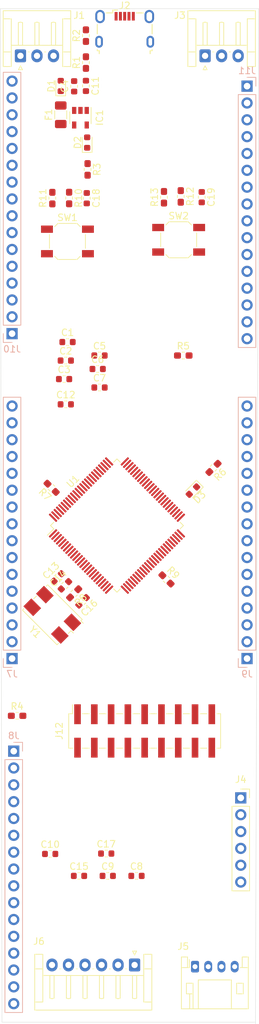
<source format=kicad_pcb>
(kicad_pcb (version 20171130) (host pcbnew "(5.1.4)-1")

  (general
    (thickness 1.6)
    (drawings 4)
    (tracks 0)
    (zones 0)
    (modules 53)
    (nets 132)
  )

  (page A4)
  (layers
    (0 F.Cu signal)
    (31 B.Cu signal)
    (32 B.Adhes user)
    (33 F.Adhes user)
    (34 B.Paste user)
    (35 F.Paste user)
    (36 B.SilkS user)
    (37 F.SilkS user)
    (38 B.Mask user)
    (39 F.Mask user)
    (40 Dwgs.User user)
    (41 Cmts.User user hide)
    (42 Eco1.User user hide)
    (43 Eco2.User user hide)
    (44 Edge.Cuts user)
    (45 Margin user hide)
    (46 B.CrtYd user hide)
    (47 F.CrtYd user hide)
    (48 B.Fab user hide)
    (49 F.Fab user hide)
  )

  (setup
    (last_trace_width 0.25)
    (trace_clearance 0.2)
    (zone_clearance 0.508)
    (zone_45_only no)
    (trace_min 0.2)
    (via_size 0.8)
    (via_drill 0.4)
    (via_min_size 0.4)
    (via_min_drill 0.3)
    (uvia_size 0.3)
    (uvia_drill 0.1)
    (uvias_allowed no)
    (uvia_min_size 0.2)
    (uvia_min_drill 0.1)
    (edge_width 0.05)
    (segment_width 0.2)
    (pcb_text_width 0.3)
    (pcb_text_size 1.5 1.5)
    (mod_edge_width 0.12)
    (mod_text_size 1 1)
    (mod_text_width 0.15)
    (pad_size 1.524 1.524)
    (pad_drill 0.762)
    (pad_to_mask_clearance 0.051)
    (solder_mask_min_width 0.25)
    (aux_axis_origin 0 0)
    (visible_elements 7FFFFFFF)
    (pcbplotparams
      (layerselection 0x010fc_ffffffff)
      (usegerberextensions false)
      (usegerberattributes false)
      (usegerberadvancedattributes false)
      (creategerberjobfile false)
      (excludeedgelayer true)
      (linewidth 0.100000)
      (plotframeref false)
      (viasonmask false)
      (mode 1)
      (useauxorigin false)
      (hpglpennumber 1)
      (hpglpenspeed 20)
      (hpglpendiameter 15.000000)
      (psnegative false)
      (psa4output false)
      (plotreference true)
      (plotvalue true)
      (plotinvisibletext false)
      (padsonsilk false)
      (subtractmaskfromsilk false)
      (outputformat 1)
      (mirror false)
      (drillshape 1)
      (scaleselection 1)
      (outputdirectory ""))
  )

  (net 0 "")
  (net 1 GND)
  (net 2 +3.3VA)
  (net 3 "Net-(C4-Pad1)")
  (net 4 HSE_IN)
  (net 5 "Net-(C14-Pad1)")
  (net 6 vCAP_1)
  (net 7 NRST)
  (net 8 "Net-(D1-Pad1)")
  (net 9 +5V)
  (net 10 "Net-(D2-Pad1)")
  (net 11 "Net-(D3-Pad1)")
  (net 12 LED_STATUS)
  (net 13 USART1_RX)
  (net 14 "Net-(J2-Pad6)")
  (net 15 USB_FS_DM)
  (net 16 USB_FS_DP)
  (net 17 "Net-(J2-Pad4)")
  (net 18 SWDCLK)
  (net 19 SWDIO)
  (net 20 I2C3_SDA)
  (net 21 I2C3_SCL)
  (net 22 SPI1_MIS0)
  (net 23 SPI1_RST)
  (net 24 PA0)
  (net 25 PA1)
  (net 26 PA4)
  (net 27 "Net-(J7-Pad12)")
  (net 28 "Net-(J7-Pad13)")
  (net 29 "Net-(J7-Pad14)")
  (net 30 "Net-(J7-Pad15)")
  (net 31 PA15)
  (net 32 PB0)
  (net 33 PB1)
  (net 34 BOOT1)
  (net 35 PB4)
  (net 36 PB5)
  (net 37 PB6)
  (net 38 PB7)
  (net 39 PB8)
  (net 40 PB9)
  (net 41 PB10)
  (net 42 PB12)
  (net 43 PB13)
  (net 44 PB14)
  (net 45 "Net-(J8-Pad16)")
  (net 46 PC15)
  (net 47 PC14)
  (net 48 PC13)
  (net 49 PC12)
  (net 50 PC11)
  (net 51 PC8)
  (net 52 PC7)
  (net 53 PC6)
  (net 54 PC5)
  (net 55 PC4)
  (net 56 PC3)
  (net 57 PC2)
  (net 58 PC1)
  (net 59 PC0)
  (net 60 CAN1_RX)
  (net 61 CAN1_TX)
  (net 62 PD3)
  (net 63 PD4)
  (net 64 PD5)
  (net 65 PD6)
  (net 66 PD7)
  (net 67 PD8)
  (net 68 PD9)
  (net 69 PD10)
  (net 70 PD11)
  (net 71 PD12)
  (net 72 PD13)
  (net 73 PD14)
  (net 74 PD15)
  (net 75 PE15)
  (net 76 PE14)
  (net 77 PE13)
  (net 78 PE12)
  (net 79 PE11)
  (net 80 PE10)
  (net 81 PE9)
  (net 82 PE8)
  (net 83 PE7)
  (net 84 PE3)
  (net 85 PE2)
  (net 86 PE0)
  (net 87 "Net-(IC1-Pad4)")
  (net 88 BOOT0)
  (net 89 HSE_OUT)
  (net 90 /3.3V)
  (net 91 "Net-(U1-Pad21)")
  (net 92 "Net-(U1-Pad22)")
  (net 93 vCAP_2)
  (net 94 SWO)
  (net 95 "Net-(C18-Pad1)")
  (net 96 "Net-(C19-Pad1)")
  (net 97 RESET)
  (net 98 PWDN)
  (net 99 D1)
  (net 100 D0)
  (net 101 D3)
  (net 102 D2)
  (net 103 D5)
  (net 104 D4)
  (net 105 D7)
  (net 106 D6)
  (net 107 MCLK)
  (net 108 VS)
  (net 109 HS)
  (net 110 "Net-(R11-Pad1)")
  (net 111 "Net-(R13-Pad1)")
  (net 112 PA10)
  (net 113 PA2)
  (net 114 PA3)
  (net 115 +3V3)
  (net 116 PA5)
  (net 117 PA7)
  (net 118 "Net-(J7-Pad11)")
  (net 119 DCMI_PIXCLK)
  (net 120 "Net-(J8-Pad15)")
  (net 121 PB3)
  (net 122 DCMI_D5)
  (net 123 DCMI_D7)
  (net 124 DCMI_D6)
  (net 125 DCMI_D4)
  (net 126 DCMI_D3)
  (net 127 PC9)
  (net 128 PA8)
  (net 129 SYS_SWDIO)
  (net 130 SYS_SWCLK)
  (net 131 SYS_SWO)

  (net_class Default "This is the default net class."
    (clearance 0.2)
    (trace_width 0.25)
    (via_dia 0.8)
    (via_drill 0.4)
    (uvia_dia 0.3)
    (uvia_drill 0.1)
    (add_net +3.3VA)
    (add_net +3V3)
    (add_net +5V)
    (add_net /3.3V)
    (add_net BOOT0)
    (add_net BOOT1)
    (add_net CAN1_RX)
    (add_net CAN1_TX)
    (add_net D0)
    (add_net D1)
    (add_net D2)
    (add_net D3)
    (add_net D4)
    (add_net D5)
    (add_net D6)
    (add_net D7)
    (add_net DCMI_D3)
    (add_net DCMI_D4)
    (add_net DCMI_D5)
    (add_net DCMI_D6)
    (add_net DCMI_D7)
    (add_net DCMI_PIXCLK)
    (add_net GND)
    (add_net HS)
    (add_net HSE_IN)
    (add_net HSE_OUT)
    (add_net I2C3_SCL)
    (add_net I2C3_SDA)
    (add_net LED_STATUS)
    (add_net MCLK)
    (add_net NRST)
    (add_net "Net-(C14-Pad1)")
    (add_net "Net-(C18-Pad1)")
    (add_net "Net-(C19-Pad1)")
    (add_net "Net-(C4-Pad1)")
    (add_net "Net-(D1-Pad1)")
    (add_net "Net-(D2-Pad1)")
    (add_net "Net-(D3-Pad1)")
    (add_net "Net-(IC1-Pad4)")
    (add_net "Net-(J2-Pad4)")
    (add_net "Net-(J2-Pad6)")
    (add_net "Net-(J7-Pad11)")
    (add_net "Net-(J7-Pad12)")
    (add_net "Net-(J7-Pad13)")
    (add_net "Net-(J7-Pad14)")
    (add_net "Net-(J7-Pad15)")
    (add_net "Net-(J8-Pad15)")
    (add_net "Net-(J8-Pad16)")
    (add_net "Net-(R11-Pad1)")
    (add_net "Net-(R13-Pad1)")
    (add_net "Net-(U1-Pad21)")
    (add_net "Net-(U1-Pad22)")
    (add_net PA0)
    (add_net PA1)
    (add_net PA10)
    (add_net PA15)
    (add_net PA2)
    (add_net PA3)
    (add_net PA4)
    (add_net PA5)
    (add_net PA7)
    (add_net PA8)
    (add_net PB0)
    (add_net PB1)
    (add_net PB10)
    (add_net PB12)
    (add_net PB13)
    (add_net PB14)
    (add_net PB3)
    (add_net PB4)
    (add_net PB5)
    (add_net PB6)
    (add_net PB7)
    (add_net PB8)
    (add_net PB9)
    (add_net PC0)
    (add_net PC1)
    (add_net PC11)
    (add_net PC12)
    (add_net PC13)
    (add_net PC14)
    (add_net PC15)
    (add_net PC2)
    (add_net PC3)
    (add_net PC4)
    (add_net PC5)
    (add_net PC6)
    (add_net PC7)
    (add_net PC8)
    (add_net PC9)
    (add_net PD10)
    (add_net PD11)
    (add_net PD12)
    (add_net PD13)
    (add_net PD14)
    (add_net PD15)
    (add_net PD3)
    (add_net PD4)
    (add_net PD5)
    (add_net PD6)
    (add_net PD7)
    (add_net PD8)
    (add_net PD9)
    (add_net PE0)
    (add_net PE10)
    (add_net PE11)
    (add_net PE12)
    (add_net PE13)
    (add_net PE14)
    (add_net PE15)
    (add_net PE2)
    (add_net PE3)
    (add_net PE7)
    (add_net PE8)
    (add_net PE9)
    (add_net PWDN)
    (add_net RESET)
    (add_net SPI1_MIS0)
    (add_net SPI1_RST)
    (add_net SWDCLK)
    (add_net SWDIO)
    (add_net SWO)
    (add_net SYS_SWCLK)
    (add_net SYS_SWDIO)
    (add_net SYS_SWO)
    (add_net USART1_RX)
    (add_net USB_FS_DM)
    (add_net USB_FS_DP)
    (add_net VS)
    (add_net vCAP_1)
    (add_net vCAP_2)
  )

  (module Connector_PinSocket_2.54mm:PinSocket_2x09_P2.54mm_Vertical_SMD (layer F.Cu) (tedit 5A19A42E) (tstamp 5F4C7E63)
    (at 77.216 121.158 90)
    (descr "surface-mounted straight socket strip, 2x09, 2.54mm pitch, double cols (from Kicad 4.0.7), script generated")
    (tags "Surface mounted socket strip SMD 2x09 2.54mm double row")
    (path /5F4CB7AB)
    (attr smd)
    (fp_text reference J12 (at 0 -12.93 90) (layer F.SilkS)
      (effects (font (size 1 1) (thickness 0.15)))
    )
    (fp_text value "DCMI SPI CAM" (at 0 12.93 90) (layer F.Fab)
      (effects (font (size 1 1) (thickness 0.15)))
    )
    (fp_text user %R (at 0 0) (layer F.Fab)
      (effects (font (size 1 1) (thickness 0.15)))
    )
    (fp_line (start -2.6 -11.49) (end 2.6 -11.49) (layer F.SilkS) (width 0.12))
    (fp_line (start 2.6 -11.49) (end 2.6 -10.92) (layer F.SilkS) (width 0.12))
    (fp_line (start 2.6 -9.4) (end 2.6 -8.38) (layer F.SilkS) (width 0.12))
    (fp_line (start 2.6 -6.86) (end 2.6 -5.84) (layer F.SilkS) (width 0.12))
    (fp_line (start 2.6 -4.32) (end 2.6 -3.3) (layer F.SilkS) (width 0.12))
    (fp_line (start 2.6 -1.78) (end 2.6 -0.76) (layer F.SilkS) (width 0.12))
    (fp_line (start 2.6 0.76) (end 2.6 1.78) (layer F.SilkS) (width 0.12))
    (fp_line (start 2.6 3.3) (end 2.6 4.32) (layer F.SilkS) (width 0.12))
    (fp_line (start 2.6 5.84) (end 2.6 6.86) (layer F.SilkS) (width 0.12))
    (fp_line (start 2.6 8.38) (end 2.6 9.4) (layer F.SilkS) (width 0.12))
    (fp_line (start 2.6 10.92) (end 2.6 11.49) (layer F.SilkS) (width 0.12))
    (fp_line (start -2.6 11.49) (end 2.6 11.49) (layer F.SilkS) (width 0.12))
    (fp_line (start -2.6 -11.49) (end -2.6 -10.92) (layer F.SilkS) (width 0.12))
    (fp_line (start -2.6 -9.4) (end -2.6 -8.38) (layer F.SilkS) (width 0.12))
    (fp_line (start -2.6 -6.86) (end -2.6 -5.84) (layer F.SilkS) (width 0.12))
    (fp_line (start -2.6 -4.32) (end -2.6 -3.3) (layer F.SilkS) (width 0.12))
    (fp_line (start -2.6 -1.78) (end -2.6 -0.76) (layer F.SilkS) (width 0.12))
    (fp_line (start -2.6 0.76) (end -2.6 1.78) (layer F.SilkS) (width 0.12))
    (fp_line (start -2.6 3.3) (end -2.6 4.32) (layer F.SilkS) (width 0.12))
    (fp_line (start -2.6 5.84) (end -2.6 6.86) (layer F.SilkS) (width 0.12))
    (fp_line (start -2.6 8.38) (end -2.6 9.4) (layer F.SilkS) (width 0.12))
    (fp_line (start -2.6 10.92) (end -2.6 11.49) (layer F.SilkS) (width 0.12))
    (fp_line (start 2.6 -10.92) (end 3.96 -10.92) (layer F.SilkS) (width 0.12))
    (fp_line (start -2.54 -11.43) (end 1.54 -11.43) (layer F.Fab) (width 0.1))
    (fp_line (start 1.54 -11.43) (end 2.54 -10.43) (layer F.Fab) (width 0.1))
    (fp_line (start 2.54 -10.43) (end 2.54 11.43) (layer F.Fab) (width 0.1))
    (fp_line (start 2.54 11.43) (end -2.54 11.43) (layer F.Fab) (width 0.1))
    (fp_line (start -2.54 11.43) (end -2.54 -11.43) (layer F.Fab) (width 0.1))
    (fp_line (start -3.92 -10.48) (end -2.54 -10.48) (layer F.Fab) (width 0.1))
    (fp_line (start -2.54 -9.84) (end -3.92 -9.84) (layer F.Fab) (width 0.1))
    (fp_line (start -3.92 -9.84) (end -3.92 -10.48) (layer F.Fab) (width 0.1))
    (fp_line (start 2.54 -10.48) (end 3.92 -10.48) (layer F.Fab) (width 0.1))
    (fp_line (start 3.92 -10.48) (end 3.92 -9.84) (layer F.Fab) (width 0.1))
    (fp_line (start 3.92 -9.84) (end 2.54 -9.84) (layer F.Fab) (width 0.1))
    (fp_line (start -3.92 -7.94) (end -2.54 -7.94) (layer F.Fab) (width 0.1))
    (fp_line (start -2.54 -7.3) (end -3.92 -7.3) (layer F.Fab) (width 0.1))
    (fp_line (start -3.92 -7.3) (end -3.92 -7.94) (layer F.Fab) (width 0.1))
    (fp_line (start 2.54 -7.94) (end 3.92 -7.94) (layer F.Fab) (width 0.1))
    (fp_line (start 3.92 -7.94) (end 3.92 -7.3) (layer F.Fab) (width 0.1))
    (fp_line (start 3.92 -7.3) (end 2.54 -7.3) (layer F.Fab) (width 0.1))
    (fp_line (start -3.92 -5.4) (end -2.54 -5.4) (layer F.Fab) (width 0.1))
    (fp_line (start -2.54 -4.76) (end -3.92 -4.76) (layer F.Fab) (width 0.1))
    (fp_line (start -3.92 -4.76) (end -3.92 -5.4) (layer F.Fab) (width 0.1))
    (fp_line (start 2.54 -5.4) (end 3.92 -5.4) (layer F.Fab) (width 0.1))
    (fp_line (start 3.92 -5.4) (end 3.92 -4.76) (layer F.Fab) (width 0.1))
    (fp_line (start 3.92 -4.76) (end 2.54 -4.76) (layer F.Fab) (width 0.1))
    (fp_line (start -3.92 -2.86) (end -2.54 -2.86) (layer F.Fab) (width 0.1))
    (fp_line (start -2.54 -2.22) (end -3.92 -2.22) (layer F.Fab) (width 0.1))
    (fp_line (start -3.92 -2.22) (end -3.92 -2.86) (layer F.Fab) (width 0.1))
    (fp_line (start 2.54 -2.86) (end 3.92 -2.86) (layer F.Fab) (width 0.1))
    (fp_line (start 3.92 -2.86) (end 3.92 -2.22) (layer F.Fab) (width 0.1))
    (fp_line (start 3.92 -2.22) (end 2.54 -2.22) (layer F.Fab) (width 0.1))
    (fp_line (start -3.92 -0.32) (end -2.54 -0.32) (layer F.Fab) (width 0.1))
    (fp_line (start -2.54 0.32) (end -3.92 0.32) (layer F.Fab) (width 0.1))
    (fp_line (start -3.92 0.32) (end -3.92 -0.32) (layer F.Fab) (width 0.1))
    (fp_line (start 2.54 -0.32) (end 3.92 -0.32) (layer F.Fab) (width 0.1))
    (fp_line (start 3.92 -0.32) (end 3.92 0.32) (layer F.Fab) (width 0.1))
    (fp_line (start 3.92 0.32) (end 2.54 0.32) (layer F.Fab) (width 0.1))
    (fp_line (start -3.92 2.22) (end -2.54 2.22) (layer F.Fab) (width 0.1))
    (fp_line (start -2.54 2.86) (end -3.92 2.86) (layer F.Fab) (width 0.1))
    (fp_line (start -3.92 2.86) (end -3.92 2.22) (layer F.Fab) (width 0.1))
    (fp_line (start 2.54 2.22) (end 3.92 2.22) (layer F.Fab) (width 0.1))
    (fp_line (start 3.92 2.22) (end 3.92 2.86) (layer F.Fab) (width 0.1))
    (fp_line (start 3.92 2.86) (end 2.54 2.86) (layer F.Fab) (width 0.1))
    (fp_line (start -3.92 4.76) (end -2.54 4.76) (layer F.Fab) (width 0.1))
    (fp_line (start -2.54 5.4) (end -3.92 5.4) (layer F.Fab) (width 0.1))
    (fp_line (start -3.92 5.4) (end -3.92 4.76) (layer F.Fab) (width 0.1))
    (fp_line (start 2.54 4.76) (end 3.92 4.76) (layer F.Fab) (width 0.1))
    (fp_line (start 3.92 4.76) (end 3.92 5.4) (layer F.Fab) (width 0.1))
    (fp_line (start 3.92 5.4) (end 2.54 5.4) (layer F.Fab) (width 0.1))
    (fp_line (start -3.92 7.3) (end -2.54 7.3) (layer F.Fab) (width 0.1))
    (fp_line (start -2.54 7.94) (end -3.92 7.94) (layer F.Fab) (width 0.1))
    (fp_line (start -3.92 7.94) (end -3.92 7.3) (layer F.Fab) (width 0.1))
    (fp_line (start 2.54 7.3) (end 3.92 7.3) (layer F.Fab) (width 0.1))
    (fp_line (start 3.92 7.3) (end 3.92 7.94) (layer F.Fab) (width 0.1))
    (fp_line (start 3.92 7.94) (end 2.54 7.94) (layer F.Fab) (width 0.1))
    (fp_line (start -3.92 9.84) (end -2.54 9.84) (layer F.Fab) (width 0.1))
    (fp_line (start -2.54 10.48) (end -3.92 10.48) (layer F.Fab) (width 0.1))
    (fp_line (start -3.92 10.48) (end -3.92 9.84) (layer F.Fab) (width 0.1))
    (fp_line (start 2.54 9.84) (end 3.92 9.84) (layer F.Fab) (width 0.1))
    (fp_line (start 3.92 9.84) (end 3.92 10.48) (layer F.Fab) (width 0.1))
    (fp_line (start 3.92 10.48) (end 2.54 10.48) (layer F.Fab) (width 0.1))
    (fp_line (start -4.55 -11.95) (end 4.5 -11.95) (layer F.CrtYd) (width 0.05))
    (fp_line (start 4.5 -11.95) (end 4.5 11.95) (layer F.CrtYd) (width 0.05))
    (fp_line (start 4.5 11.95) (end -4.55 11.95) (layer F.CrtYd) (width 0.05))
    (fp_line (start -4.55 11.95) (end -4.55 -11.95) (layer F.CrtYd) (width 0.05))
    (pad 18 smd rect (at -2.52 10.16 90) (size 3 1) (layers F.Cu F.Paste F.Mask)
      (net 97 RESET))
    (pad 17 smd rect (at 2.52 10.16 90) (size 3 1) (layers F.Cu F.Paste F.Mask)
      (net 98 PWDN))
    (pad 16 smd rect (at -2.52 7.62 90) (size 3 1) (layers F.Cu F.Paste F.Mask)
      (net 99 D1))
    (pad 15 smd rect (at 2.52 7.62 90) (size 3 1) (layers F.Cu F.Paste F.Mask)
      (net 100 D0))
    (pad 14 smd rect (at -2.52 5.08 90) (size 3 1) (layers F.Cu F.Paste F.Mask)
      (net 101 D3))
    (pad 13 smd rect (at 2.52 5.08 90) (size 3 1) (layers F.Cu F.Paste F.Mask)
      (net 102 D2))
    (pad 12 smd rect (at -2.52 2.54 90) (size 3 1) (layers F.Cu F.Paste F.Mask)
      (net 103 D5))
    (pad 11 smd rect (at 2.52 2.54 90) (size 3 1) (layers F.Cu F.Paste F.Mask)
      (net 104 D4))
    (pad 10 smd rect (at -2.52 0 90) (size 3 1) (layers F.Cu F.Paste F.Mask)
      (net 105 D7))
    (pad 9 smd rect (at 2.52 0 90) (size 3 1) (layers F.Cu F.Paste F.Mask)
      (net 106 D6))
    (pad 8 smd rect (at -2.52 -2.54 90) (size 3 1) (layers F.Cu F.Paste F.Mask)
      (net 119 DCMI_PIXCLK))
    (pad 7 smd rect (at 2.52 -2.54 90) (size 3 1) (layers F.Cu F.Paste F.Mask)
      (net 107 MCLK))
    (pad 6 smd rect (at -2.52 -5.08 90) (size 3 1) (layers F.Cu F.Paste F.Mask)
      (net 108 VS))
    (pad 5 smd rect (at 2.52 -5.08 90) (size 3 1) (layers F.Cu F.Paste F.Mask)
      (net 109 HS))
    (pad 4 smd rect (at -2.52 -7.62 90) (size 3 1) (layers F.Cu F.Paste F.Mask)
      (net 21 I2C3_SCL))
    (pad 3 smd rect (at 2.52 -7.62 90) (size 3 1) (layers F.Cu F.Paste F.Mask)
      (net 20 I2C3_SDA))
    (pad 2 smd rect (at -2.52 -10.16 90) (size 3 1) (layers F.Cu F.Paste F.Mask)
      (net 1 GND))
    (pad 1 smd rect (at 2.52 -10.16 90) (size 3 1) (layers F.Cu F.Paste F.Mask)
      (net 115 +3V3))
    (model ${KISYS3DMOD}/Connector_PinSocket_2.54mm.3dshapes/PinSocket_2x09_P2.54mm_Vertical_SMD.wrl
      (at (xyz 0 0 0))
      (scale (xyz 1 1 1))
      (rotate (xyz 0 0 0))
    )
  )

  (module Button_Switch_SMD:SW_SPST_SKQG_WithStem (layer F.Cu) (tedit 5ABAB6AF) (tstamp 5F4C7FF5)
    (at 82.3595 47.0535)
    (descr "ALPS 5.2mm Square Low-profile Type (Surface Mount) SKQG Series, With stem, http://www.alps.com/prod/info/E/HTML/Tact/SurfaceMount/SKQG/SKQGAFE010.html")
    (tags "SPST Button Switch")
    (path /5F4E4768)
    (attr smd)
    (fp_text reference SW2 (at 0 -3.6) (layer F.SilkS)
      (effects (font (size 1 1) (thickness 0.15)))
    )
    (fp_text value BTN_UTIL1 (at 0 3.6) (layer F.Fab)
      (effects (font (size 1 1) (thickness 0.15)))
    )
    (fp_text user "No F.Cu tracks" (at -2.5 0.2) (layer Cmts.User)
      (effects (font (size 0.2 0.2) (thickness 0.03)))
    )
    (fp_text user "KEEP-OUT ZONE" (at -2.5 -0.2) (layer Cmts.User)
      (effects (font (size 0.2 0.2) (thickness 0.03)))
    )
    (fp_text user "KEEP-OUT ZONE" (at 2.5 -0.2) (layer Cmts.User)
      (effects (font (size 0.2 0.2) (thickness 0.03)))
    )
    (fp_text user "No F.Cu tracks" (at 2.5 0.2) (layer Cmts.User)
      (effects (font (size 0.2 0.2) (thickness 0.03)))
    )
    (fp_text user %R (at 0 0) (layer F.Fab)
      (effects (font (size 0.4 0.4) (thickness 0.06)))
    )
    (fp_line (start 1.4 -2.6) (end 2.6 -1.4) (layer F.Fab) (width 0.1))
    (fp_line (start 2.6 -1.4) (end 2.6 1.4) (layer F.Fab) (width 0.1))
    (fp_line (start 2.6 1.4) (end 1.4 2.6) (layer F.Fab) (width 0.1))
    (fp_line (start 1.4 2.6) (end -1.4 2.6) (layer F.Fab) (width 0.1))
    (fp_line (start -1.4 2.6) (end -2.6 1.4) (layer F.Fab) (width 0.1))
    (fp_line (start -2.6 1.4) (end -2.6 -1.4) (layer F.Fab) (width 0.1))
    (fp_line (start -2.6 -1.4) (end -1.4 -2.6) (layer F.Fab) (width 0.1))
    (fp_line (start -1.4 -2.6) (end 1.4 -2.6) (layer F.Fab) (width 0.1))
    (fp_line (start -4.25 -2.85) (end -4.25 2.85) (layer F.CrtYd) (width 0.05))
    (fp_line (start 4.25 -2.85) (end -4.25 -2.85) (layer F.CrtYd) (width 0.05))
    (fp_line (start 4.25 2.85) (end 4.25 -2.85) (layer F.CrtYd) (width 0.05))
    (fp_line (start -4.25 2.85) (end 4.25 2.85) (layer F.CrtYd) (width 0.05))
    (fp_line (start -0.95 -1.865) (end 0.95 -1.865) (layer F.Fab) (width 0.1))
    (fp_line (start -1.865 0.95) (end -1.865 -0.95) (layer F.Fab) (width 0.1))
    (fp_line (start 0.95 1.865) (end -0.95 1.865) (layer F.Fab) (width 0.1))
    (fp_line (start 1.865 -0.95) (end 1.865 0.95) (layer F.Fab) (width 0.1))
    (fp_line (start -2.72 1.04) (end -2.72 -1.04) (layer F.SilkS) (width 0.12))
    (fp_line (start 1.45 -2.72) (end 1.94 -2.23) (layer F.SilkS) (width 0.12))
    (fp_circle (center 0 0) (end 1 0) (layer F.Fab) (width 0.1))
    (fp_line (start 2.72 1.04) (end 2.72 -1.04) (layer F.SilkS) (width 0.12))
    (fp_line (start -1.45 -2.72) (end -1.94 -2.23) (layer F.SilkS) (width 0.12))
    (fp_line (start -1.45 -2.72) (end 1.45 -2.72) (layer F.SilkS) (width 0.12))
    (fp_line (start -1.45 2.72) (end -1.94 2.23) (layer F.SilkS) (width 0.12))
    (fp_line (start -1.45 2.72) (end 1.45 2.72) (layer F.SilkS) (width 0.12))
    (fp_line (start 1.45 2.72) (end 1.94 2.23) (layer F.SilkS) (width 0.12))
    (fp_line (start 0.95 1.865) (end 1.865 0.95) (layer F.Fab) (width 0.1))
    (fp_line (start -0.95 1.865) (end -1.865 0.95) (layer F.Fab) (width 0.1))
    (fp_line (start -0.95 -1.865) (end -1.865 -0.95) (layer F.Fab) (width 0.1))
    (fp_line (start 0.95 -1.865) (end 1.865 -0.95) (layer F.Fab) (width 0.1))
    (fp_line (start 4 -1.3) (end 4 1.3) (layer Dwgs.User) (width 0.05))
    (fp_line (start 4 1.3) (end 1 1.3) (layer Dwgs.User) (width 0.05))
    (fp_line (start 1 1.3) (end 1 -1.3) (layer Dwgs.User) (width 0.05))
    (fp_line (start 1 -1.3) (end 4 -1.3) (layer Dwgs.User) (width 0.05))
    (fp_line (start 1 -0.3) (end 2 -1.3) (layer Dwgs.User) (width 0.05))
    (fp_line (start 1 0.7) (end 3 -1.3) (layer Dwgs.User) (width 0.05))
    (fp_line (start 4 -1.3) (end 1.4 1.3) (layer Dwgs.User) (width 0.05))
    (fp_line (start 2.4 1.3) (end 4 -0.3) (layer Dwgs.User) (width 0.05))
    (fp_line (start 4 0.7) (end 3.4 1.3) (layer Dwgs.User) (width 0.05))
    (fp_line (start -1 0.7) (end -1.6 1.3) (layer Dwgs.User) (width 0.05))
    (fp_line (start -4 1.3) (end -4 -1.3) (layer Dwgs.User) (width 0.05))
    (fp_line (start -4 0.7) (end -2 -1.3) (layer Dwgs.User) (width 0.05))
    (fp_line (start -1 1.3) (end -4 1.3) (layer Dwgs.User) (width 0.05))
    (fp_line (start -4 -1.3) (end -1 -1.3) (layer Dwgs.User) (width 0.05))
    (fp_line (start -1 -1.3) (end -3.6 1.3) (layer Dwgs.User) (width 0.05))
    (fp_line (start -2.6 1.3) (end -1 -0.3) (layer Dwgs.User) (width 0.05))
    (fp_line (start -4 -0.3) (end -3 -1.3) (layer Dwgs.User) (width 0.05))
    (fp_line (start -1 -1.3) (end -1 1.3) (layer Dwgs.User) (width 0.05))
    (pad 2 smd rect (at 3.1 1.85) (size 1.8 1.1) (layers F.Cu F.Paste F.Mask)
      (net 1 GND))
    (pad 2 smd rect (at -3.1 1.85) (size 1.8 1.1) (layers F.Cu F.Paste F.Mask)
      (net 1 GND))
    (pad 1 smd rect (at 3.1 -1.85) (size 1.8 1.1) (layers F.Cu F.Paste F.Mask)
      (net 111 "Net-(R13-Pad1)"))
    (pad 1 smd rect (at -3.1 -1.85) (size 1.8 1.1) (layers F.Cu F.Paste F.Mask)
      (net 111 "Net-(R13-Pad1)"))
    (model ${KISYS3DMOD}/Button_Switch_SMD.3dshapes/SW_SPST_SKQG_WithStem.wrl
      (at (xyz 0 0 0))
      (scale (xyz 1 1 1))
      (rotate (xyz 0 0 0))
    )
  )

  (module Button_Switch_SMD:SW_SPST_SKQG_WithStem (layer F.Cu) (tedit 5ABAB6AF) (tstamp 5F4CC9EC)
    (at 65.532 47.3075)
    (descr "ALPS 5.2mm Square Low-profile Type (Surface Mount) SKQG Series, With stem, http://www.alps.com/prod/info/E/HTML/Tact/SurfaceMount/SKQG/SKQGAFE010.html")
    (tags "SPST Button Switch")
    (path /5F4E3FE2)
    (attr smd)
    (fp_text reference SW1 (at 0 -3.6) (layer F.SilkS)
      (effects (font (size 1 1) (thickness 0.15)))
    )
    (fp_text value BTN_NRST (at 0 3.6) (layer F.Fab)
      (effects (font (size 1 1) (thickness 0.15)))
    )
    (fp_text user "No F.Cu tracks" (at -2.5 0.2) (layer Cmts.User)
      (effects (font (size 0.2 0.2) (thickness 0.03)))
    )
    (fp_text user "KEEP-OUT ZONE" (at -2.5 -0.2) (layer Cmts.User)
      (effects (font (size 0.2 0.2) (thickness 0.03)))
    )
    (fp_text user "KEEP-OUT ZONE" (at 2.5 -0.2) (layer Cmts.User)
      (effects (font (size 0.2 0.2) (thickness 0.03)))
    )
    (fp_text user "No F.Cu tracks" (at 2.5 0.2) (layer Cmts.User)
      (effects (font (size 0.2 0.2) (thickness 0.03)))
    )
    (fp_text user %R (at 0 0) (layer F.Fab)
      (effects (font (size 0.4 0.4) (thickness 0.06)))
    )
    (fp_line (start 1.4 -2.6) (end 2.6 -1.4) (layer F.Fab) (width 0.1))
    (fp_line (start 2.6 -1.4) (end 2.6 1.4) (layer F.Fab) (width 0.1))
    (fp_line (start 2.6 1.4) (end 1.4 2.6) (layer F.Fab) (width 0.1))
    (fp_line (start 1.4 2.6) (end -1.4 2.6) (layer F.Fab) (width 0.1))
    (fp_line (start -1.4 2.6) (end -2.6 1.4) (layer F.Fab) (width 0.1))
    (fp_line (start -2.6 1.4) (end -2.6 -1.4) (layer F.Fab) (width 0.1))
    (fp_line (start -2.6 -1.4) (end -1.4 -2.6) (layer F.Fab) (width 0.1))
    (fp_line (start -1.4 -2.6) (end 1.4 -2.6) (layer F.Fab) (width 0.1))
    (fp_line (start -4.25 -2.85) (end -4.25 2.85) (layer F.CrtYd) (width 0.05))
    (fp_line (start 4.25 -2.85) (end -4.25 -2.85) (layer F.CrtYd) (width 0.05))
    (fp_line (start 4.25 2.85) (end 4.25 -2.85) (layer F.CrtYd) (width 0.05))
    (fp_line (start -4.25 2.85) (end 4.25 2.85) (layer F.CrtYd) (width 0.05))
    (fp_line (start -0.95 -1.865) (end 0.95 -1.865) (layer F.Fab) (width 0.1))
    (fp_line (start -1.865 0.95) (end -1.865 -0.95) (layer F.Fab) (width 0.1))
    (fp_line (start 0.95 1.865) (end -0.95 1.865) (layer F.Fab) (width 0.1))
    (fp_line (start 1.865 -0.95) (end 1.865 0.95) (layer F.Fab) (width 0.1))
    (fp_line (start -2.72 1.04) (end -2.72 -1.04) (layer F.SilkS) (width 0.12))
    (fp_line (start 1.45 -2.72) (end 1.94 -2.23) (layer F.SilkS) (width 0.12))
    (fp_circle (center 0 0) (end 1 0) (layer F.Fab) (width 0.1))
    (fp_line (start 2.72 1.04) (end 2.72 -1.04) (layer F.SilkS) (width 0.12))
    (fp_line (start -1.45 -2.72) (end -1.94 -2.23) (layer F.SilkS) (width 0.12))
    (fp_line (start -1.45 -2.72) (end 1.45 -2.72) (layer F.SilkS) (width 0.12))
    (fp_line (start -1.45 2.72) (end -1.94 2.23) (layer F.SilkS) (width 0.12))
    (fp_line (start -1.45 2.72) (end 1.45 2.72) (layer F.SilkS) (width 0.12))
    (fp_line (start 1.45 2.72) (end 1.94 2.23) (layer F.SilkS) (width 0.12))
    (fp_line (start 0.95 1.865) (end 1.865 0.95) (layer F.Fab) (width 0.1))
    (fp_line (start -0.95 1.865) (end -1.865 0.95) (layer F.Fab) (width 0.1))
    (fp_line (start -0.95 -1.865) (end -1.865 -0.95) (layer F.Fab) (width 0.1))
    (fp_line (start 0.95 -1.865) (end 1.865 -0.95) (layer F.Fab) (width 0.1))
    (fp_line (start 4 -1.3) (end 4 1.3) (layer Dwgs.User) (width 0.05))
    (fp_line (start 4 1.3) (end 1 1.3) (layer Dwgs.User) (width 0.05))
    (fp_line (start 1 1.3) (end 1 -1.3) (layer Dwgs.User) (width 0.05))
    (fp_line (start 1 -1.3) (end 4 -1.3) (layer Dwgs.User) (width 0.05))
    (fp_line (start 1 -0.3) (end 2 -1.3) (layer Dwgs.User) (width 0.05))
    (fp_line (start 1 0.7) (end 3 -1.3) (layer Dwgs.User) (width 0.05))
    (fp_line (start 4 -1.3) (end 1.4 1.3) (layer Dwgs.User) (width 0.05))
    (fp_line (start 2.4 1.3) (end 4 -0.3) (layer Dwgs.User) (width 0.05))
    (fp_line (start 4 0.7) (end 3.4 1.3) (layer Dwgs.User) (width 0.05))
    (fp_line (start -1 0.7) (end -1.6 1.3) (layer Dwgs.User) (width 0.05))
    (fp_line (start -4 1.3) (end -4 -1.3) (layer Dwgs.User) (width 0.05))
    (fp_line (start -4 0.7) (end -2 -1.3) (layer Dwgs.User) (width 0.05))
    (fp_line (start -1 1.3) (end -4 1.3) (layer Dwgs.User) (width 0.05))
    (fp_line (start -4 -1.3) (end -1 -1.3) (layer Dwgs.User) (width 0.05))
    (fp_line (start -1 -1.3) (end -3.6 1.3) (layer Dwgs.User) (width 0.05))
    (fp_line (start -2.6 1.3) (end -1 -0.3) (layer Dwgs.User) (width 0.05))
    (fp_line (start -4 -0.3) (end -3 -1.3) (layer Dwgs.User) (width 0.05))
    (fp_line (start -1 -1.3) (end -1 1.3) (layer Dwgs.User) (width 0.05))
    (pad 2 smd rect (at 3.1 1.85) (size 1.8 1.1) (layers F.Cu F.Paste F.Mask)
      (net 1 GND))
    (pad 2 smd rect (at -3.1 1.85) (size 1.8 1.1) (layers F.Cu F.Paste F.Mask)
      (net 1 GND))
    (pad 1 smd rect (at 3.1 -1.85) (size 1.8 1.1) (layers F.Cu F.Paste F.Mask)
      (net 110 "Net-(R11-Pad1)"))
    (pad 1 smd rect (at -3.1 -1.85) (size 1.8 1.1) (layers F.Cu F.Paste F.Mask)
      (net 110 "Net-(R11-Pad1)"))
    (model ${KISYS3DMOD}/Button_Switch_SMD.3dshapes/SW_SPST_SKQG_WithStem.wrl
      (at (xyz 0 0 0))
      (scale (xyz 1 1 1))
      (rotate (xyz 0 0 0))
    )
  )

  (module Connector_USB:USB_Micro-B_Wuerth_629105150521 (layer F.Cu) (tedit 5A142044) (tstamp 5F4D7E35)
    (at 74.193 15.227)
    (descr "USB Micro-B receptacle, http://www.mouser.com/ds/2/445/629105150521-469306.pdf")
    (tags "usb micro receptacle")
    (path /5F753253)
    (attr smd)
    (fp_text reference J2 (at 0 -3.5) (layer F.SilkS)
      (effects (font (size 1 1) (thickness 0.15)))
    )
    (fp_text value USB_B_Micro (at 0 5.6) (layer F.Fab)
      (effects (font (size 1 1) (thickness 0.15)))
    )
    (fp_text user "PCB Edge" (at 0 3.75) (layer Dwgs.User)
      (effects (font (size 0.5 0.5) (thickness 0.08)))
    )
    (fp_text user %R (at 0 1.05) (layer F.Fab)
      (effects (font (size 1 1) (thickness 0.15)))
    )
    (fp_line (start -4 -2.25) (end -4 3.15) (layer F.Fab) (width 0.15))
    (fp_line (start -4 3.15) (end -3.7 3.15) (layer F.Fab) (width 0.15))
    (fp_line (start -3.7 3.15) (end -3.7 4.35) (layer F.Fab) (width 0.15))
    (fp_line (start -3.7 4.35) (end 3.7 4.35) (layer F.Fab) (width 0.15))
    (fp_line (start 3.7 4.35) (end 3.7 3.15) (layer F.Fab) (width 0.15))
    (fp_line (start 3.7 3.15) (end 4 3.15) (layer F.Fab) (width 0.15))
    (fp_line (start 4 3.15) (end 4 -2.25) (layer F.Fab) (width 0.15))
    (fp_line (start 4 -2.25) (end -4 -2.25) (layer F.Fab) (width 0.15))
    (fp_line (start -2.7 3.75) (end 2.7 3.75) (layer F.Fab) (width 0.15))
    (fp_line (start -1.075 -2.725) (end -1.3 -2.55) (layer F.Fab) (width 0.15))
    (fp_line (start -1.3 -2.55) (end -1.525 -2.725) (layer F.Fab) (width 0.15))
    (fp_line (start -1.525 -2.725) (end -1.525 -2.95) (layer F.Fab) (width 0.15))
    (fp_line (start -1.525 -2.95) (end -1.075 -2.95) (layer F.Fab) (width 0.15))
    (fp_line (start -1.075 -2.95) (end -1.075 -2.725) (layer F.Fab) (width 0.15))
    (fp_line (start -4.15 -0.65) (end -4.15 0.75) (layer F.SilkS) (width 0.15))
    (fp_line (start -4.15 3.15) (end -4.15 3.3) (layer F.SilkS) (width 0.15))
    (fp_line (start -4.15 3.3) (end -3.85 3.3) (layer F.SilkS) (width 0.15))
    (fp_line (start -3.85 3.3) (end -3.85 3.75) (layer F.SilkS) (width 0.15))
    (fp_line (start 3.85 3.75) (end 3.85 3.3) (layer F.SilkS) (width 0.15))
    (fp_line (start 3.85 3.3) (end 4.15 3.3) (layer F.SilkS) (width 0.15))
    (fp_line (start 4.15 3.3) (end 4.15 3.15) (layer F.SilkS) (width 0.15))
    (fp_line (start 4.15 0.75) (end 4.15 -0.65) (layer F.SilkS) (width 0.15))
    (fp_line (start -1.075 -2.825) (end -1.8 -2.825) (layer F.SilkS) (width 0.15))
    (fp_line (start -1.8 -2.825) (end -1.8 -2.4) (layer F.SilkS) (width 0.15))
    (fp_line (start -1.8 -2.4) (end -2.8 -2.4) (layer F.SilkS) (width 0.15))
    (fp_line (start 1.8 -2.4) (end 2.8 -2.4) (layer F.SilkS) (width 0.15))
    (fp_line (start -4.94 -3.34) (end -4.94 4.85) (layer F.CrtYd) (width 0.05))
    (fp_line (start -4.94 4.85) (end 4.95 4.85) (layer F.CrtYd) (width 0.05))
    (fp_line (start 4.95 4.85) (end 4.95 -3.34) (layer F.CrtYd) (width 0.05))
    (fp_line (start 4.95 -3.34) (end -4.94 -3.34) (layer F.CrtYd) (width 0.05))
    (pad "" np_thru_hole oval (at 2.5 -0.8) (size 0.8 0.8) (drill 0.8) (layers *.Cu *.Mask))
    (pad "" np_thru_hole oval (at -2.5 -0.8) (size 0.8 0.8) (drill 0.8) (layers *.Cu *.Mask))
    (pad 6 thru_hole oval (at 3.875 1.95) (size 1.15 1.8) (drill oval 0.55 1.2) (layers *.Cu *.Mask)
      (net 14 "Net-(J2-Pad6)"))
    (pad 6 thru_hole oval (at -3.875 1.95) (size 1.15 1.8) (drill oval 0.55 1.2) (layers *.Cu *.Mask)
      (net 14 "Net-(J2-Pad6)"))
    (pad 6 thru_hole oval (at 3.725 -1.85) (size 1.45 2) (drill oval 0.85 1.4) (layers *.Cu *.Mask)
      (net 14 "Net-(J2-Pad6)"))
    (pad 6 thru_hole oval (at -3.725 -1.85) (size 1.45 2) (drill oval 0.85 1.4) (layers *.Cu *.Mask)
      (net 14 "Net-(J2-Pad6)"))
    (pad 5 smd rect (at 1.3 -1.9) (size 0.45 1.3) (layers F.Cu F.Paste F.Mask)
      (net 1 GND))
    (pad 4 smd rect (at 0.65 -1.9) (size 0.45 1.3) (layers F.Cu F.Paste F.Mask)
      (net 17 "Net-(J2-Pad4)"))
    (pad 3 smd rect (at 0 -1.9) (size 0.45 1.3) (layers F.Cu F.Paste F.Mask)
      (net 16 USB_FS_DP))
    (pad 2 smd rect (at -0.65 -1.9) (size 0.45 1.3) (layers F.Cu F.Paste F.Mask)
      (net 15 USB_FS_DM))
    (pad 1 smd rect (at -1.3 -1.9) (size 0.45 1.3) (layers F.Cu F.Paste F.Mask)
      (net 9 +5V))
    (model ${KISYS3DMOD}/Connector_USB.3dshapes/USB_Micro-B_Wuerth_629105150521.wrl
      (at (xyz 0 0 0))
      (scale (xyz 1 1 1))
      (rotate (xyz 0 0 0))
    )
  )

  (module Package_TO_SOT_SMD:SOT-23-5 (layer F.Cu) (tedit 5A02FF57) (tstamp 5F4A4AF5)
    (at 67.5005 28.6385 270)
    (descr "5-pin SOT23 package")
    (tags SOT-23-5)
    (path /5F4AA8A3)
    (attr smd)
    (fp_text reference IC1 (at 0 -2.9 90) (layer F.SilkS)
      (effects (font (size 1 1) (thickness 0.15)))
    )
    (fp_text value SGM2019-ADJYN5G-TR (at 0 2.9 90) (layer F.Fab)
      (effects (font (size 1 1) (thickness 0.15)))
    )
    (fp_text user %R (at 0 0) (layer F.Fab)
      (effects (font (size 0.5 0.5) (thickness 0.075)))
    )
    (fp_line (start -0.9 1.61) (end 0.9 1.61) (layer F.SilkS) (width 0.12))
    (fp_line (start 0.9 -1.61) (end -1.55 -1.61) (layer F.SilkS) (width 0.12))
    (fp_line (start -1.9 -1.8) (end 1.9 -1.8) (layer F.CrtYd) (width 0.05))
    (fp_line (start 1.9 -1.8) (end 1.9 1.8) (layer F.CrtYd) (width 0.05))
    (fp_line (start 1.9 1.8) (end -1.9 1.8) (layer F.CrtYd) (width 0.05))
    (fp_line (start -1.9 1.8) (end -1.9 -1.8) (layer F.CrtYd) (width 0.05))
    (fp_line (start -0.9 -0.9) (end -0.25 -1.55) (layer F.Fab) (width 0.1))
    (fp_line (start 0.9 -1.55) (end -0.25 -1.55) (layer F.Fab) (width 0.1))
    (fp_line (start -0.9 -0.9) (end -0.9 1.55) (layer F.Fab) (width 0.1))
    (fp_line (start 0.9 1.55) (end -0.9 1.55) (layer F.Fab) (width 0.1))
    (fp_line (start 0.9 -1.55) (end 0.9 1.55) (layer F.Fab) (width 0.1))
    (pad 5 smd rect (at 1.1 -0.95 270) (size 1.06 0.65) (layers F.Cu F.Paste F.Mask)
      (net 2 +3.3VA))
    (pad 4 smd rect (at 1.1 0.95 270) (size 1.06 0.65) (layers F.Cu F.Paste F.Mask)
      (net 87 "Net-(IC1-Pad4)"))
    (pad 3 smd rect (at -1.1 0.95 270) (size 1.06 0.65) (layers F.Cu F.Paste F.Mask)
      (net 3 "Net-(C4-Pad1)"))
    (pad 2 smd rect (at -1.1 0 270) (size 1.06 0.65) (layers F.Cu F.Paste F.Mask)
      (net 1 GND))
    (pad 1 smd rect (at -1.1 -0.95 270) (size 1.06 0.65) (layers F.Cu F.Paste F.Mask)
      (net 3 "Net-(C4-Pad1)"))
    (model ${KISYS3DMOD}/Package_TO_SOT_SMD.3dshapes/SOT-23-5.wrl
      (at (xyz 0 0 0))
      (scale (xyz 1 1 1))
      (rotate (xyz 0 0 0))
    )
  )

  (module Fuse:Fuse_1206_3216Metric (layer F.Cu) (tedit 5B301BBE) (tstamp 5F4A3367)
    (at 64.516 28.194 90)
    (descr "Fuse SMD 1206 (3216 Metric), square (rectangular) end terminal, IPC_7351 nominal, (Body size source: http://www.tortai-tech.com/upload/download/2011102023233369053.pdf), generated with kicad-footprint-generator")
    (tags resistor)
    (path /5F4C1BFA)
    (attr smd)
    (fp_text reference F1 (at 0 -1.82 90) (layer F.SilkS)
      (effects (font (size 1 1) (thickness 0.15)))
    )
    (fp_text value "500mA (max)" (at 0 1.82 90) (layer F.Fab)
      (effects (font (size 1 1) (thickness 0.15)))
    )
    (fp_text user %R (at 0 0 90) (layer F.Fab)
      (effects (font (size 0.8 0.8) (thickness 0.12)))
    )
    (fp_line (start -1.6 0.8) (end -1.6 -0.8) (layer F.Fab) (width 0.1))
    (fp_line (start -1.6 -0.8) (end 1.6 -0.8) (layer F.Fab) (width 0.1))
    (fp_line (start 1.6 -0.8) (end 1.6 0.8) (layer F.Fab) (width 0.1))
    (fp_line (start 1.6 0.8) (end -1.6 0.8) (layer F.Fab) (width 0.1))
    (fp_line (start -0.602064 -0.91) (end 0.602064 -0.91) (layer F.SilkS) (width 0.12))
    (fp_line (start -0.602064 0.91) (end 0.602064 0.91) (layer F.SilkS) (width 0.12))
    (fp_line (start -2.28 1.12) (end -2.28 -1.12) (layer F.CrtYd) (width 0.05))
    (fp_line (start -2.28 -1.12) (end 2.28 -1.12) (layer F.CrtYd) (width 0.05))
    (fp_line (start 2.28 -1.12) (end 2.28 1.12) (layer F.CrtYd) (width 0.05))
    (fp_line (start 2.28 1.12) (end -2.28 1.12) (layer F.CrtYd) (width 0.05))
    (pad 2 smd roundrect (at 1.4 0 90) (size 1.25 1.75) (layers F.Cu F.Paste F.Mask) (roundrect_rratio 0.2)
      (net 8 "Net-(D1-Pad1)"))
    (pad 1 smd roundrect (at -1.4 0 90) (size 1.25 1.75) (layers F.Cu F.Paste F.Mask) (roundrect_rratio 0.2)
      (net 3 "Net-(C4-Pad1)"))
    (model ${KISYS3DMOD}/Fuse.3dshapes/Fuse_1206_3216Metric.wrl
      (at (xyz 0 0 0))
      (scale (xyz 1 1 1))
      (rotate (xyz 0 0 0))
    )
  )

  (module Diode_SMD:D_0603_1608Metric (layer F.Cu) (tedit 5B301BBE) (tstamp 5F4A334C)
    (at 84.5185 84.8995 225)
    (descr "Diode SMD 0603 (1608 Metric), square (rectangular) end terminal, IPC_7351 nominal, (Body size source: http://www.tortai-tech.com/upload/download/2011102023233369053.pdf), generated with kicad-footprint-generator")
    (tags diode)
    (path /5F5FE8C7)
    (attr smd)
    (fp_text reference D3 (at 0 -1.43 45) (layer F.SilkS)
      (effects (font (size 1 1) (thickness 0.15)))
    )
    (fp_text value LED_Status (at 0 1.43 45) (layer F.Fab)
      (effects (font (size 1 1) (thickness 0.15)))
    )
    (fp_text user %R (at 0 0 45) (layer F.Fab)
      (effects (font (size 0.4 0.4) (thickness 0.06)))
    )
    (fp_line (start 0.8 -0.4) (end -0.5 -0.4) (layer F.Fab) (width 0.1))
    (fp_line (start -0.5 -0.4) (end -0.8 -0.1) (layer F.Fab) (width 0.1))
    (fp_line (start -0.8 -0.1) (end -0.8 0.4) (layer F.Fab) (width 0.1))
    (fp_line (start -0.8 0.4) (end 0.8 0.4) (layer F.Fab) (width 0.1))
    (fp_line (start 0.8 0.4) (end 0.8 -0.4) (layer F.Fab) (width 0.1))
    (fp_line (start 0.8 -0.735) (end -1.485 -0.735) (layer F.SilkS) (width 0.12))
    (fp_line (start -1.485 -0.735) (end -1.485 0.735) (layer F.SilkS) (width 0.12))
    (fp_line (start -1.485 0.735) (end 0.8 0.735) (layer F.SilkS) (width 0.12))
    (fp_line (start -1.48 0.73) (end -1.48 -0.73) (layer F.CrtYd) (width 0.05))
    (fp_line (start -1.48 -0.73) (end 1.48 -0.73) (layer F.CrtYd) (width 0.05))
    (fp_line (start 1.48 -0.73) (end 1.48 0.73) (layer F.CrtYd) (width 0.05))
    (fp_line (start 1.48 0.73) (end -1.48 0.73) (layer F.CrtYd) (width 0.05))
    (pad 2 smd roundrect (at 0.7875 0 225) (size 0.875 0.95) (layers F.Cu F.Paste F.Mask) (roundrect_rratio 0.25)
      (net 12 LED_STATUS))
    (pad 1 smd roundrect (at -0.7875 0 225) (size 0.875 0.95) (layers F.Cu F.Paste F.Mask) (roundrect_rratio 0.25)
      (net 11 "Net-(D3-Pad1)"))
    (model ${KISYS3DMOD}/Diode_SMD.3dshapes/D_0603_1608Metric.wrl
      (at (xyz 0 0 0))
      (scale (xyz 1 1 1))
      (rotate (xyz 0 0 0))
    )
  )

  (module Diode_SMD:D_0603_1608Metric (layer F.Cu) (tedit 5B301BBE) (tstamp 5F4CEBC6)
    (at 68.5165 32.385 90)
    (descr "Diode SMD 0603 (1608 Metric), square (rectangular) end terminal, IPC_7351 nominal, (Body size source: http://www.tortai-tech.com/upload/download/2011102023233369053.pdf), generated with kicad-footprint-generator")
    (tags diode)
    (path /5F60E0AB)
    (attr smd)
    (fp_text reference D2 (at 0 -1.43 90) (layer F.SilkS)
      (effects (font (size 1 1) (thickness 0.15)))
    )
    (fp_text value LED_Status (at 0 1.43 90) (layer F.Fab)
      (effects (font (size 1 1) (thickness 0.15)))
    )
    (fp_text user %R (at 0 0 90) (layer F.Fab)
      (effects (font (size 0.4 0.4) (thickness 0.06)))
    )
    (fp_line (start 0.8 -0.4) (end -0.5 -0.4) (layer F.Fab) (width 0.1))
    (fp_line (start -0.5 -0.4) (end -0.8 -0.1) (layer F.Fab) (width 0.1))
    (fp_line (start -0.8 -0.1) (end -0.8 0.4) (layer F.Fab) (width 0.1))
    (fp_line (start -0.8 0.4) (end 0.8 0.4) (layer F.Fab) (width 0.1))
    (fp_line (start 0.8 0.4) (end 0.8 -0.4) (layer F.Fab) (width 0.1))
    (fp_line (start 0.8 -0.735) (end -1.485 -0.735) (layer F.SilkS) (width 0.12))
    (fp_line (start -1.485 -0.735) (end -1.485 0.735) (layer F.SilkS) (width 0.12))
    (fp_line (start -1.485 0.735) (end 0.8 0.735) (layer F.SilkS) (width 0.12))
    (fp_line (start -1.48 0.73) (end -1.48 -0.73) (layer F.CrtYd) (width 0.05))
    (fp_line (start -1.48 -0.73) (end 1.48 -0.73) (layer F.CrtYd) (width 0.05))
    (fp_line (start 1.48 -0.73) (end 1.48 0.73) (layer F.CrtYd) (width 0.05))
    (fp_line (start 1.48 0.73) (end -1.48 0.73) (layer F.CrtYd) (width 0.05))
    (pad 2 smd roundrect (at 0.7875 0 90) (size 0.875 0.95) (layers F.Cu F.Paste F.Mask) (roundrect_rratio 0.25)
      (net 2 +3.3VA))
    (pad 1 smd roundrect (at -0.7875 0 90) (size 0.875 0.95) (layers F.Cu F.Paste F.Mask) (roundrect_rratio 0.25)
      (net 10 "Net-(D2-Pad1)"))
    (model ${KISYS3DMOD}/Diode_SMD.3dshapes/D_0603_1608Metric.wrl
      (at (xyz 0 0 0))
      (scale (xyz 1 1 1))
      (rotate (xyz 0 0 0))
    )
  )

  (module Diode_SMD:D_0603_1608Metric (layer F.Cu) (tedit 5B301BBE) (tstamp 5F4A32F8)
    (at 64.516 23.8505 90)
    (descr "Diode SMD 0603 (1608 Metric), square (rectangular) end terminal, IPC_7351 nominal, (Body size source: http://www.tortai-tech.com/upload/download/2011102023233369053.pdf), generated with kicad-footprint-generator")
    (tags diode)
    (path /5F4C315F)
    (attr smd)
    (fp_text reference D1 (at 0 -1.43 90) (layer F.SilkS)
      (effects (font (size 1 1) (thickness 0.15)))
    )
    (fp_text value todo (at 0 1.43 90) (layer F.Fab)
      (effects (font (size 1 1) (thickness 0.15)))
    )
    (fp_text user %R (at 0 0 90) (layer F.Fab)
      (effects (font (size 0.4 0.4) (thickness 0.06)))
    )
    (fp_line (start 0.8 -0.4) (end -0.5 -0.4) (layer F.Fab) (width 0.1))
    (fp_line (start -0.5 -0.4) (end -0.8 -0.1) (layer F.Fab) (width 0.1))
    (fp_line (start -0.8 -0.1) (end -0.8 0.4) (layer F.Fab) (width 0.1))
    (fp_line (start -0.8 0.4) (end 0.8 0.4) (layer F.Fab) (width 0.1))
    (fp_line (start 0.8 0.4) (end 0.8 -0.4) (layer F.Fab) (width 0.1))
    (fp_line (start 0.8 -0.735) (end -1.485 -0.735) (layer F.SilkS) (width 0.12))
    (fp_line (start -1.485 -0.735) (end -1.485 0.735) (layer F.SilkS) (width 0.12))
    (fp_line (start -1.485 0.735) (end 0.8 0.735) (layer F.SilkS) (width 0.12))
    (fp_line (start -1.48 0.73) (end -1.48 -0.73) (layer F.CrtYd) (width 0.05))
    (fp_line (start -1.48 -0.73) (end 1.48 -0.73) (layer F.CrtYd) (width 0.05))
    (fp_line (start 1.48 -0.73) (end 1.48 0.73) (layer F.CrtYd) (width 0.05))
    (fp_line (start 1.48 0.73) (end -1.48 0.73) (layer F.CrtYd) (width 0.05))
    (pad 2 smd roundrect (at 0.7875 0 90) (size 0.875 0.95) (layers F.Cu F.Paste F.Mask) (roundrect_rratio 0.25)
      (net 9 +5V))
    (pad 1 smd roundrect (at -0.7875 0 90) (size 0.875 0.95) (layers F.Cu F.Paste F.Mask) (roundrect_rratio 0.25)
      (net 8 "Net-(D1-Pad1)"))
    (model ${KISYS3DMOD}/Diode_SMD.3dshapes/D_0603_1608Metric.wrl
      (at (xyz 0 0 0))
      (scale (xyz 1 1 1))
      (rotate (xyz 0 0 0))
    )
  )

  (module Capacitor_SMD:C_0603_1608Metric (layer F.Cu) (tedit 5B301BBE) (tstamp 5F4CCFD7)
    (at 85.852 40.626 270)
    (descr "Capacitor SMD 0603 (1608 Metric), square (rectangular) end terminal, IPC_7351 nominal, (Body size source: http://www.tortai-tech.com/upload/download/2011102023233369053.pdf), generated with kicad-footprint-generator")
    (tags capacitor)
    (path /5F59CFCA)
    (attr smd)
    (fp_text reference C19 (at 0 -1.43 90) (layer F.SilkS)
      (effects (font (size 1 1) (thickness 0.15)))
    )
    (fp_text value 10uF (at 0 1.43 90) (layer F.Fab)
      (effects (font (size 1 1) (thickness 0.15)))
    )
    (fp_text user %R (at 0 0 90) (layer F.Fab)
      (effects (font (size 0.4 0.4) (thickness 0.06)))
    )
    (fp_line (start -0.8 0.4) (end -0.8 -0.4) (layer F.Fab) (width 0.1))
    (fp_line (start -0.8 -0.4) (end 0.8 -0.4) (layer F.Fab) (width 0.1))
    (fp_line (start 0.8 -0.4) (end 0.8 0.4) (layer F.Fab) (width 0.1))
    (fp_line (start 0.8 0.4) (end -0.8 0.4) (layer F.Fab) (width 0.1))
    (fp_line (start -0.162779 -0.51) (end 0.162779 -0.51) (layer F.SilkS) (width 0.12))
    (fp_line (start -0.162779 0.51) (end 0.162779 0.51) (layer F.SilkS) (width 0.12))
    (fp_line (start -1.48 0.73) (end -1.48 -0.73) (layer F.CrtYd) (width 0.05))
    (fp_line (start -1.48 -0.73) (end 1.48 -0.73) (layer F.CrtYd) (width 0.05))
    (fp_line (start 1.48 -0.73) (end 1.48 0.73) (layer F.CrtYd) (width 0.05))
    (fp_line (start 1.48 0.73) (end -1.48 0.73) (layer F.CrtYd) (width 0.05))
    (pad 2 smd roundrect (at 0.7875 0 270) (size 0.875 0.95) (layers F.Cu F.Paste F.Mask) (roundrect_rratio 0.25)
      (net 1 GND))
    (pad 1 smd roundrect (at -0.7875 0 270) (size 0.875 0.95) (layers F.Cu F.Paste F.Mask) (roundrect_rratio 0.25)
      (net 96 "Net-(C19-Pad1)"))
    (model ${KISYS3DMOD}/Capacitor_SMD.3dshapes/C_0603_1608Metric.wrl
      (at (xyz 0 0 0))
      (scale (xyz 1 1 1))
      (rotate (xyz 0 0 0))
    )
  )

  (module Capacitor_SMD:C_0603_1608Metric (layer F.Cu) (tedit 5B301BBE) (tstamp 5F4C7944)
    (at 68.453 40.781 270)
    (descr "Capacitor SMD 0603 (1608 Metric), square (rectangular) end terminal, IPC_7351 nominal, (Body size source: http://www.tortai-tech.com/upload/download/2011102023233369053.pdf), generated with kicad-footprint-generator")
    (tags capacitor)
    (path /5F571145)
    (attr smd)
    (fp_text reference C18 (at 0 -1.43 90) (layer F.SilkS)
      (effects (font (size 1 1) (thickness 0.15)))
    )
    (fp_text value 10uF (at 0 1.43 90) (layer F.Fab)
      (effects (font (size 1 1) (thickness 0.15)))
    )
    (fp_text user %R (at 0 0 90) (layer F.Fab)
      (effects (font (size 0.4 0.4) (thickness 0.06)))
    )
    (fp_line (start -0.8 0.4) (end -0.8 -0.4) (layer F.Fab) (width 0.1))
    (fp_line (start -0.8 -0.4) (end 0.8 -0.4) (layer F.Fab) (width 0.1))
    (fp_line (start 0.8 -0.4) (end 0.8 0.4) (layer F.Fab) (width 0.1))
    (fp_line (start 0.8 0.4) (end -0.8 0.4) (layer F.Fab) (width 0.1))
    (fp_line (start -0.162779 -0.51) (end 0.162779 -0.51) (layer F.SilkS) (width 0.12))
    (fp_line (start -0.162779 0.51) (end 0.162779 0.51) (layer F.SilkS) (width 0.12))
    (fp_line (start -1.48 0.73) (end -1.48 -0.73) (layer F.CrtYd) (width 0.05))
    (fp_line (start -1.48 -0.73) (end 1.48 -0.73) (layer F.CrtYd) (width 0.05))
    (fp_line (start 1.48 -0.73) (end 1.48 0.73) (layer F.CrtYd) (width 0.05))
    (fp_line (start 1.48 0.73) (end -1.48 0.73) (layer F.CrtYd) (width 0.05))
    (pad 2 smd roundrect (at 0.7875 0 270) (size 0.875 0.95) (layers F.Cu F.Paste F.Mask) (roundrect_rratio 0.25)
      (net 1 GND))
    (pad 1 smd roundrect (at -0.7875 0 270) (size 0.875 0.95) (layers F.Cu F.Paste F.Mask) (roundrect_rratio 0.25)
      (net 95 "Net-(C18-Pad1)"))
    (model ${KISYS3DMOD}/Capacitor_SMD.3dshapes/C_0603_1608Metric.wrl
      (at (xyz 0 0 0))
      (scale (xyz 1 1 1))
      (rotate (xyz 0 0 0))
    )
  )

  (module Capacitor_SMD:C_0603_1608Metric (layer F.Cu) (tedit 5B301BBE) (tstamp 5F4A32D9)
    (at 71.398501 139.656201)
    (descr "Capacitor SMD 0603 (1608 Metric), square (rectangular) end terminal, IPC_7351 nominal, (Body size source: http://www.tortai-tech.com/upload/download/2011102023233369053.pdf), generated with kicad-footprint-generator")
    (tags capacitor)
    (path /5F5860D1)
    (attr smd)
    (fp_text reference C17 (at 0 -1.43) (layer F.SilkS)
      (effects (font (size 1 1) (thickness 0.15)))
    )
    (fp_text value 2.2uF (at 0 1.43) (layer F.Fab)
      (effects (font (size 1 1) (thickness 0.15)))
    )
    (fp_text user %R (at 0 0) (layer F.Fab)
      (effects (font (size 0.4 0.4) (thickness 0.06)))
    )
    (fp_line (start -0.8 0.4) (end -0.8 -0.4) (layer F.Fab) (width 0.1))
    (fp_line (start -0.8 -0.4) (end 0.8 -0.4) (layer F.Fab) (width 0.1))
    (fp_line (start 0.8 -0.4) (end 0.8 0.4) (layer F.Fab) (width 0.1))
    (fp_line (start 0.8 0.4) (end -0.8 0.4) (layer F.Fab) (width 0.1))
    (fp_line (start -0.162779 -0.51) (end 0.162779 -0.51) (layer F.SilkS) (width 0.12))
    (fp_line (start -0.162779 0.51) (end 0.162779 0.51) (layer F.SilkS) (width 0.12))
    (fp_line (start -1.48 0.73) (end -1.48 -0.73) (layer F.CrtYd) (width 0.05))
    (fp_line (start -1.48 -0.73) (end 1.48 -0.73) (layer F.CrtYd) (width 0.05))
    (fp_line (start 1.48 -0.73) (end 1.48 0.73) (layer F.CrtYd) (width 0.05))
    (fp_line (start 1.48 0.73) (end -1.48 0.73) (layer F.CrtYd) (width 0.05))
    (pad 2 smd roundrect (at 0.7875 0) (size 0.875 0.95) (layers F.Cu F.Paste F.Mask) (roundrect_rratio 0.25)
      (net 1 GND))
    (pad 1 smd roundrect (at -0.7875 0) (size 0.875 0.95) (layers F.Cu F.Paste F.Mask) (roundrect_rratio 0.25)
      (net 6 vCAP_1))
    (model ${KISYS3DMOD}/Capacitor_SMD.3dshapes/C_0603_1608Metric.wrl
      (at (xyz 0 0 0))
      (scale (xyz 1 1 1))
      (rotate (xyz 0 0 0))
    )
  )

  (module Capacitor_SMD:C_0603_1608Metric (layer F.Cu) (tedit 5B301BBE) (tstamp 5F4A32C8)
    (at 67.818 101.6 225)
    (descr "Capacitor SMD 0603 (1608 Metric), square (rectangular) end terminal, IPC_7351 nominal, (Body size source: http://www.tortai-tech.com/upload/download/2011102023233369053.pdf), generated with kicad-footprint-generator")
    (tags capacitor)
    (path /5F74C9C3)
    (attr smd)
    (fp_text reference C16 (at 0 -1.43 45) (layer F.SilkS)
      (effects (font (size 1 1) (thickness 0.15)))
    )
    (fp_text value 100nF (at 0 1.43 45) (layer F.Fab)
      (effects (font (size 1 1) (thickness 0.15)))
    )
    (fp_text user %R (at 0 0 45) (layer F.Fab)
      (effects (font (size 0.4 0.4) (thickness 0.06)))
    )
    (fp_line (start -0.8 0.4) (end -0.8 -0.4) (layer F.Fab) (width 0.1))
    (fp_line (start -0.8 -0.4) (end 0.8 -0.4) (layer F.Fab) (width 0.1))
    (fp_line (start 0.8 -0.4) (end 0.8 0.4) (layer F.Fab) (width 0.1))
    (fp_line (start 0.8 0.4) (end -0.8 0.4) (layer F.Fab) (width 0.1))
    (fp_line (start -0.162779 -0.51) (end 0.162779 -0.51) (layer F.SilkS) (width 0.12))
    (fp_line (start -0.162779 0.51) (end 0.162779 0.51) (layer F.SilkS) (width 0.12))
    (fp_line (start -1.48 0.73) (end -1.48 -0.73) (layer F.CrtYd) (width 0.05))
    (fp_line (start -1.48 -0.73) (end 1.48 -0.73) (layer F.CrtYd) (width 0.05))
    (fp_line (start 1.48 -0.73) (end 1.48 0.73) (layer F.CrtYd) (width 0.05))
    (fp_line (start 1.48 0.73) (end -1.48 0.73) (layer F.CrtYd) (width 0.05))
    (pad 2 smd roundrect (at 0.7875 0 225) (size 0.875 0.95) (layers F.Cu F.Paste F.Mask) (roundrect_rratio 0.25)
      (net 1 GND))
    (pad 1 smd roundrect (at -0.7875 0 225) (size 0.875 0.95) (layers F.Cu F.Paste F.Mask) (roundrect_rratio 0.25)
      (net 7 NRST))
    (model ${KISYS3DMOD}/Capacitor_SMD.3dshapes/C_0603_1608Metric.wrl
      (at (xyz 0 0 0))
      (scale (xyz 1 1 1))
      (rotate (xyz 0 0 0))
    )
  )

  (module Capacitor_SMD:C_0603_1608Metric (layer F.Cu) (tedit 5B301BBE) (tstamp 5F4A32B7)
    (at 67.279101 143.025801)
    (descr "Capacitor SMD 0603 (1608 Metric), square (rectangular) end terminal, IPC_7351 nominal, (Body size source: http://www.tortai-tech.com/upload/download/2011102023233369053.pdf), generated with kicad-footprint-generator")
    (tags capacitor)
    (path /5F5853FF)
    (attr smd)
    (fp_text reference C15 (at 0 -1.43) (layer F.SilkS)
      (effects (font (size 1 1) (thickness 0.15)))
    )
    (fp_text value 2.2uF (at 0 1.43) (layer F.Fab)
      (effects (font (size 1 1) (thickness 0.15)))
    )
    (fp_text user %R (at 0 0) (layer F.Fab)
      (effects (font (size 0.4 0.4) (thickness 0.06)))
    )
    (fp_line (start -0.8 0.4) (end -0.8 -0.4) (layer F.Fab) (width 0.1))
    (fp_line (start -0.8 -0.4) (end 0.8 -0.4) (layer F.Fab) (width 0.1))
    (fp_line (start 0.8 -0.4) (end 0.8 0.4) (layer F.Fab) (width 0.1))
    (fp_line (start 0.8 0.4) (end -0.8 0.4) (layer F.Fab) (width 0.1))
    (fp_line (start -0.162779 -0.51) (end 0.162779 -0.51) (layer F.SilkS) (width 0.12))
    (fp_line (start -0.162779 0.51) (end 0.162779 0.51) (layer F.SilkS) (width 0.12))
    (fp_line (start -1.48 0.73) (end -1.48 -0.73) (layer F.CrtYd) (width 0.05))
    (fp_line (start -1.48 -0.73) (end 1.48 -0.73) (layer F.CrtYd) (width 0.05))
    (fp_line (start 1.48 -0.73) (end 1.48 0.73) (layer F.CrtYd) (width 0.05))
    (fp_line (start 1.48 0.73) (end -1.48 0.73) (layer F.CrtYd) (width 0.05))
    (pad 2 smd roundrect (at 0.7875 0) (size 0.875 0.95) (layers F.Cu F.Paste F.Mask) (roundrect_rratio 0.25)
      (net 1 GND))
    (pad 1 smd roundrect (at -0.7875 0) (size 0.875 0.95) (layers F.Cu F.Paste F.Mask) (roundrect_rratio 0.25)
      (net 6 vCAP_1))
    (model ${KISYS3DMOD}/Capacitor_SMD.3dshapes/C_0603_1608Metric.wrl
      (at (xyz 0 0 0))
      (scale (xyz 1 1 1))
      (rotate (xyz 0 0 0))
    )
  )

  (module Capacitor_SMD:C_0603_1608Metric (layer F.Cu) (tedit 5B301BBE) (tstamp 5F4D5625)
    (at 65.151 99.187 45)
    (descr "Capacitor SMD 0603 (1608 Metric), square (rectangular) end terminal, IPC_7351 nominal, (Body size source: http://www.tortai-tech.com/upload/download/2011102023233369053.pdf), generated with kicad-footprint-generator")
    (tags capacitor)
    (path /5F590581)
    (attr smd)
    (fp_text reference C14 (at 0 -1.43 45) (layer F.SilkS)
      (effects (font (size 1 1) (thickness 0.15)))
    )
    (fp_text value 10uF (at 0 1.43 45) (layer F.Fab)
      (effects (font (size 1 1) (thickness 0.15)))
    )
    (fp_text user %R (at 0 0 45) (layer F.Fab)
      (effects (font (size 0.4 0.4) (thickness 0.06)))
    )
    (fp_line (start -0.8 0.4) (end -0.8 -0.4) (layer F.Fab) (width 0.1))
    (fp_line (start -0.8 -0.4) (end 0.8 -0.4) (layer F.Fab) (width 0.1))
    (fp_line (start 0.8 -0.4) (end 0.8 0.4) (layer F.Fab) (width 0.1))
    (fp_line (start 0.8 0.4) (end -0.8 0.4) (layer F.Fab) (width 0.1))
    (fp_line (start -0.162779 -0.51) (end 0.162779 -0.51) (layer F.SilkS) (width 0.12))
    (fp_line (start -0.162779 0.51) (end 0.162779 0.51) (layer F.SilkS) (width 0.12))
    (fp_line (start -1.48 0.73) (end -1.48 -0.73) (layer F.CrtYd) (width 0.05))
    (fp_line (start -1.48 -0.73) (end 1.48 -0.73) (layer F.CrtYd) (width 0.05))
    (fp_line (start 1.48 -0.73) (end 1.48 0.73) (layer F.CrtYd) (width 0.05))
    (fp_line (start 1.48 0.73) (end -1.48 0.73) (layer F.CrtYd) (width 0.05))
    (pad 2 smd roundrect (at 0.7875 0 45) (size 0.875 0.95) (layers F.Cu F.Paste F.Mask) (roundrect_rratio 0.25)
      (net 1 GND))
    (pad 1 smd roundrect (at -0.7875 0 45) (size 0.875 0.95) (layers F.Cu F.Paste F.Mask) (roundrect_rratio 0.25)
      (net 5 "Net-(C14-Pad1)"))
    (model ${KISYS3DMOD}/Capacitor_SMD.3dshapes/C_0603_1608Metric.wrl
      (at (xyz 0 0 0))
      (scale (xyz 1 1 1))
      (rotate (xyz 0 0 0))
    )
  )

  (module Capacitor_SMD:C_0603_1608Metric (layer F.Cu) (tedit 5B301BBE) (tstamp 5F4A3295)
    (at 64.056847 97.995153 45)
    (descr "Capacitor SMD 0603 (1608 Metric), square (rectangular) end terminal, IPC_7351 nominal, (Body size source: http://www.tortai-tech.com/upload/download/2011102023233369053.pdf), generated with kicad-footprint-generator")
    (tags capacitor)
    (path /5F58FE05)
    (attr smd)
    (fp_text reference C13 (at 0 -1.43 45) (layer F.SilkS)
      (effects (font (size 1 1) (thickness 0.15)))
    )
    (fp_text value 10uF (at 0 1.43 45) (layer F.Fab)
      (effects (font (size 1 1) (thickness 0.15)))
    )
    (fp_text user %R (at 0 0 45) (layer F.Fab)
      (effects (font (size 0.4 0.4) (thickness 0.06)))
    )
    (fp_line (start -0.8 0.4) (end -0.8 -0.4) (layer F.Fab) (width 0.1))
    (fp_line (start -0.8 -0.4) (end 0.8 -0.4) (layer F.Fab) (width 0.1))
    (fp_line (start 0.8 -0.4) (end 0.8 0.4) (layer F.Fab) (width 0.1))
    (fp_line (start 0.8 0.4) (end -0.8 0.4) (layer F.Fab) (width 0.1))
    (fp_line (start -0.162779 -0.51) (end 0.162779 -0.51) (layer F.SilkS) (width 0.12))
    (fp_line (start -0.162779 0.51) (end 0.162779 0.51) (layer F.SilkS) (width 0.12))
    (fp_line (start -1.48 0.73) (end -1.48 -0.73) (layer F.CrtYd) (width 0.05))
    (fp_line (start -1.48 -0.73) (end 1.48 -0.73) (layer F.CrtYd) (width 0.05))
    (fp_line (start 1.48 -0.73) (end 1.48 0.73) (layer F.CrtYd) (width 0.05))
    (fp_line (start 1.48 0.73) (end -1.48 0.73) (layer F.CrtYd) (width 0.05))
    (pad 2 smd roundrect (at 0.7875 0 45) (size 0.875 0.95) (layers F.Cu F.Paste F.Mask) (roundrect_rratio 0.25)
      (net 1 GND))
    (pad 1 smd roundrect (at -0.7875 0 45) (size 0.875 0.95) (layers F.Cu F.Paste F.Mask) (roundrect_rratio 0.25)
      (net 4 HSE_IN))
    (model ${KISYS3DMOD}/Capacitor_SMD.3dshapes/C_0603_1608Metric.wrl
      (at (xyz 0 0 0))
      (scale (xyz 1 1 1))
      (rotate (xyz 0 0 0))
    )
  )

  (module Capacitor_SMD:C_0603_1608Metric (layer F.Cu) (tedit 5B301BBE) (tstamp 5F4A3284)
    (at 65.278 71.882)
    (descr "Capacitor SMD 0603 (1608 Metric), square (rectangular) end terminal, IPC_7351 nominal, (Body size source: http://www.tortai-tech.com/upload/download/2011102023233369053.pdf), generated with kicad-footprint-generator")
    (tags capacitor)
    (path /5F4F72CE)
    (attr smd)
    (fp_text reference C12 (at 0 -1.43) (layer F.SilkS)
      (effects (font (size 1 1) (thickness 0.15)))
    )
    (fp_text value 1nF (at 0 1.43) (layer F.Fab)
      (effects (font (size 1 1) (thickness 0.15)))
    )
    (fp_text user %R (at 0 0) (layer F.Fab)
      (effects (font (size 0.4 0.4) (thickness 0.06)))
    )
    (fp_line (start -0.8 0.4) (end -0.8 -0.4) (layer F.Fab) (width 0.1))
    (fp_line (start -0.8 -0.4) (end 0.8 -0.4) (layer F.Fab) (width 0.1))
    (fp_line (start 0.8 -0.4) (end 0.8 0.4) (layer F.Fab) (width 0.1))
    (fp_line (start 0.8 0.4) (end -0.8 0.4) (layer F.Fab) (width 0.1))
    (fp_line (start -0.162779 -0.51) (end 0.162779 -0.51) (layer F.SilkS) (width 0.12))
    (fp_line (start -0.162779 0.51) (end 0.162779 0.51) (layer F.SilkS) (width 0.12))
    (fp_line (start -1.48 0.73) (end -1.48 -0.73) (layer F.CrtYd) (width 0.05))
    (fp_line (start -1.48 -0.73) (end 1.48 -0.73) (layer F.CrtYd) (width 0.05))
    (fp_line (start 1.48 -0.73) (end 1.48 0.73) (layer F.CrtYd) (width 0.05))
    (fp_line (start 1.48 0.73) (end -1.48 0.73) (layer F.CrtYd) (width 0.05))
    (pad 2 smd roundrect (at 0.7875 0) (size 0.875 0.95) (layers F.Cu F.Paste F.Mask) (roundrect_rratio 0.25)
      (net 1 GND))
    (pad 1 smd roundrect (at -0.7875 0) (size 0.875 0.95) (layers F.Cu F.Paste F.Mask) (roundrect_rratio 0.25)
      (net 2 +3.3VA))
    (model ${KISYS3DMOD}/Capacitor_SMD.3dshapes/C_0603_1608Metric.wrl
      (at (xyz 0 0 0))
      (scale (xyz 1 1 1))
      (rotate (xyz 0 0 0))
    )
  )

  (module Capacitor_SMD:C_0603_1608Metric (layer F.Cu) (tedit 5B301BBE) (tstamp 5F4CD3E3)
    (at 68.326 23.838 270)
    (descr "Capacitor SMD 0603 (1608 Metric), square (rectangular) end terminal, IPC_7351 nominal, (Body size source: http://www.tortai-tech.com/upload/download/2011102023233369053.pdf), generated with kicad-footprint-generator")
    (tags capacitor)
    (path /5F5026AD)
    (attr smd)
    (fp_text reference C11 (at 0 -1.43 90) (layer F.SilkS)
      (effects (font (size 1 1) (thickness 0.15)))
    )
    (fp_text value 100nF (at 0 1.43 90) (layer F.Fab)
      (effects (font (size 1 1) (thickness 0.15)))
    )
    (fp_text user %R (at 0 0 90) (layer F.Fab)
      (effects (font (size 0.4 0.4) (thickness 0.06)))
    )
    (fp_line (start -0.8 0.4) (end -0.8 -0.4) (layer F.Fab) (width 0.1))
    (fp_line (start -0.8 -0.4) (end 0.8 -0.4) (layer F.Fab) (width 0.1))
    (fp_line (start 0.8 -0.4) (end 0.8 0.4) (layer F.Fab) (width 0.1))
    (fp_line (start 0.8 0.4) (end -0.8 0.4) (layer F.Fab) (width 0.1))
    (fp_line (start -0.162779 -0.51) (end 0.162779 -0.51) (layer F.SilkS) (width 0.12))
    (fp_line (start -0.162779 0.51) (end 0.162779 0.51) (layer F.SilkS) (width 0.12))
    (fp_line (start -1.48 0.73) (end -1.48 -0.73) (layer F.CrtYd) (width 0.05))
    (fp_line (start -1.48 -0.73) (end 1.48 -0.73) (layer F.CrtYd) (width 0.05))
    (fp_line (start 1.48 -0.73) (end 1.48 0.73) (layer F.CrtYd) (width 0.05))
    (fp_line (start 1.48 0.73) (end -1.48 0.73) (layer F.CrtYd) (width 0.05))
    (pad 2 smd roundrect (at 0.7875 0 270) (size 0.875 0.95) (layers F.Cu F.Paste F.Mask) (roundrect_rratio 0.25)
      (net 1 GND))
    (pad 1 smd roundrect (at -0.7875 0 270) (size 0.875 0.95) (layers F.Cu F.Paste F.Mask) (roundrect_rratio 0.25)
      (net 2 +3.3VA))
    (model ${KISYS3DMOD}/Capacitor_SMD.3dshapes/C_0603_1608Metric.wrl
      (at (xyz 0 0 0))
      (scale (xyz 1 1 1))
      (rotate (xyz 0 0 0))
    )
  )

  (module Capacitor_SMD:C_0603_1608Metric (layer F.Cu) (tedit 5B301BBE) (tstamp 5F4A3262)
    (at 62.914401 139.711601)
    (descr "Capacitor SMD 0603 (1608 Metric), square (rectangular) end terminal, IPC_7351 nominal, (Body size source: http://www.tortai-tech.com/upload/download/2011102023233369053.pdf), generated with kicad-footprint-generator")
    (tags capacitor)
    (path /5F4F694D)
    (attr smd)
    (fp_text reference C10 (at 0 -1.43) (layer F.SilkS)
      (effects (font (size 1 1) (thickness 0.15)))
    )
    (fp_text value 100nF (at 0 1.43) (layer F.Fab)
      (effects (font (size 1 1) (thickness 0.15)))
    )
    (fp_text user %R (at 0 0) (layer F.Fab)
      (effects (font (size 0.4 0.4) (thickness 0.06)))
    )
    (fp_line (start -0.8 0.4) (end -0.8 -0.4) (layer F.Fab) (width 0.1))
    (fp_line (start -0.8 -0.4) (end 0.8 -0.4) (layer F.Fab) (width 0.1))
    (fp_line (start 0.8 -0.4) (end 0.8 0.4) (layer F.Fab) (width 0.1))
    (fp_line (start 0.8 0.4) (end -0.8 0.4) (layer F.Fab) (width 0.1))
    (fp_line (start -0.162779 -0.51) (end 0.162779 -0.51) (layer F.SilkS) (width 0.12))
    (fp_line (start -0.162779 0.51) (end 0.162779 0.51) (layer F.SilkS) (width 0.12))
    (fp_line (start -1.48 0.73) (end -1.48 -0.73) (layer F.CrtYd) (width 0.05))
    (fp_line (start -1.48 -0.73) (end 1.48 -0.73) (layer F.CrtYd) (width 0.05))
    (fp_line (start 1.48 -0.73) (end 1.48 0.73) (layer F.CrtYd) (width 0.05))
    (fp_line (start 1.48 0.73) (end -1.48 0.73) (layer F.CrtYd) (width 0.05))
    (pad 2 smd roundrect (at 0.7875 0) (size 0.875 0.95) (layers F.Cu F.Paste F.Mask) (roundrect_rratio 0.25)
      (net 1 GND))
    (pad 1 smd roundrect (at -0.7875 0) (size 0.875 0.95) (layers F.Cu F.Paste F.Mask) (roundrect_rratio 0.25)
      (net 2 +3.3VA))
    (model ${KISYS3DMOD}/Capacitor_SMD.3dshapes/C_0603_1608Metric.wrl
      (at (xyz 0 0 0))
      (scale (xyz 1 1 1))
      (rotate (xyz 0 0 0))
    )
  )

  (module Capacitor_SMD:C_0603_1608Metric (layer F.Cu) (tedit 5B301BBE) (tstamp 5F4A3251)
    (at 71.629101 143.025801)
    (descr "Capacitor SMD 0603 (1608 Metric), square (rectangular) end terminal, IPC_7351 nominal, (Body size source: http://www.tortai-tech.com/upload/download/2011102023233369053.pdf), generated with kicad-footprint-generator")
    (tags capacitor)
    (path /5F4F5E38)
    (attr smd)
    (fp_text reference C9 (at 0 -1.43) (layer F.SilkS)
      (effects (font (size 1 1) (thickness 0.15)))
    )
    (fp_text value 1u (at 0 1.43) (layer F.Fab)
      (effects (font (size 1 1) (thickness 0.15)))
    )
    (fp_text user %R (at 0 0) (layer F.Fab)
      (effects (font (size 0.4 0.4) (thickness 0.06)))
    )
    (fp_line (start -0.8 0.4) (end -0.8 -0.4) (layer F.Fab) (width 0.1))
    (fp_line (start -0.8 -0.4) (end 0.8 -0.4) (layer F.Fab) (width 0.1))
    (fp_line (start 0.8 -0.4) (end 0.8 0.4) (layer F.Fab) (width 0.1))
    (fp_line (start 0.8 0.4) (end -0.8 0.4) (layer F.Fab) (width 0.1))
    (fp_line (start -0.162779 -0.51) (end 0.162779 -0.51) (layer F.SilkS) (width 0.12))
    (fp_line (start -0.162779 0.51) (end 0.162779 0.51) (layer F.SilkS) (width 0.12))
    (fp_line (start -1.48 0.73) (end -1.48 -0.73) (layer F.CrtYd) (width 0.05))
    (fp_line (start -1.48 -0.73) (end 1.48 -0.73) (layer F.CrtYd) (width 0.05))
    (fp_line (start 1.48 -0.73) (end 1.48 0.73) (layer F.CrtYd) (width 0.05))
    (fp_line (start 1.48 0.73) (end -1.48 0.73) (layer F.CrtYd) (width 0.05))
    (pad 2 smd roundrect (at 0.7875 0) (size 0.875 0.95) (layers F.Cu F.Paste F.Mask) (roundrect_rratio 0.25)
      (net 1 GND))
    (pad 1 smd roundrect (at -0.7875 0) (size 0.875 0.95) (layers F.Cu F.Paste F.Mask) (roundrect_rratio 0.25)
      (net 2 +3.3VA))
    (model ${KISYS3DMOD}/Capacitor_SMD.3dshapes/C_0603_1608Metric.wrl
      (at (xyz 0 0 0))
      (scale (xyz 1 1 1))
      (rotate (xyz 0 0 0))
    )
  )

  (module Capacitor_SMD:C_0603_1608Metric (layer F.Cu) (tedit 5B301BBE) (tstamp 5F4A3240)
    (at 75.979101 143.025801)
    (descr "Capacitor SMD 0603 (1608 Metric), square (rectangular) end terminal, IPC_7351 nominal, (Body size source: http://www.tortai-tech.com/upload/download/2011102023233369053.pdf), generated with kicad-footprint-generator")
    (tags capacitor)
    (path /5F542C1B)
    (attr smd)
    (fp_text reference C8 (at 0 -1.43) (layer F.SilkS)
      (effects (font (size 1 1) (thickness 0.15)))
    )
    (fp_text value 10u (at 0 1.43) (layer F.Fab)
      (effects (font (size 1 1) (thickness 0.15)))
    )
    (fp_text user %R (at 0 0) (layer F.Fab)
      (effects (font (size 0.4 0.4) (thickness 0.06)))
    )
    (fp_line (start -0.8 0.4) (end -0.8 -0.4) (layer F.Fab) (width 0.1))
    (fp_line (start -0.8 -0.4) (end 0.8 -0.4) (layer F.Fab) (width 0.1))
    (fp_line (start 0.8 -0.4) (end 0.8 0.4) (layer F.Fab) (width 0.1))
    (fp_line (start 0.8 0.4) (end -0.8 0.4) (layer F.Fab) (width 0.1))
    (fp_line (start -0.162779 -0.51) (end 0.162779 -0.51) (layer F.SilkS) (width 0.12))
    (fp_line (start -0.162779 0.51) (end 0.162779 0.51) (layer F.SilkS) (width 0.12))
    (fp_line (start -1.48 0.73) (end -1.48 -0.73) (layer F.CrtYd) (width 0.05))
    (fp_line (start -1.48 -0.73) (end 1.48 -0.73) (layer F.CrtYd) (width 0.05))
    (fp_line (start 1.48 -0.73) (end 1.48 0.73) (layer F.CrtYd) (width 0.05))
    (fp_line (start 1.48 0.73) (end -1.48 0.73) (layer F.CrtYd) (width 0.05))
    (pad 2 smd roundrect (at 0.7875 0) (size 0.875 0.95) (layers F.Cu F.Paste F.Mask) (roundrect_rratio 0.25)
      (net 1 GND))
    (pad 1 smd roundrect (at -0.7875 0) (size 0.875 0.95) (layers F.Cu F.Paste F.Mask) (roundrect_rratio 0.25)
      (net 2 +3.3VA))
    (model ${KISYS3DMOD}/Capacitor_SMD.3dshapes/C_0603_1608Metric.wrl
      (at (xyz 0 0 0))
      (scale (xyz 1 1 1))
      (rotate (xyz 0 0 0))
    )
  )

  (module Capacitor_SMD:C_0603_1608Metric (layer F.Cu) (tedit 5B301BBE) (tstamp 5F4A322F)
    (at 70.3835 69.342)
    (descr "Capacitor SMD 0603 (1608 Metric), square (rectangular) end terminal, IPC_7351 nominal, (Body size source: http://www.tortai-tech.com/upload/download/2011102023233369053.pdf), generated with kicad-footprint-generator")
    (tags capacitor)
    (path /5F5307D1)
    (attr smd)
    (fp_text reference C7 (at 0 -1.43) (layer F.SilkS)
      (effects (font (size 1 1) (thickness 0.15)))
    )
    (fp_text value 100nF (at 0 1.43) (layer F.Fab)
      (effects (font (size 1 1) (thickness 0.15)))
    )
    (fp_text user %R (at 0 0) (layer F.Fab)
      (effects (font (size 0.4 0.4) (thickness 0.06)))
    )
    (fp_line (start -0.8 0.4) (end -0.8 -0.4) (layer F.Fab) (width 0.1))
    (fp_line (start -0.8 -0.4) (end 0.8 -0.4) (layer F.Fab) (width 0.1))
    (fp_line (start 0.8 -0.4) (end 0.8 0.4) (layer F.Fab) (width 0.1))
    (fp_line (start 0.8 0.4) (end -0.8 0.4) (layer F.Fab) (width 0.1))
    (fp_line (start -0.162779 -0.51) (end 0.162779 -0.51) (layer F.SilkS) (width 0.12))
    (fp_line (start -0.162779 0.51) (end 0.162779 0.51) (layer F.SilkS) (width 0.12))
    (fp_line (start -1.48 0.73) (end -1.48 -0.73) (layer F.CrtYd) (width 0.05))
    (fp_line (start -1.48 -0.73) (end 1.48 -0.73) (layer F.CrtYd) (width 0.05))
    (fp_line (start 1.48 -0.73) (end 1.48 0.73) (layer F.CrtYd) (width 0.05))
    (fp_line (start 1.48 0.73) (end -1.48 0.73) (layer F.CrtYd) (width 0.05))
    (pad 2 smd roundrect (at 0.7875 0) (size 0.875 0.95) (layers F.Cu F.Paste F.Mask) (roundrect_rratio 0.25)
      (net 1 GND))
    (pad 1 smd roundrect (at -0.7875 0) (size 0.875 0.95) (layers F.Cu F.Paste F.Mask) (roundrect_rratio 0.25)
      (net 2 +3.3VA))
    (model ${KISYS3DMOD}/Capacitor_SMD.3dshapes/C_0603_1608Metric.wrl
      (at (xyz 0 0 0))
      (scale (xyz 1 1 1))
      (rotate (xyz 0 0 0))
    )
  )

  (module Capacitor_SMD:C_0603_1608Metric (layer F.Cu) (tedit 5B301BBE) (tstamp 5F4A321E)
    (at 70.104 66.548)
    (descr "Capacitor SMD 0603 (1608 Metric), square (rectangular) end terminal, IPC_7351 nominal, (Body size source: http://www.tortai-tech.com/upload/download/2011102023233369053.pdf), generated with kicad-footprint-generator")
    (tags capacitor)
    (path /5F5307CB)
    (attr smd)
    (fp_text reference C6 (at 0 -1.43) (layer F.SilkS)
      (effects (font (size 1 1) (thickness 0.15)))
    )
    (fp_text value 100nF (at 0 1.43) (layer F.Fab)
      (effects (font (size 1 1) (thickness 0.15)))
    )
    (fp_text user %R (at 0 0) (layer F.Fab)
      (effects (font (size 0.4 0.4) (thickness 0.06)))
    )
    (fp_line (start -0.8 0.4) (end -0.8 -0.4) (layer F.Fab) (width 0.1))
    (fp_line (start -0.8 -0.4) (end 0.8 -0.4) (layer F.Fab) (width 0.1))
    (fp_line (start 0.8 -0.4) (end 0.8 0.4) (layer F.Fab) (width 0.1))
    (fp_line (start 0.8 0.4) (end -0.8 0.4) (layer F.Fab) (width 0.1))
    (fp_line (start -0.162779 -0.51) (end 0.162779 -0.51) (layer F.SilkS) (width 0.12))
    (fp_line (start -0.162779 0.51) (end 0.162779 0.51) (layer F.SilkS) (width 0.12))
    (fp_line (start -1.48 0.73) (end -1.48 -0.73) (layer F.CrtYd) (width 0.05))
    (fp_line (start -1.48 -0.73) (end 1.48 -0.73) (layer F.CrtYd) (width 0.05))
    (fp_line (start 1.48 -0.73) (end 1.48 0.73) (layer F.CrtYd) (width 0.05))
    (fp_line (start 1.48 0.73) (end -1.48 0.73) (layer F.CrtYd) (width 0.05))
    (pad 2 smd roundrect (at 0.7875 0) (size 0.875 0.95) (layers F.Cu F.Paste F.Mask) (roundrect_rratio 0.25)
      (net 1 GND))
    (pad 1 smd roundrect (at -0.7875 0) (size 0.875 0.95) (layers F.Cu F.Paste F.Mask) (roundrect_rratio 0.25)
      (net 2 +3.3VA))
    (model ${KISYS3DMOD}/Capacitor_SMD.3dshapes/C_0603_1608Metric.wrl
      (at (xyz 0 0 0))
      (scale (xyz 1 1 1))
      (rotate (xyz 0 0 0))
    )
  )

  (module Capacitor_SMD:C_0603_1608Metric (layer F.Cu) (tedit 5B301BBE) (tstamp 5F4A320D)
    (at 70.3835 64.516)
    (descr "Capacitor SMD 0603 (1608 Metric), square (rectangular) end terminal, IPC_7351 nominal, (Body size source: http://www.tortai-tech.com/upload/download/2011102023233369053.pdf), generated with kicad-footprint-generator")
    (tags capacitor)
    (path /5F5307D7)
    (attr smd)
    (fp_text reference C5 (at 0 -1.43) (layer F.SilkS)
      (effects (font (size 1 1) (thickness 0.15)))
    )
    (fp_text value 100nF (at 0 1.43) (layer F.Fab)
      (effects (font (size 1 1) (thickness 0.15)))
    )
    (fp_text user %R (at 0 0) (layer F.Fab)
      (effects (font (size 0.4 0.4) (thickness 0.06)))
    )
    (fp_line (start -0.8 0.4) (end -0.8 -0.4) (layer F.Fab) (width 0.1))
    (fp_line (start -0.8 -0.4) (end 0.8 -0.4) (layer F.Fab) (width 0.1))
    (fp_line (start 0.8 -0.4) (end 0.8 0.4) (layer F.Fab) (width 0.1))
    (fp_line (start 0.8 0.4) (end -0.8 0.4) (layer F.Fab) (width 0.1))
    (fp_line (start -0.162779 -0.51) (end 0.162779 -0.51) (layer F.SilkS) (width 0.12))
    (fp_line (start -0.162779 0.51) (end 0.162779 0.51) (layer F.SilkS) (width 0.12))
    (fp_line (start -1.48 0.73) (end -1.48 -0.73) (layer F.CrtYd) (width 0.05))
    (fp_line (start -1.48 -0.73) (end 1.48 -0.73) (layer F.CrtYd) (width 0.05))
    (fp_line (start 1.48 -0.73) (end 1.48 0.73) (layer F.CrtYd) (width 0.05))
    (fp_line (start 1.48 0.73) (end -1.48 0.73) (layer F.CrtYd) (width 0.05))
    (pad 2 smd roundrect (at 0.7875 0) (size 0.875 0.95) (layers F.Cu F.Paste F.Mask) (roundrect_rratio 0.25)
      (net 1 GND))
    (pad 1 smd roundrect (at -0.7875 0) (size 0.875 0.95) (layers F.Cu F.Paste F.Mask) (roundrect_rratio 0.25)
      (net 2 +3.3VA))
    (model ${KISYS3DMOD}/Capacitor_SMD.3dshapes/C_0603_1608Metric.wrl
      (at (xyz 0 0 0))
      (scale (xyz 1 1 1))
      (rotate (xyz 0 0 0))
    )
  )

  (module Capacitor_SMD:C_0603_1608Metric (layer F.Cu) (tedit 5B301BBE) (tstamp 5F4A31FC)
    (at 66.548 23.9015 90)
    (descr "Capacitor SMD 0603 (1608 Metric), square (rectangular) end terminal, IPC_7351 nominal, (Body size source: http://www.tortai-tech.com/upload/download/2011102023233369053.pdf), generated with kicad-footprint-generator")
    (tags capacitor)
    (path /5F4F4E7B)
    (attr smd)
    (fp_text reference C4 (at 0 -1.43 90) (layer F.SilkS)
      (effects (font (size 1 1) (thickness 0.15)))
    )
    (fp_text value 1u (at 0 1.43 90) (layer F.Fab)
      (effects (font (size 1 1) (thickness 0.15)))
    )
    (fp_text user %R (at 0 0 90) (layer F.Fab)
      (effects (font (size 0.4 0.4) (thickness 0.06)))
    )
    (fp_line (start -0.8 0.4) (end -0.8 -0.4) (layer F.Fab) (width 0.1))
    (fp_line (start -0.8 -0.4) (end 0.8 -0.4) (layer F.Fab) (width 0.1))
    (fp_line (start 0.8 -0.4) (end 0.8 0.4) (layer F.Fab) (width 0.1))
    (fp_line (start 0.8 0.4) (end -0.8 0.4) (layer F.Fab) (width 0.1))
    (fp_line (start -0.162779 -0.51) (end 0.162779 -0.51) (layer F.SilkS) (width 0.12))
    (fp_line (start -0.162779 0.51) (end 0.162779 0.51) (layer F.SilkS) (width 0.12))
    (fp_line (start -1.48 0.73) (end -1.48 -0.73) (layer F.CrtYd) (width 0.05))
    (fp_line (start -1.48 -0.73) (end 1.48 -0.73) (layer F.CrtYd) (width 0.05))
    (fp_line (start 1.48 -0.73) (end 1.48 0.73) (layer F.CrtYd) (width 0.05))
    (fp_line (start 1.48 0.73) (end -1.48 0.73) (layer F.CrtYd) (width 0.05))
    (pad 2 smd roundrect (at 0.7875 0 90) (size 0.875 0.95) (layers F.Cu F.Paste F.Mask) (roundrect_rratio 0.25)
      (net 1 GND))
    (pad 1 smd roundrect (at -0.7875 0 90) (size 0.875 0.95) (layers F.Cu F.Paste F.Mask) (roundrect_rratio 0.25)
      (net 3 "Net-(C4-Pad1)"))
    (model ${KISYS3DMOD}/Capacitor_SMD.3dshapes/C_0603_1608Metric.wrl
      (at (xyz 0 0 0))
      (scale (xyz 1 1 1))
      (rotate (xyz 0 0 0))
    )
  )

  (module Capacitor_SMD:C_0603_1608Metric (layer F.Cu) (tedit 5B301BBE) (tstamp 5F4A31EB)
    (at 65.024 68.072)
    (descr "Capacitor SMD 0603 (1608 Metric), square (rectangular) end terminal, IPC_7351 nominal, (Body size source: http://www.tortai-tech.com/upload/download/2011102023233369053.pdf), generated with kicad-footprint-generator")
    (tags capacitor)
    (path /5F52E2A6)
    (attr smd)
    (fp_text reference C3 (at 0 -1.43) (layer F.SilkS)
      (effects (font (size 1 1) (thickness 0.15)))
    )
    (fp_text value 100nF (at 0 1.43) (layer F.Fab)
      (effects (font (size 1 1) (thickness 0.15)))
    )
    (fp_text user %R (at 0 0) (layer F.Fab)
      (effects (font (size 0.4 0.4) (thickness 0.06)))
    )
    (fp_line (start -0.8 0.4) (end -0.8 -0.4) (layer F.Fab) (width 0.1))
    (fp_line (start -0.8 -0.4) (end 0.8 -0.4) (layer F.Fab) (width 0.1))
    (fp_line (start 0.8 -0.4) (end 0.8 0.4) (layer F.Fab) (width 0.1))
    (fp_line (start 0.8 0.4) (end -0.8 0.4) (layer F.Fab) (width 0.1))
    (fp_line (start -0.162779 -0.51) (end 0.162779 -0.51) (layer F.SilkS) (width 0.12))
    (fp_line (start -0.162779 0.51) (end 0.162779 0.51) (layer F.SilkS) (width 0.12))
    (fp_line (start -1.48 0.73) (end -1.48 -0.73) (layer F.CrtYd) (width 0.05))
    (fp_line (start -1.48 -0.73) (end 1.48 -0.73) (layer F.CrtYd) (width 0.05))
    (fp_line (start 1.48 -0.73) (end 1.48 0.73) (layer F.CrtYd) (width 0.05))
    (fp_line (start 1.48 0.73) (end -1.48 0.73) (layer F.CrtYd) (width 0.05))
    (pad 2 smd roundrect (at 0.7875 0) (size 0.875 0.95) (layers F.Cu F.Paste F.Mask) (roundrect_rratio 0.25)
      (net 1 GND))
    (pad 1 smd roundrect (at -0.7875 0) (size 0.875 0.95) (layers F.Cu F.Paste F.Mask) (roundrect_rratio 0.25)
      (net 2 +3.3VA))
    (model ${KISYS3DMOD}/Capacitor_SMD.3dshapes/C_0603_1608Metric.wrl
      (at (xyz 0 0 0))
      (scale (xyz 1 1 1))
      (rotate (xyz 0 0 0))
    )
  )

  (module Capacitor_SMD:C_0603_1608Metric (layer F.Cu) (tedit 5B301BBE) (tstamp 5F4A31DA)
    (at 65.278 65.278)
    (descr "Capacitor SMD 0603 (1608 Metric), square (rectangular) end terminal, IPC_7351 nominal, (Body size source: http://www.tortai-tech.com/upload/download/2011102023233369053.pdf), generated with kicad-footprint-generator")
    (tags capacitor)
    (path /5F52E2B2)
    (attr smd)
    (fp_text reference C2 (at 0 -1.43) (layer F.SilkS)
      (effects (font (size 1 1) (thickness 0.15)))
    )
    (fp_text value 100nF (at 0 1.43) (layer F.Fab)
      (effects (font (size 1 1) (thickness 0.15)))
    )
    (fp_text user %R (at 0 0) (layer F.Fab)
      (effects (font (size 0.4 0.4) (thickness 0.06)))
    )
    (fp_line (start -0.8 0.4) (end -0.8 -0.4) (layer F.Fab) (width 0.1))
    (fp_line (start -0.8 -0.4) (end 0.8 -0.4) (layer F.Fab) (width 0.1))
    (fp_line (start 0.8 -0.4) (end 0.8 0.4) (layer F.Fab) (width 0.1))
    (fp_line (start 0.8 0.4) (end -0.8 0.4) (layer F.Fab) (width 0.1))
    (fp_line (start -0.162779 -0.51) (end 0.162779 -0.51) (layer F.SilkS) (width 0.12))
    (fp_line (start -0.162779 0.51) (end 0.162779 0.51) (layer F.SilkS) (width 0.12))
    (fp_line (start -1.48 0.73) (end -1.48 -0.73) (layer F.CrtYd) (width 0.05))
    (fp_line (start -1.48 -0.73) (end 1.48 -0.73) (layer F.CrtYd) (width 0.05))
    (fp_line (start 1.48 -0.73) (end 1.48 0.73) (layer F.CrtYd) (width 0.05))
    (fp_line (start 1.48 0.73) (end -1.48 0.73) (layer F.CrtYd) (width 0.05))
    (pad 2 smd roundrect (at 0.7875 0) (size 0.875 0.95) (layers F.Cu F.Paste F.Mask) (roundrect_rratio 0.25)
      (net 1 GND))
    (pad 1 smd roundrect (at -0.7875 0) (size 0.875 0.95) (layers F.Cu F.Paste F.Mask) (roundrect_rratio 0.25)
      (net 2 +3.3VA))
    (model ${KISYS3DMOD}/Capacitor_SMD.3dshapes/C_0603_1608Metric.wrl
      (at (xyz 0 0 0))
      (scale (xyz 1 1 1))
      (rotate (xyz 0 0 0))
    )
  )

  (module Capacitor_SMD:C_0603_1608Metric (layer F.Cu) (tedit 5B301BBE) (tstamp 5F4A31C9)
    (at 65.5434 62.484)
    (descr "Capacitor SMD 0603 (1608 Metric), square (rectangular) end terminal, IPC_7351 nominal, (Body size source: http://www.tortai-tech.com/upload/download/2011102023233369053.pdf), generated with kicad-footprint-generator")
    (tags capacitor)
    (path /5F52E29A)
    (attr smd)
    (fp_text reference C1 (at 0 -1.43) (layer F.SilkS)
      (effects (font (size 1 1) (thickness 0.15)))
    )
    (fp_text value 100nF (at 0 1.43) (layer F.Fab)
      (effects (font (size 1 1) (thickness 0.15)))
    )
    (fp_text user %R (at 0 0) (layer F.Fab)
      (effects (font (size 0.4 0.4) (thickness 0.06)))
    )
    (fp_line (start -0.8 0.4) (end -0.8 -0.4) (layer F.Fab) (width 0.1))
    (fp_line (start -0.8 -0.4) (end 0.8 -0.4) (layer F.Fab) (width 0.1))
    (fp_line (start 0.8 -0.4) (end 0.8 0.4) (layer F.Fab) (width 0.1))
    (fp_line (start 0.8 0.4) (end -0.8 0.4) (layer F.Fab) (width 0.1))
    (fp_line (start -0.162779 -0.51) (end 0.162779 -0.51) (layer F.SilkS) (width 0.12))
    (fp_line (start -0.162779 0.51) (end 0.162779 0.51) (layer F.SilkS) (width 0.12))
    (fp_line (start -1.48 0.73) (end -1.48 -0.73) (layer F.CrtYd) (width 0.05))
    (fp_line (start -1.48 -0.73) (end 1.48 -0.73) (layer F.CrtYd) (width 0.05))
    (fp_line (start 1.48 -0.73) (end 1.48 0.73) (layer F.CrtYd) (width 0.05))
    (fp_line (start 1.48 0.73) (end -1.48 0.73) (layer F.CrtYd) (width 0.05))
    (pad 2 smd roundrect (at 0.7875 0) (size 0.875 0.95) (layers F.Cu F.Paste F.Mask) (roundrect_rratio 0.25)
      (net 1 GND))
    (pad 1 smd roundrect (at -0.7875 0) (size 0.875 0.95) (layers F.Cu F.Paste F.Mask) (roundrect_rratio 0.25)
      (net 2 +3.3VA))
    (model ${KISYS3DMOD}/Capacitor_SMD.3dshapes/C_0603_1608Metric.wrl
      (at (xyz 0 0 0))
      (scale (xyz 1 1 1))
      (rotate (xyz 0 0 0))
    )
  )

  (module Crystal:Crystal_SMD_7050-4Pin_7.0x5.0mm (layer F.Cu) (tedit 5A0FD1B2) (tstamp 5F4A3A26)
    (at 63.246 103.632 135)
    (descr "SMD Crystal SERIES SMD7050/4 https://www.foxonline.com/pdfs/FQ7050.pdf, 7.0x5.0mm^2 package")
    (tags "SMD SMT crystal")
    (path /5F58C80F)
    (attr smd)
    (fp_text reference Y1 (at 0 -3.7 135) (layer F.SilkS)
      (effects (font (size 1 1) (thickness 0.15)))
    )
    (fp_text value Crystal (at 0 3.7 135) (layer F.Fab)
      (effects (font (size 1 1) (thickness 0.15)))
    )
    (fp_text user %R (at 0 0 135) (layer F.Fab)
      (effects (font (size 1 1) (thickness 0.15)))
    )
    (fp_line (start -3.3 -2.5) (end 3.3 -2.5) (layer F.Fab) (width 0.1))
    (fp_line (start 3.3 -2.5) (end 3.5 -2.3) (layer F.Fab) (width 0.1))
    (fp_line (start 3.5 -2.3) (end 3.5 2.3) (layer F.Fab) (width 0.1))
    (fp_line (start 3.5 2.3) (end 3.3 2.5) (layer F.Fab) (width 0.1))
    (fp_line (start 3.3 2.5) (end -3.3 2.5) (layer F.Fab) (width 0.1))
    (fp_line (start -3.3 2.5) (end -3.5 2.3) (layer F.Fab) (width 0.1))
    (fp_line (start -3.5 2.3) (end -3.5 -2.3) (layer F.Fab) (width 0.1))
    (fp_line (start -3.5 -2.3) (end -3.3 -2.5) (layer F.Fab) (width 0.1))
    (fp_line (start -3.5 1.5) (end -2.5 2.5) (layer F.Fab) (width 0.1))
    (fp_line (start -3.7 -2.4) (end -3.7 -2.7) (layer F.SilkS) (width 0.12))
    (fp_line (start -3.7 -2.7) (end 3.7 -2.7) (layer F.SilkS) (width 0.12))
    (fp_line (start 3.7 -2.7) (end 3.7 -2.4) (layer F.SilkS) (width 0.12))
    (fp_line (start -4.2 2.4) (end -3.7 2.4) (layer F.SilkS) (width 0.12))
    (fp_line (start -3.7 2.4) (end -3.7 2.7) (layer F.SilkS) (width 0.12))
    (fp_line (start -3.7 2.7) (end 3.7 2.7) (layer F.SilkS) (width 0.12))
    (fp_line (start 3.7 2.7) (end 3.7 2.4) (layer F.SilkS) (width 0.12))
    (fp_line (start -4.2 0.3) (end -3.7 0.3) (layer F.SilkS) (width 0.12))
    (fp_line (start -3.7 0.3) (end -3.7 -0.3) (layer F.SilkS) (width 0.12))
    (fp_line (start 3.7 -0.3) (end 3.7 0.3) (layer F.SilkS) (width 0.12))
    (fp_line (start -4.3 -2.8) (end -4.3 2.8) (layer F.CrtYd) (width 0.05))
    (fp_line (start -4.3 2.8) (end 4.3 2.8) (layer F.CrtYd) (width 0.05))
    (fp_line (start 4.3 2.8) (end 4.3 -2.8) (layer F.CrtYd) (width 0.05))
    (fp_line (start 4.3 -2.8) (end -4.3 -2.8) (layer F.CrtYd) (width 0.05))
    (pad 4 smd rect (at -2.95 -1.35 135) (size 2.1 1.7) (layers F.Cu F.Paste F.Mask))
    (pad 3 smd rect (at 2.95 -1.35 135) (size 2.1 1.7) (layers F.Cu F.Paste F.Mask))
    (pad 2 smd rect (at 2.95 1.35 135) (size 2.1 1.7) (layers F.Cu F.Paste F.Mask)
      (net 4 HSE_IN))
    (pad 1 smd rect (at -2.95 1.35 135) (size 2.1 1.7) (layers F.Cu F.Paste F.Mask)
      (net 5 "Net-(C14-Pad1)"))
    (model ${KISYS3DMOD}/Crystal.3dshapes/Crystal_SMD_7050-4Pin_7.0x5.0mm.wrl
      (at (xyz 0 0 0))
      (scale (xyz 1 1 1))
      (rotate (xyz 0 0 0))
    )
  )

  (module Connector_PinHeader_2.54mm:PinHeader_1x16_P2.54mm_Vertical (layer B.Cu) (tedit 59FED5CC) (tstamp 5F4D7690)
    (at 92.71 23.876 180)
    (descr "Through hole straight pin header, 1x16, 2.54mm pitch, single row")
    (tags "Through hole pin header THT 1x16 2.54mm single row")
    (path /5F97C6F5)
    (fp_text reference J11 (at 0 2.33) (layer B.SilkS)
      (effects (font (size 1 1) (thickness 0.15)) (justify mirror))
    )
    (fp_text value "PORT E" (at 0 -40.43) (layer B.Fab)
      (effects (font (size 1 1) (thickness 0.15)) (justify mirror))
    )
    (fp_text user %R (at 0 -19.05 270) (layer B.Fab)
      (effects (font (size 1 1) (thickness 0.15)) (justify mirror))
    )
    (fp_line (start -0.635 1.27) (end 1.27 1.27) (layer B.Fab) (width 0.1))
    (fp_line (start 1.27 1.27) (end 1.27 -39.37) (layer B.Fab) (width 0.1))
    (fp_line (start 1.27 -39.37) (end -1.27 -39.37) (layer B.Fab) (width 0.1))
    (fp_line (start -1.27 -39.37) (end -1.27 0.635) (layer B.Fab) (width 0.1))
    (fp_line (start -1.27 0.635) (end -0.635 1.27) (layer B.Fab) (width 0.1))
    (fp_line (start -1.33 -39.43) (end 1.33 -39.43) (layer B.SilkS) (width 0.12))
    (fp_line (start -1.33 -1.27) (end -1.33 -39.43) (layer B.SilkS) (width 0.12))
    (fp_line (start 1.33 -1.27) (end 1.33 -39.43) (layer B.SilkS) (width 0.12))
    (fp_line (start -1.33 -1.27) (end 1.33 -1.27) (layer B.SilkS) (width 0.12))
    (fp_line (start -1.33 0) (end -1.33 1.33) (layer B.SilkS) (width 0.12))
    (fp_line (start -1.33 1.33) (end 0 1.33) (layer B.SilkS) (width 0.12))
    (fp_line (start -1.8 1.8) (end -1.8 -39.9) (layer B.CrtYd) (width 0.05))
    (fp_line (start -1.8 -39.9) (end 1.8 -39.9) (layer B.CrtYd) (width 0.05))
    (fp_line (start 1.8 -39.9) (end 1.8 1.8) (layer B.CrtYd) (width 0.05))
    (fp_line (start 1.8 1.8) (end -1.8 1.8) (layer B.CrtYd) (width 0.05))
    (pad 16 thru_hole oval (at 0 -38.1 180) (size 1.7 1.7) (drill 1) (layers *.Cu *.Mask)
      (net 75 PE15))
    (pad 15 thru_hole oval (at 0 -35.56 180) (size 1.7 1.7) (drill 1) (layers *.Cu *.Mask)
      (net 76 PE14))
    (pad 14 thru_hole oval (at 0 -33.02 180) (size 1.7 1.7) (drill 1) (layers *.Cu *.Mask)
      (net 77 PE13))
    (pad 13 thru_hole oval (at 0 -30.48 180) (size 1.7 1.7) (drill 1) (layers *.Cu *.Mask)
      (net 78 PE12))
    (pad 12 thru_hole oval (at 0 -27.94 180) (size 1.7 1.7) (drill 1) (layers *.Cu *.Mask)
      (net 79 PE11))
    (pad 11 thru_hole oval (at 0 -25.4 180) (size 1.7 1.7) (drill 1) (layers *.Cu *.Mask)
      (net 80 PE10))
    (pad 10 thru_hole oval (at 0 -22.86 180) (size 1.7 1.7) (drill 1) (layers *.Cu *.Mask)
      (net 81 PE9))
    (pad 9 thru_hole oval (at 0 -20.32 180) (size 1.7 1.7) (drill 1) (layers *.Cu *.Mask)
      (net 82 PE8))
    (pad 8 thru_hole oval (at 0 -17.78 180) (size 1.7 1.7) (drill 1) (layers *.Cu *.Mask)
      (net 83 PE7))
    (pad 7 thru_hole oval (at 0 -15.24 180) (size 1.7 1.7) (drill 1) (layers *.Cu *.Mask)
      (net 123 DCMI_D7))
    (pad 6 thru_hole oval (at 0 -12.7 180) (size 1.7 1.7) (drill 1) (layers *.Cu *.Mask)
      (net 124 DCMI_D6))
    (pad 5 thru_hole oval (at 0 -10.16 180) (size 1.7 1.7) (drill 1) (layers *.Cu *.Mask)
      (net 125 DCMI_D4))
    (pad 4 thru_hole oval (at 0 -7.62 180) (size 1.7 1.7) (drill 1) (layers *.Cu *.Mask)
      (net 84 PE3))
    (pad 3 thru_hole oval (at 0 -5.08 180) (size 1.7 1.7) (drill 1) (layers *.Cu *.Mask)
      (net 85 PE2))
    (pad 2 thru_hole oval (at 0 -2.54 180) (size 1.7 1.7) (drill 1) (layers *.Cu *.Mask)
      (net 126 DCMI_D3))
    (pad 1 thru_hole rect (at 0 0 180) (size 1.7 1.7) (drill 1) (layers *.Cu *.Mask)
      (net 86 PE0))
    (model ${KISYS3DMOD}/Connector_PinHeader_2.54mm.3dshapes/PinHeader_1x16_P2.54mm_Vertical.wrl
      (at (xyz 0 0 0))
      (scale (xyz 1 1 1))
      (rotate (xyz 0 0 0))
    )
  )

  (module Connector_JST:JST_PH_S4B-PH-K_1x04_P2.00mm_Horizontal (layer F.Cu) (tedit 5B7745C6) (tstamp 5F4D67FA)
    (at 84.836 156.718)
    (descr "JST PH series connector, S4B-PH-K (http://www.jst-mfg.com/product/pdf/eng/ePH.pdf), generated with kicad-footprint-generator")
    (tags "connector JST PH top entry")
    (path /5F6AB989)
    (fp_text reference J5 (at -1.778 -3.048) (layer F.SilkS)
      (effects (font (size 1 1) (thickness 0.15)))
    )
    (fp_text value I2C3 (at 3 7.45) (layer F.Fab)
      (effects (font (size 1 1) (thickness 0.15)))
    )
    (fp_line (start 0.5 1.375) (end 0 0.875) (layer F.Fab) (width 0.1))
    (fp_line (start -0.5 1.375) (end 0.5 1.375) (layer F.Fab) (width 0.1))
    (fp_line (start 0 0.875) (end -0.5 1.375) (layer F.Fab) (width 0.1))
    (fp_line (start -0.86 0.14) (end -0.86 -1.075) (layer F.SilkS) (width 0.12))
    (fp_line (start 7.25 0.25) (end -1.25 0.25) (layer F.Fab) (width 0.1))
    (fp_line (start 7.25 -1.35) (end 7.25 0.25) (layer F.Fab) (width 0.1))
    (fp_line (start 7.95 -1.35) (end 7.25 -1.35) (layer F.Fab) (width 0.1))
    (fp_line (start 7.95 6.25) (end 7.95 -1.35) (layer F.Fab) (width 0.1))
    (fp_line (start -1.95 6.25) (end 7.95 6.25) (layer F.Fab) (width 0.1))
    (fp_line (start -1.95 -1.35) (end -1.95 6.25) (layer F.Fab) (width 0.1))
    (fp_line (start -1.25 -1.35) (end -1.95 -1.35) (layer F.Fab) (width 0.1))
    (fp_line (start -1.25 0.25) (end -1.25 -1.35) (layer F.Fab) (width 0.1))
    (fp_line (start 8.45 -1.85) (end -2.45 -1.85) (layer F.CrtYd) (width 0.05))
    (fp_line (start 8.45 6.75) (end 8.45 -1.85) (layer F.CrtYd) (width 0.05))
    (fp_line (start -2.45 6.75) (end 8.45 6.75) (layer F.CrtYd) (width 0.05))
    (fp_line (start -2.45 -1.85) (end -2.45 6.75) (layer F.CrtYd) (width 0.05))
    (fp_line (start -0.8 4.1) (end -0.8 6.36) (layer F.SilkS) (width 0.12))
    (fp_line (start -0.3 4.1) (end -0.3 6.36) (layer F.SilkS) (width 0.12))
    (fp_line (start 6.3 2.5) (end 7.3 2.5) (layer F.SilkS) (width 0.12))
    (fp_line (start 6.3 4.1) (end 6.3 2.5) (layer F.SilkS) (width 0.12))
    (fp_line (start 7.3 4.1) (end 6.3 4.1) (layer F.SilkS) (width 0.12))
    (fp_line (start 7.3 2.5) (end 7.3 4.1) (layer F.SilkS) (width 0.12))
    (fp_line (start -0.3 2.5) (end -1.3 2.5) (layer F.SilkS) (width 0.12))
    (fp_line (start -0.3 4.1) (end -0.3 2.5) (layer F.SilkS) (width 0.12))
    (fp_line (start -1.3 4.1) (end -0.3 4.1) (layer F.SilkS) (width 0.12))
    (fp_line (start -1.3 2.5) (end -1.3 4.1) (layer F.SilkS) (width 0.12))
    (fp_line (start 8.06 0.14) (end 7.14 0.14) (layer F.SilkS) (width 0.12))
    (fp_line (start -2.06 0.14) (end -1.14 0.14) (layer F.SilkS) (width 0.12))
    (fp_line (start 5.5 2) (end 5.5 6.36) (layer F.SilkS) (width 0.12))
    (fp_line (start 0.5 2) (end 5.5 2) (layer F.SilkS) (width 0.12))
    (fp_line (start 0.5 6.36) (end 0.5 2) (layer F.SilkS) (width 0.12))
    (fp_line (start 7.14 0.14) (end 6.86 0.14) (layer F.SilkS) (width 0.12))
    (fp_line (start 7.14 -1.46) (end 7.14 0.14) (layer F.SilkS) (width 0.12))
    (fp_line (start 8.06 -1.46) (end 7.14 -1.46) (layer F.SilkS) (width 0.12))
    (fp_line (start 8.06 6.36) (end 8.06 -1.46) (layer F.SilkS) (width 0.12))
    (fp_line (start -2.06 6.36) (end 8.06 6.36) (layer F.SilkS) (width 0.12))
    (fp_line (start -2.06 -1.46) (end -2.06 6.36) (layer F.SilkS) (width 0.12))
    (fp_line (start -1.14 -1.46) (end -2.06 -1.46) (layer F.SilkS) (width 0.12))
    (fp_line (start -1.14 0.14) (end -1.14 -1.46) (layer F.SilkS) (width 0.12))
    (fp_line (start -0.86 0.14) (end -1.14 0.14) (layer F.SilkS) (width 0.12))
    (fp_text user %R (at 3 2.5) (layer F.Fab)
      (effects (font (size 1 1) (thickness 0.15)))
    )
    (pad 1 thru_hole roundrect (at 0 0) (size 1.2 1.75) (drill 0.75) (layers *.Cu *.Mask) (roundrect_rratio 0.208333)
      (net 115 +3V3))
    (pad 2 thru_hole oval (at 2 0) (size 1.2 1.75) (drill 0.75) (layers *.Cu *.Mask)
      (net 20 I2C3_SDA))
    (pad 3 thru_hole oval (at 4 0) (size 1.2 1.75) (drill 0.75) (layers *.Cu *.Mask)
      (net 21 I2C3_SCL))
    (pad 4 thru_hole oval (at 6 0) (size 1.2 1.75) (drill 0.75) (layers *.Cu *.Mask)
      (net 1 GND))
    (model ${KISYS3DMOD}/Connector_JST.3dshapes/JST_PH_S4B-PH-K_1x04_P2.00mm_Horizontal.wrl
      (at (xyz 0 0 0))
      (scale (xyz 1 1 1))
      (rotate (xyz 0 0 0))
    )
  )

  (module Resistor_SMD:R_0603_1608Metric_Pad1.05x0.95mm_HandSolder (layer F.Cu) (tedit 5B301BBD) (tstamp 5F4C7FC7)
    (at 80.137 40.64 90)
    (descr "Resistor SMD 0603 (1608 Metric), square (rectangular) end terminal, IPC_7351 nominal with elongated pad for handsoldering. (Body size source: http://www.tortai-tech.com/upload/download/2011102023233369053.pdf), generated with kicad-footprint-generator")
    (tags "resistor handsolder")
    (path /5F4F0D51)
    (attr smd)
    (fp_text reference R13 (at 0 -1.43 90) (layer F.SilkS)
      (effects (font (size 1 1) (thickness 0.15)))
    )
    (fp_text value 1k (at 0 1.43 90) (layer F.Fab)
      (effects (font (size 1 1) (thickness 0.15)))
    )
    (fp_text user %R (at 0 0 90) (layer F.Fab)
      (effects (font (size 0.4 0.4) (thickness 0.06)))
    )
    (fp_line (start -0.8 0.4) (end -0.8 -0.4) (layer F.Fab) (width 0.1))
    (fp_line (start -0.8 -0.4) (end 0.8 -0.4) (layer F.Fab) (width 0.1))
    (fp_line (start 0.8 -0.4) (end 0.8 0.4) (layer F.Fab) (width 0.1))
    (fp_line (start 0.8 0.4) (end -0.8 0.4) (layer F.Fab) (width 0.1))
    (fp_line (start -0.171267 -0.51) (end 0.171267 -0.51) (layer F.SilkS) (width 0.12))
    (fp_line (start -0.171267 0.51) (end 0.171267 0.51) (layer F.SilkS) (width 0.12))
    (fp_line (start -1.65 0.73) (end -1.65 -0.73) (layer F.CrtYd) (width 0.05))
    (fp_line (start -1.65 -0.73) (end 1.65 -0.73) (layer F.CrtYd) (width 0.05))
    (fp_line (start 1.65 -0.73) (end 1.65 0.73) (layer F.CrtYd) (width 0.05))
    (fp_line (start 1.65 0.73) (end -1.65 0.73) (layer F.CrtYd) (width 0.05))
    (pad 2 smd roundrect (at 0.875 0 90) (size 1.05 0.95) (layers F.Cu F.Paste F.Mask) (roundrect_rratio 0.25)
      (net 96 "Net-(C19-Pad1)"))
    (pad 1 smd roundrect (at -0.875 0 90) (size 1.05 0.95) (layers F.Cu F.Paste F.Mask) (roundrect_rratio 0.25)
      (net 111 "Net-(R13-Pad1)"))
    (model ${KISYS3DMOD}/Resistor_SMD.3dshapes/R_0603_1608Metric.wrl
      (at (xyz 0 0 0))
      (scale (xyz 1 1 1))
      (rotate (xyz 0 0 0))
    )
  )

  (module Resistor_SMD:R_0603_1608Metric_Pad1.05x0.95mm_HandSolder (layer F.Cu) (tedit 5B301BBD) (tstamp 5F4CCBEA)
    (at 82.677 40.513 270)
    (descr "Resistor SMD 0603 (1608 Metric), square (rectangular) end terminal, IPC_7351 nominal with elongated pad for handsoldering. (Body size source: http://www.tortai-tech.com/upload/download/2011102023233369053.pdf), generated with kicad-footprint-generator")
    (tags "resistor handsolder")
    (path /5F5C076D)
    (attr smd)
    (fp_text reference R12 (at 0 -1.43 90) (layer F.SilkS)
      (effects (font (size 1 1) (thickness 0.15)))
    )
    (fp_text value 10k (at 0 1.43 90) (layer F.Fab)
      (effects (font (size 1 1) (thickness 0.15)))
    )
    (fp_text user %R (at 0 0 90) (layer F.Fab)
      (effects (font (size 0.4 0.4) (thickness 0.06)))
    )
    (fp_line (start -0.8 0.4) (end -0.8 -0.4) (layer F.Fab) (width 0.1))
    (fp_line (start -0.8 -0.4) (end 0.8 -0.4) (layer F.Fab) (width 0.1))
    (fp_line (start 0.8 -0.4) (end 0.8 0.4) (layer F.Fab) (width 0.1))
    (fp_line (start 0.8 0.4) (end -0.8 0.4) (layer F.Fab) (width 0.1))
    (fp_line (start -0.171267 -0.51) (end 0.171267 -0.51) (layer F.SilkS) (width 0.12))
    (fp_line (start -0.171267 0.51) (end 0.171267 0.51) (layer F.SilkS) (width 0.12))
    (fp_line (start -1.65 0.73) (end -1.65 -0.73) (layer F.CrtYd) (width 0.05))
    (fp_line (start -1.65 -0.73) (end 1.65 -0.73) (layer F.CrtYd) (width 0.05))
    (fp_line (start 1.65 -0.73) (end 1.65 0.73) (layer F.CrtYd) (width 0.05))
    (fp_line (start 1.65 0.73) (end -1.65 0.73) (layer F.CrtYd) (width 0.05))
    (pad 2 smd roundrect (at 0.875 0 270) (size 1.05 0.95) (layers F.Cu F.Paste F.Mask) (roundrect_rratio 0.25)
      (net 2 +3.3VA))
    (pad 1 smd roundrect (at -0.875 0 270) (size 1.05 0.95) (layers F.Cu F.Paste F.Mask) (roundrect_rratio 0.25)
      (net 96 "Net-(C19-Pad1)"))
    (model ${KISYS3DMOD}/Resistor_SMD.3dshapes/R_0603_1608Metric.wrl
      (at (xyz 0 0 0))
      (scale (xyz 1 1 1))
      (rotate (xyz 0 0 0))
    )
  )

  (module Resistor_SMD:R_0603_1608Metric_Pad1.05x0.95mm_HandSolder (layer F.Cu) (tedit 5B301BBD) (tstamp 5F4C7FA5)
    (at 63.246 40.767 90)
    (descr "Resistor SMD 0603 (1608 Metric), square (rectangular) end terminal, IPC_7351 nominal with elongated pad for handsoldering. (Body size source: http://www.tortai-tech.com/upload/download/2011102023233369053.pdf), generated with kicad-footprint-generator")
    (tags "resistor handsolder")
    (path /5F4F06AA)
    (attr smd)
    (fp_text reference R11 (at 0 -1.43 90) (layer F.SilkS)
      (effects (font (size 1 1) (thickness 0.15)))
    )
    (fp_text value 1k (at 0 1.43 90) (layer F.Fab)
      (effects (font (size 1 1) (thickness 0.15)))
    )
    (fp_text user %R (at 0 0 90) (layer F.Fab)
      (effects (font (size 0.4 0.4) (thickness 0.06)))
    )
    (fp_line (start -0.8 0.4) (end -0.8 -0.4) (layer F.Fab) (width 0.1))
    (fp_line (start -0.8 -0.4) (end 0.8 -0.4) (layer F.Fab) (width 0.1))
    (fp_line (start 0.8 -0.4) (end 0.8 0.4) (layer F.Fab) (width 0.1))
    (fp_line (start 0.8 0.4) (end -0.8 0.4) (layer F.Fab) (width 0.1))
    (fp_line (start -0.171267 -0.51) (end 0.171267 -0.51) (layer F.SilkS) (width 0.12))
    (fp_line (start -0.171267 0.51) (end 0.171267 0.51) (layer F.SilkS) (width 0.12))
    (fp_line (start -1.65 0.73) (end -1.65 -0.73) (layer F.CrtYd) (width 0.05))
    (fp_line (start -1.65 -0.73) (end 1.65 -0.73) (layer F.CrtYd) (width 0.05))
    (fp_line (start 1.65 -0.73) (end 1.65 0.73) (layer F.CrtYd) (width 0.05))
    (fp_line (start 1.65 0.73) (end -1.65 0.73) (layer F.CrtYd) (width 0.05))
    (pad 2 smd roundrect (at 0.875 0 90) (size 1.05 0.95) (layers F.Cu F.Paste F.Mask) (roundrect_rratio 0.25)
      (net 95 "Net-(C18-Pad1)"))
    (pad 1 smd roundrect (at -0.875 0 90) (size 1.05 0.95) (layers F.Cu F.Paste F.Mask) (roundrect_rratio 0.25)
      (net 110 "Net-(R11-Pad1)"))
    (model ${KISYS3DMOD}/Resistor_SMD.3dshapes/R_0603_1608Metric.wrl
      (at (xyz 0 0 0))
      (scale (xyz 1 1 1))
      (rotate (xyz 0 0 0))
    )
  )

  (module Resistor_SMD:R_0603_1608Metric_Pad1.05x0.95mm_HandSolder (layer F.Cu) (tedit 5B301BBD) (tstamp 5F4C7F94)
    (at 65.786 40.753 270)
    (descr "Resistor SMD 0603 (1608 Metric), square (rectangular) end terminal, IPC_7351 nominal with elongated pad for handsoldering. (Body size source: http://www.tortai-tech.com/upload/download/2011102023233369053.pdf), generated with kicad-footprint-generator")
    (tags "resistor handsolder")
    (path /5F5C01EA)
    (attr smd)
    (fp_text reference R10 (at 0 -1.43 90) (layer F.SilkS)
      (effects (font (size 1 1) (thickness 0.15)))
    )
    (fp_text value 10k (at 0 1.43 90) (layer F.Fab)
      (effects (font (size 1 1) (thickness 0.15)))
    )
    (fp_text user %R (at 0 0 90) (layer F.Fab)
      (effects (font (size 0.4 0.4) (thickness 0.06)))
    )
    (fp_line (start -0.8 0.4) (end -0.8 -0.4) (layer F.Fab) (width 0.1))
    (fp_line (start -0.8 -0.4) (end 0.8 -0.4) (layer F.Fab) (width 0.1))
    (fp_line (start 0.8 -0.4) (end 0.8 0.4) (layer F.Fab) (width 0.1))
    (fp_line (start 0.8 0.4) (end -0.8 0.4) (layer F.Fab) (width 0.1))
    (fp_line (start -0.171267 -0.51) (end 0.171267 -0.51) (layer F.SilkS) (width 0.12))
    (fp_line (start -0.171267 0.51) (end 0.171267 0.51) (layer F.SilkS) (width 0.12))
    (fp_line (start -1.65 0.73) (end -1.65 -0.73) (layer F.CrtYd) (width 0.05))
    (fp_line (start -1.65 -0.73) (end 1.65 -0.73) (layer F.CrtYd) (width 0.05))
    (fp_line (start 1.65 -0.73) (end 1.65 0.73) (layer F.CrtYd) (width 0.05))
    (fp_line (start 1.65 0.73) (end -1.65 0.73) (layer F.CrtYd) (width 0.05))
    (pad 2 smd roundrect (at 0.875 0 270) (size 1.05 0.95) (layers F.Cu F.Paste F.Mask) (roundrect_rratio 0.25)
      (net 2 +3.3VA))
    (pad 1 smd roundrect (at -0.875 0 270) (size 1.05 0.95) (layers F.Cu F.Paste F.Mask) (roundrect_rratio 0.25)
      (net 95 "Net-(C18-Pad1)"))
    (model ${KISYS3DMOD}/Resistor_SMD.3dshapes/R_0603_1608Metric.wrl
      (at (xyz 0 0 0))
      (scale (xyz 1 1 1))
      (rotate (xyz 0 0 0))
    )
  )

  (module Connector_PinSocket_2.54mm:PinSocket_1x06_P2.54mm_Vertical (layer F.Cu) (tedit 5A19A430) (tstamp 5F4D76EF)
    (at 91.7575 131.2545)
    (descr "Through hole straight socket strip, 1x06, 2.54mm pitch, single row (from Kicad 4.0.7), script generated")
    (tags "Through hole socket strip THT 1x06 2.54mm single row")
    (path /5F5B51B7)
    (fp_text reference J4 (at 0 -2.77) (layer F.SilkS)
      (effects (font (size 1 1) (thickness 0.15)))
    )
    (fp_text value SWD (at 0 15.47) (layer F.Fab)
      (effects (font (size 1 1) (thickness 0.15)))
    )
    (fp_line (start -1.27 -1.27) (end 0.635 -1.27) (layer F.Fab) (width 0.1))
    (fp_line (start 0.635 -1.27) (end 1.27 -0.635) (layer F.Fab) (width 0.1))
    (fp_line (start 1.27 -0.635) (end 1.27 13.97) (layer F.Fab) (width 0.1))
    (fp_line (start 1.27 13.97) (end -1.27 13.97) (layer F.Fab) (width 0.1))
    (fp_line (start -1.27 13.97) (end -1.27 -1.27) (layer F.Fab) (width 0.1))
    (fp_line (start -1.33 1.27) (end 1.33 1.27) (layer F.SilkS) (width 0.12))
    (fp_line (start -1.33 1.27) (end -1.33 14.03) (layer F.SilkS) (width 0.12))
    (fp_line (start -1.33 14.03) (end 1.33 14.03) (layer F.SilkS) (width 0.12))
    (fp_line (start 1.33 1.27) (end 1.33 14.03) (layer F.SilkS) (width 0.12))
    (fp_line (start 1.33 -1.33) (end 1.33 0) (layer F.SilkS) (width 0.12))
    (fp_line (start 0 -1.33) (end 1.33 -1.33) (layer F.SilkS) (width 0.12))
    (fp_line (start -1.8 -1.8) (end 1.75 -1.8) (layer F.CrtYd) (width 0.05))
    (fp_line (start 1.75 -1.8) (end 1.75 14.45) (layer F.CrtYd) (width 0.05))
    (fp_line (start 1.75 14.45) (end -1.8 14.45) (layer F.CrtYd) (width 0.05))
    (fp_line (start -1.8 14.45) (end -1.8 -1.8) (layer F.CrtYd) (width 0.05))
    (fp_text user %R (at 0 6.35 90) (layer F.Fab)
      (effects (font (size 1 1) (thickness 0.15)))
    )
    (pad 6 thru_hole oval (at 0 12.7) (size 1.7 1.7) (drill 1) (layers *.Cu *.Mask)
      (net 94 SWO))
    (pad 5 thru_hole oval (at 0 10.16) (size 1.7 1.7) (drill 1) (layers *.Cu *.Mask)
      (net 7 NRST))
    (pad 4 thru_hole oval (at 0 7.62) (size 1.7 1.7) (drill 1) (layers *.Cu *.Mask)
      (net 19 SWDIO))
    (pad 3 thru_hole oval (at 0 5.08) (size 1.7 1.7) (drill 1) (layers *.Cu *.Mask)
      (net 1 GND))
    (pad 2 thru_hole oval (at 0 2.54) (size 1.7 1.7) (drill 1) (layers *.Cu *.Mask)
      (net 18 SWDCLK))
    (pad 1 thru_hole rect (at 0 0) (size 1.7 1.7) (drill 1) (layers *.Cu *.Mask)
      (net 115 +3V3))
    (model ${KISYS3DMOD}/Connector_PinSocket_2.54mm.3dshapes/PinSocket_1x06_P2.54mm_Vertical.wrl
      (at (xyz 0 0 0))
      (scale (xyz 1 1 1))
      (rotate (xyz 0 0 0))
    )
  )

  (module Connector_PinHeader_2.54mm:PinHeader_1x16_P2.54mm_Vertical (layer B.Cu) (tedit 59FED5CC) (tstamp 5F4A88E9)
    (at 57.15 61.214)
    (descr "Through hole straight pin header, 1x16, 2.54mm pitch, single row")
    (tags "Through hole pin header THT 1x16 2.54mm single row")
    (path /5F97BA8B)
    (fp_text reference J10 (at 0 2.33) (layer B.SilkS)
      (effects (font (size 1 1) (thickness 0.15)) (justify mirror))
    )
    (fp_text value "PORT D" (at 0 -40.43) (layer B.Fab)
      (effects (font (size 1 1) (thickness 0.15)) (justify mirror))
    )
    (fp_line (start -0.635 1.27) (end 1.27 1.27) (layer B.Fab) (width 0.1))
    (fp_line (start 1.27 1.27) (end 1.27 -39.37) (layer B.Fab) (width 0.1))
    (fp_line (start 1.27 -39.37) (end -1.27 -39.37) (layer B.Fab) (width 0.1))
    (fp_line (start -1.27 -39.37) (end -1.27 0.635) (layer B.Fab) (width 0.1))
    (fp_line (start -1.27 0.635) (end -0.635 1.27) (layer B.Fab) (width 0.1))
    (fp_line (start -1.33 -39.43) (end 1.33 -39.43) (layer B.SilkS) (width 0.12))
    (fp_line (start -1.33 -1.27) (end -1.33 -39.43) (layer B.SilkS) (width 0.12))
    (fp_line (start 1.33 -1.27) (end 1.33 -39.43) (layer B.SilkS) (width 0.12))
    (fp_line (start -1.33 -1.27) (end 1.33 -1.27) (layer B.SilkS) (width 0.12))
    (fp_line (start -1.33 0) (end -1.33 1.33) (layer B.SilkS) (width 0.12))
    (fp_line (start -1.33 1.33) (end 0 1.33) (layer B.SilkS) (width 0.12))
    (fp_line (start -1.8 1.8) (end -1.8 -39.9) (layer B.CrtYd) (width 0.05))
    (fp_line (start -1.8 -39.9) (end 1.8 -39.9) (layer B.CrtYd) (width 0.05))
    (fp_line (start 1.8 -39.9) (end 1.8 1.8) (layer B.CrtYd) (width 0.05))
    (fp_line (start 1.8 1.8) (end -1.8 1.8) (layer B.CrtYd) (width 0.05))
    (fp_text user %R (at 0 -19.05 -90) (layer B.Fab)
      (effects (font (size 1 1) (thickness 0.15)) (justify mirror))
    )
    (pad 16 thru_hole oval (at 0 -38.1) (size 1.7 1.7) (drill 1) (layers *.Cu *.Mask)
      (net 74 PD15))
    (pad 15 thru_hole oval (at 0 -35.56) (size 1.7 1.7) (drill 1) (layers *.Cu *.Mask)
      (net 73 PD14))
    (pad 14 thru_hole oval (at 0 -33.02) (size 1.7 1.7) (drill 1) (layers *.Cu *.Mask)
      (net 72 PD13))
    (pad 13 thru_hole oval (at 0 -30.48) (size 1.7 1.7) (drill 1) (layers *.Cu *.Mask)
      (net 71 PD12))
    (pad 12 thru_hole oval (at 0 -27.94) (size 1.7 1.7) (drill 1) (layers *.Cu *.Mask)
      (net 70 PD11))
    (pad 11 thru_hole oval (at 0 -25.4) (size 1.7 1.7) (drill 1) (layers *.Cu *.Mask)
      (net 69 PD10))
    (pad 10 thru_hole oval (at 0 -22.86) (size 1.7 1.7) (drill 1) (layers *.Cu *.Mask)
      (net 68 PD9))
    (pad 9 thru_hole oval (at 0 -20.32) (size 1.7 1.7) (drill 1) (layers *.Cu *.Mask)
      (net 67 PD8))
    (pad 8 thru_hole oval (at 0 -17.78) (size 1.7 1.7) (drill 1) (layers *.Cu *.Mask)
      (net 66 PD7))
    (pad 7 thru_hole oval (at 0 -15.24) (size 1.7 1.7) (drill 1) (layers *.Cu *.Mask)
      (net 65 PD6))
    (pad 6 thru_hole oval (at 0 -12.7) (size 1.7 1.7) (drill 1) (layers *.Cu *.Mask)
      (net 64 PD5))
    (pad 5 thru_hole oval (at 0 -10.16) (size 1.7 1.7) (drill 1) (layers *.Cu *.Mask)
      (net 63 PD4))
    (pad 4 thru_hole oval (at 0 -7.62) (size 1.7 1.7) (drill 1) (layers *.Cu *.Mask)
      (net 62 PD3))
    (pad 3 thru_hole oval (at 0 -5.08) (size 1.7 1.7) (drill 1) (layers *.Cu *.Mask)
      (net 122 DCMI_D5))
    (pad 2 thru_hole oval (at 0 -2.54) (size 1.7 1.7) (drill 1) (layers *.Cu *.Mask)
      (net 61 CAN1_TX))
    (pad 1 thru_hole rect (at 0 0) (size 1.7 1.7) (drill 1) (layers *.Cu *.Mask)
      (net 60 CAN1_RX))
    (model ${KISYS3DMOD}/Connector_PinHeader_2.54mm.3dshapes/PinHeader_1x16_P2.54mm_Vertical.wrl
      (at (xyz 0 0 0))
      (scale (xyz 1 1 1))
      (rotate (xyz 0 0 0))
    )
  )

  (module Connector_PinHeader_2.54mm:PinHeader_1x16_P2.54mm_Vertical (layer B.Cu) (tedit 59FED5CC) (tstamp 5F4D7744)
    (at 92.71 110.236)
    (descr "Through hole straight pin header, 1x16, 2.54mm pitch, single row")
    (tags "Through hole pin header THT 1x16 2.54mm single row")
    (path /5F97A6F2)
    (fp_text reference J9 (at 0 2.33) (layer B.SilkS)
      (effects (font (size 1 1) (thickness 0.15)) (justify mirror))
    )
    (fp_text value "PORT C" (at 0 -40.43) (layer B.Fab)
      (effects (font (size 1 1) (thickness 0.15)) (justify mirror))
    )
    (fp_line (start -0.635 1.27) (end 1.27 1.27) (layer B.Fab) (width 0.1))
    (fp_line (start 1.27 1.27) (end 1.27 -39.37) (layer B.Fab) (width 0.1))
    (fp_line (start 1.27 -39.37) (end -1.27 -39.37) (layer B.Fab) (width 0.1))
    (fp_line (start -1.27 -39.37) (end -1.27 0.635) (layer B.Fab) (width 0.1))
    (fp_line (start -1.27 0.635) (end -0.635 1.27) (layer B.Fab) (width 0.1))
    (fp_line (start -1.33 -39.43) (end 1.33 -39.43) (layer B.SilkS) (width 0.12))
    (fp_line (start -1.33 -1.27) (end -1.33 -39.43) (layer B.SilkS) (width 0.12))
    (fp_line (start 1.33 -1.27) (end 1.33 -39.43) (layer B.SilkS) (width 0.12))
    (fp_line (start -1.33 -1.27) (end 1.33 -1.27) (layer B.SilkS) (width 0.12))
    (fp_line (start -1.33 0) (end -1.33 1.33) (layer B.SilkS) (width 0.12))
    (fp_line (start -1.33 1.33) (end 0 1.33) (layer B.SilkS) (width 0.12))
    (fp_line (start -1.8 1.8) (end -1.8 -39.9) (layer B.CrtYd) (width 0.05))
    (fp_line (start -1.8 -39.9) (end 1.8 -39.9) (layer B.CrtYd) (width 0.05))
    (fp_line (start 1.8 -39.9) (end 1.8 1.8) (layer B.CrtYd) (width 0.05))
    (fp_line (start 1.8 1.8) (end -1.8 1.8) (layer B.CrtYd) (width 0.05))
    (fp_text user %R (at 0 -19.05 270) (layer B.Fab)
      (effects (font (size 1 1) (thickness 0.15)) (justify mirror))
    )
    (pad 16 thru_hole oval (at 0 -38.1) (size 1.7 1.7) (drill 1) (layers *.Cu *.Mask)
      (net 46 PC15))
    (pad 15 thru_hole oval (at 0 -35.56) (size 1.7 1.7) (drill 1) (layers *.Cu *.Mask)
      (net 47 PC14))
    (pad 14 thru_hole oval (at 0 -33.02) (size 1.7 1.7) (drill 1) (layers *.Cu *.Mask)
      (net 48 PC13))
    (pad 13 thru_hole oval (at 0 -30.48) (size 1.7 1.7) (drill 1) (layers *.Cu *.Mask)
      (net 49 PC12))
    (pad 12 thru_hole oval (at 0 -27.94) (size 1.7 1.7) (drill 1) (layers *.Cu *.Mask)
      (net 50 PC11))
    (pad 11 thru_hole oval (at 0 -25.4) (size 1.7 1.7) (drill 1) (layers *.Cu *.Mask)
      (net 20 I2C3_SDA))
    (pad 10 thru_hole oval (at 0 -22.86) (size 1.7 1.7) (drill 1) (layers *.Cu *.Mask)
      (net 20 I2C3_SDA))
    (pad 9 thru_hole oval (at 0 -20.32) (size 1.7 1.7) (drill 1) (layers *.Cu *.Mask)
      (net 51 PC8))
    (pad 8 thru_hole oval (at 0 -17.78) (size 1.7 1.7) (drill 1) (layers *.Cu *.Mask)
      (net 52 PC7))
    (pad 7 thru_hole oval (at 0 -15.24) (size 1.7 1.7) (drill 1) (layers *.Cu *.Mask)
      (net 53 PC6))
    (pad 6 thru_hole oval (at 0 -12.7) (size 1.7 1.7) (drill 1) (layers *.Cu *.Mask)
      (net 54 PC5))
    (pad 5 thru_hole oval (at 0 -10.16) (size 1.7 1.7) (drill 1) (layers *.Cu *.Mask)
      (net 55 PC4))
    (pad 4 thru_hole oval (at 0 -7.62) (size 1.7 1.7) (drill 1) (layers *.Cu *.Mask)
      (net 56 PC3))
    (pad 3 thru_hole oval (at 0 -5.08) (size 1.7 1.7) (drill 1) (layers *.Cu *.Mask)
      (net 57 PC2))
    (pad 2 thru_hole oval (at 0 -2.54) (size 1.7 1.7) (drill 1) (layers *.Cu *.Mask)
      (net 58 PC1))
    (pad 1 thru_hole rect (at 0 0) (size 1.7 1.7) (drill 1) (layers *.Cu *.Mask)
      (net 59 PC0))
    (model ${KISYS3DMOD}/Connector_PinHeader_2.54mm.3dshapes/PinHeader_1x16_P2.54mm_Vertical.wrl
      (at (xyz 0 0 0))
      (scale (xyz 1 1 1))
      (rotate (xyz 0 0 0))
    )
  )

  (module Connector_PinHeader_2.54mm:PinHeader_1x16_P2.54mm_Vertical (layer B.Cu) (tedit 59FED5CC) (tstamp 5F4A889F)
    (at 57.404 124.206 180)
    (descr "Through hole straight pin header, 1x16, 2.54mm pitch, single row")
    (tags "Through hole pin header THT 1x16 2.54mm single row")
    (path /5F97834A)
    (fp_text reference J8 (at 0 2.33) (layer B.SilkS)
      (effects (font (size 1 1) (thickness 0.15)) (justify mirror))
    )
    (fp_text value "PORT B" (at 0 -40.43) (layer B.Fab)
      (effects (font (size 1 1) (thickness 0.15)) (justify mirror))
    )
    (fp_line (start -0.635 1.27) (end 1.27 1.27) (layer B.Fab) (width 0.1))
    (fp_line (start 1.27 1.27) (end 1.27 -39.37) (layer B.Fab) (width 0.1))
    (fp_line (start 1.27 -39.37) (end -1.27 -39.37) (layer B.Fab) (width 0.1))
    (fp_line (start -1.27 -39.37) (end -1.27 0.635) (layer B.Fab) (width 0.1))
    (fp_line (start -1.27 0.635) (end -0.635 1.27) (layer B.Fab) (width 0.1))
    (fp_line (start -1.33 -39.43) (end 1.33 -39.43) (layer B.SilkS) (width 0.12))
    (fp_line (start -1.33 -1.27) (end -1.33 -39.43) (layer B.SilkS) (width 0.12))
    (fp_line (start 1.33 -1.27) (end 1.33 -39.43) (layer B.SilkS) (width 0.12))
    (fp_line (start -1.33 -1.27) (end 1.33 -1.27) (layer B.SilkS) (width 0.12))
    (fp_line (start -1.33 0) (end -1.33 1.33) (layer B.SilkS) (width 0.12))
    (fp_line (start -1.33 1.33) (end 0 1.33) (layer B.SilkS) (width 0.12))
    (fp_line (start -1.8 1.8) (end -1.8 -39.9) (layer B.CrtYd) (width 0.05))
    (fp_line (start -1.8 -39.9) (end 1.8 -39.9) (layer B.CrtYd) (width 0.05))
    (fp_line (start 1.8 -39.9) (end 1.8 1.8) (layer B.CrtYd) (width 0.05))
    (fp_line (start 1.8 1.8) (end -1.8 1.8) (layer B.CrtYd) (width 0.05))
    (fp_text user %R (at 0 -19.05 270) (layer B.Fab)
      (effects (font (size 1 1) (thickness 0.15)) (justify mirror))
    )
    (pad 16 thru_hole oval (at 0 -38.1 180) (size 1.7 1.7) (drill 1) (layers *.Cu *.Mask)
      (net 45 "Net-(J8-Pad16)"))
    (pad 15 thru_hole oval (at 0 -35.56 180) (size 1.7 1.7) (drill 1) (layers *.Cu *.Mask)
      (net 120 "Net-(J8-Pad15)"))
    (pad 14 thru_hole oval (at 0 -33.02 180) (size 1.7 1.7) (drill 1) (layers *.Cu *.Mask)
      (net 44 PB14))
    (pad 13 thru_hole oval (at 0 -30.48 180) (size 1.7 1.7) (drill 1) (layers *.Cu *.Mask)
      (net 43 PB13))
    (pad 12 thru_hole oval (at 0 -27.94 180) (size 1.7 1.7) (drill 1) (layers *.Cu *.Mask)
      (net 42 PB12))
    (pad 11 thru_hole oval (at 0 -25.4 180) (size 1.7 1.7) (drill 1) (layers *.Cu *.Mask)
      (net 41 PB10))
    (pad 10 thru_hole oval (at 0 -22.86 180) (size 1.7 1.7) (drill 1) (layers *.Cu *.Mask)
      (net 40 PB9))
    (pad 9 thru_hole oval (at 0 -20.32 180) (size 1.7 1.7) (drill 1) (layers *.Cu *.Mask)
      (net 39 PB8))
    (pad 8 thru_hole oval (at 0 -17.78 180) (size 1.7 1.7) (drill 1) (layers *.Cu *.Mask)
      (net 38 PB7))
    (pad 7 thru_hole oval (at 0 -15.24 180) (size 1.7 1.7) (drill 1) (layers *.Cu *.Mask)
      (net 37 PB6))
    (pad 6 thru_hole oval (at 0 -12.7 180) (size 1.7 1.7) (drill 1) (layers *.Cu *.Mask)
      (net 36 PB5))
    (pad 5 thru_hole oval (at 0 -10.16 180) (size 1.7 1.7) (drill 1) (layers *.Cu *.Mask)
      (net 35 PB4))
    (pad 4 thru_hole oval (at 0 -7.62 180) (size 1.7 1.7) (drill 1) (layers *.Cu *.Mask)
      (net 121 PB3))
    (pad 3 thru_hole oval (at 0 -5.08 180) (size 1.7 1.7) (drill 1) (layers *.Cu *.Mask)
      (net 34 BOOT1))
    (pad 2 thru_hole oval (at 0 -2.54 180) (size 1.7 1.7) (drill 1) (layers *.Cu *.Mask)
      (net 33 PB1))
    (pad 1 thru_hole rect (at 0 0 180) (size 1.7 1.7) (drill 1) (layers *.Cu *.Mask)
      (net 32 PB0))
    (model ${KISYS3DMOD}/Connector_PinHeader_2.54mm.3dshapes/PinHeader_1x16_P2.54mm_Vertical.wrl
      (at (xyz 0 0 0))
      (scale (xyz 1 1 1))
      (rotate (xyz 0 0 0))
    )
  )

  (module Connector_PinHeader_2.54mm:PinHeader_1x16_P2.54mm_Vertical (layer B.Cu) (tedit 59FED5CC) (tstamp 5F4A887A)
    (at 57.15 110.236)
    (descr "Through hole straight pin header, 1x16, 2.54mm pitch, single row")
    (tags "Through hole pin header THT 1x16 2.54mm single row")
    (path /5F9756AB)
    (fp_text reference J7 (at 0 2.33) (layer B.SilkS)
      (effects (font (size 1 1) (thickness 0.15)) (justify mirror))
    )
    (fp_text value "PORT A" (at 0 -40.43) (layer B.Fab)
      (effects (font (size 1 1) (thickness 0.15)) (justify mirror))
    )
    (fp_line (start -0.635 1.27) (end 1.27 1.27) (layer B.Fab) (width 0.1))
    (fp_line (start 1.27 1.27) (end 1.27 -39.37) (layer B.Fab) (width 0.1))
    (fp_line (start 1.27 -39.37) (end -1.27 -39.37) (layer B.Fab) (width 0.1))
    (fp_line (start -1.27 -39.37) (end -1.27 0.635) (layer B.Fab) (width 0.1))
    (fp_line (start -1.27 0.635) (end -0.635 1.27) (layer B.Fab) (width 0.1))
    (fp_line (start -1.33 -39.43) (end 1.33 -39.43) (layer B.SilkS) (width 0.12))
    (fp_line (start -1.33 -1.27) (end -1.33 -39.43) (layer B.SilkS) (width 0.12))
    (fp_line (start 1.33 -1.27) (end 1.33 -39.43) (layer B.SilkS) (width 0.12))
    (fp_line (start -1.33 -1.27) (end 1.33 -1.27) (layer B.SilkS) (width 0.12))
    (fp_line (start -1.33 0) (end -1.33 1.33) (layer B.SilkS) (width 0.12))
    (fp_line (start -1.33 1.33) (end 0 1.33) (layer B.SilkS) (width 0.12))
    (fp_line (start -1.8 1.8) (end -1.8 -39.9) (layer B.CrtYd) (width 0.05))
    (fp_line (start -1.8 -39.9) (end 1.8 -39.9) (layer B.CrtYd) (width 0.05))
    (fp_line (start 1.8 -39.9) (end 1.8 1.8) (layer B.CrtYd) (width 0.05))
    (fp_line (start 1.8 1.8) (end -1.8 1.8) (layer B.CrtYd) (width 0.05))
    (fp_text user %R (at 0 -19.05 -90) (layer B.Fab)
      (effects (font (size 1 1) (thickness 0.15)) (justify mirror))
    )
    (pad 16 thru_hole oval (at 0 -38.1) (size 1.7 1.7) (drill 1) (layers *.Cu *.Mask)
      (net 31 PA15))
    (pad 15 thru_hole oval (at 0 -35.56) (size 1.7 1.7) (drill 1) (layers *.Cu *.Mask)
      (net 30 "Net-(J7-Pad15)"))
    (pad 14 thru_hole oval (at 0 -33.02) (size 1.7 1.7) (drill 1) (layers *.Cu *.Mask)
      (net 29 "Net-(J7-Pad14)"))
    (pad 13 thru_hole oval (at 0 -30.48) (size 1.7 1.7) (drill 1) (layers *.Cu *.Mask)
      (net 28 "Net-(J7-Pad13)"))
    (pad 12 thru_hole oval (at 0 -27.94) (size 1.7 1.7) (drill 1) (layers *.Cu *.Mask)
      (net 27 "Net-(J7-Pad12)"))
    (pad 11 thru_hole oval (at 0 -25.4) (size 1.7 1.7) (drill 1) (layers *.Cu *.Mask)
      (net 118 "Net-(J7-Pad11)"))
    (pad 10 thru_hole oval (at 0 -22.86) (size 1.7 1.7) (drill 1) (layers *.Cu *.Mask)
      (net 112 PA10))
    (pad 9 thru_hole oval (at 0 -20.32) (size 1.7 1.7) (drill 1) (layers *.Cu *.Mask)
      (net 21 I2C3_SCL))
    (pad 8 thru_hole oval (at 0 -17.78) (size 1.7 1.7) (drill 1) (layers *.Cu *.Mask)
      (net 117 PA7))
    (pad 7 thru_hole oval (at 0 -15.24) (size 1.7 1.7) (drill 1) (layers *.Cu *.Mask)
      (net 119 DCMI_PIXCLK))
    (pad 6 thru_hole oval (at 0 -12.7) (size 1.7 1.7) (drill 1) (layers *.Cu *.Mask)
      (net 116 PA5))
    (pad 5 thru_hole oval (at 0 -10.16) (size 1.7 1.7) (drill 1) (layers *.Cu *.Mask)
      (net 26 PA4))
    (pad 4 thru_hole oval (at 0 -7.62) (size 1.7 1.7) (drill 1) (layers *.Cu *.Mask)
      (net 114 PA3))
    (pad 3 thru_hole oval (at 0 -5.08) (size 1.7 1.7) (drill 1) (layers *.Cu *.Mask)
      (net 113 PA2))
    (pad 2 thru_hole oval (at 0 -2.54) (size 1.7 1.7) (drill 1) (layers *.Cu *.Mask)
      (net 25 PA1))
    (pad 1 thru_hole rect (at 0 0) (size 1.7 1.7) (drill 1) (layers *.Cu *.Mask)
      (net 24 PA0))
    (model ${KISYS3DMOD}/Connector_PinHeader_2.54mm.3dshapes/PinHeader_1x16_P2.54mm_Vertical.wrl
      (at (xyz 0 0 0))
      (scale (xyz 1 1 1))
      (rotate (xyz 0 0 0))
    )
  )

  (module Connector_JST:JST_EH_S3B-EH_1x03_P2.50mm_Horizontal (layer F.Cu) (tedit 5C281425) (tstamp 5F4A3427)
    (at 86.36 19.304)
    (descr "JST EH series connector, S3B-EH (http://www.jst-mfg.com/product/pdf/eng/eEH.pdf), generated with kicad-footprint-generator")
    (tags "connector JST EH horizontal")
    (path /5F6E0393)
    (fp_text reference J3 (at -3.81 -6.096) (layer F.SilkS)
      (effects (font (size 1 1) (thickness 0.15)))
    )
    (fp_text value USART2 (at 2.5 2.7) (layer F.Fab)
      (effects (font (size 1 1) (thickness 0.15)))
    )
    (fp_line (start 0 -1.407107) (end 0.5 -0.7) (layer F.Fab) (width 0.1))
    (fp_line (start -0.5 -0.7) (end 0 -1.407107) (layer F.Fab) (width 0.1))
    (fp_line (start 0.3 2.1) (end 0 1.5) (layer F.SilkS) (width 0.12))
    (fp_line (start -0.3 2.1) (end 0.3 2.1) (layer F.SilkS) (width 0.12))
    (fp_line (start 0 1.5) (end -0.3 2.1) (layer F.SilkS) (width 0.12))
    (fp_line (start 5.32 -1.59) (end 5 -1.59) (layer F.SilkS) (width 0.12))
    (fp_line (start 5.32 -5.01) (end 5.32 -1.59) (layer F.SilkS) (width 0.12))
    (fp_line (start 5 -5.09) (end 5.32 -5.01) (layer F.SilkS) (width 0.12))
    (fp_line (start 4.68 -5.01) (end 5 -5.09) (layer F.SilkS) (width 0.12))
    (fp_line (start 4.68 -1.59) (end 4.68 -5.01) (layer F.SilkS) (width 0.12))
    (fp_line (start 5 -1.59) (end 4.68 -1.59) (layer F.SilkS) (width 0.12))
    (fp_line (start 3.67 -0.59) (end 3.83 -0.59) (layer F.SilkS) (width 0.12))
    (fp_line (start 2.82 -1.59) (end 2.5 -1.59) (layer F.SilkS) (width 0.12))
    (fp_line (start 2.82 -5.01) (end 2.82 -1.59) (layer F.SilkS) (width 0.12))
    (fp_line (start 2.5 -5.09) (end 2.82 -5.01) (layer F.SilkS) (width 0.12))
    (fp_line (start 2.18 -5.01) (end 2.5 -5.09) (layer F.SilkS) (width 0.12))
    (fp_line (start 2.18 -1.59) (end 2.18 -5.01) (layer F.SilkS) (width 0.12))
    (fp_line (start 2.5 -1.59) (end 2.18 -1.59) (layer F.SilkS) (width 0.12))
    (fp_line (start 1.17 -0.59) (end 1.33 -0.59) (layer F.SilkS) (width 0.12))
    (fp_line (start 0.32 -1.59) (end 0 -1.59) (layer F.SilkS) (width 0.12))
    (fp_line (start 0.32 -5.01) (end 0.32 -1.59) (layer F.SilkS) (width 0.12))
    (fp_line (start 0 -5.09) (end 0.32 -5.01) (layer F.SilkS) (width 0.12))
    (fp_line (start -0.32 -5.01) (end 0 -5.09) (layer F.SilkS) (width 0.12))
    (fp_line (start -0.32 -1.59) (end -0.32 -5.01) (layer F.SilkS) (width 0.12))
    (fp_line (start 0 -1.59) (end -0.32 -1.59) (layer F.SilkS) (width 0.12))
    (fp_line (start -1.39 -1.59) (end 6.39 -1.59) (layer F.SilkS) (width 0.12))
    (fp_line (start 6.39 -0.59) (end 7.61 -0.59) (layer F.SilkS) (width 0.12))
    (fp_line (start 6.39 -5.59) (end 6.39 -0.59) (layer F.SilkS) (width 0.12))
    (fp_line (start 7.61 -5.59) (end 6.39 -5.59) (layer F.SilkS) (width 0.12))
    (fp_line (start -1.39 -0.59) (end -2.61 -0.59) (layer F.SilkS) (width 0.12))
    (fp_line (start -1.39 -5.59) (end -1.39 -0.59) (layer F.SilkS) (width 0.12))
    (fp_line (start -2.61 -5.59) (end -1.39 -5.59) (layer F.SilkS) (width 0.12))
    (fp_line (start 6.39 1.61) (end 6.39 -0.59) (layer F.SilkS) (width 0.12))
    (fp_line (start 7.61 1.61) (end 6.39 1.61) (layer F.SilkS) (width 0.12))
    (fp_line (start 7.61 -6.81) (end 7.61 1.61) (layer F.SilkS) (width 0.12))
    (fp_line (start -2.61 -6.81) (end 7.61 -6.81) (layer F.SilkS) (width 0.12))
    (fp_line (start -2.61 1.61) (end -2.61 -6.81) (layer F.SilkS) (width 0.12))
    (fp_line (start -1.39 1.61) (end -2.61 1.61) (layer F.SilkS) (width 0.12))
    (fp_line (start -1.39 -0.59) (end -1.39 1.61) (layer F.SilkS) (width 0.12))
    (fp_line (start 8 -7.2) (end -3 -7.2) (layer F.CrtYd) (width 0.05))
    (fp_line (start 8 2) (end 8 -7.2) (layer F.CrtYd) (width 0.05))
    (fp_line (start -3 2) (end 8 2) (layer F.CrtYd) (width 0.05))
    (fp_line (start -3 -7.2) (end -3 2) (layer F.CrtYd) (width 0.05))
    (fp_line (start 6.5 -0.7) (end -1.5 -0.7) (layer F.Fab) (width 0.1))
    (fp_line (start 6.5 1.5) (end 6.5 -0.7) (layer F.Fab) (width 0.1))
    (fp_line (start 7.5 1.5) (end 6.5 1.5) (layer F.Fab) (width 0.1))
    (fp_line (start 7.5 -6.7) (end 7.5 1.5) (layer F.Fab) (width 0.1))
    (fp_line (start -2.5 -6.7) (end 7.5 -6.7) (layer F.Fab) (width 0.1))
    (fp_line (start -2.5 1.5) (end -2.5 -6.7) (layer F.Fab) (width 0.1))
    (fp_line (start -1.5 1.5) (end -2.5 1.5) (layer F.Fab) (width 0.1))
    (fp_line (start -1.5 -0.7) (end -1.5 1.5) (layer F.Fab) (width 0.1))
    (fp_text user %R (at 2.5 -2.6) (layer F.Fab)
      (effects (font (size 1 1) (thickness 0.15)))
    )
    (pad 1 thru_hole roundrect (at 0 0) (size 1.7 1.95) (drill 0.95) (layers *.Cu *.Mask) (roundrect_rratio 0.147059)
      (net 113 PA2))
    (pad 2 thru_hole oval (at 2.5 0) (size 1.7 1.95) (drill 0.95) (layers *.Cu *.Mask)
      (net 114 PA3))
    (pad 3 thru_hole oval (at 5 0) (size 1.7 1.95) (drill 0.95) (layers *.Cu *.Mask)
      (net 1 GND))
    (model ${KISYS3DMOD}/Connector_JST.3dshapes/JST_EH_S3B-EH_1x03_P2.50mm_Horizontal.wrl
      (at (xyz 0 0 0))
      (scale (xyz 1 1 1))
      (rotate (xyz 0 0 0))
    )
  )

  (module Resistor_SMD:R_0603_1608Metric_Pad1.05x0.95mm_HandSolder (layer F.Cu) (tedit 5B301BBD) (tstamp 5F4A38F4)
    (at 68.326 20.32 90)
    (descr "Resistor SMD 0603 (1608 Metric), square (rectangular) end terminal, IPC_7351 nominal with elongated pad for handsoldering. (Body size source: http://www.tortai-tech.com/upload/download/2011102023233369053.pdf), generated with kicad-footprint-generator")
    (tags "resistor handsolder")
    (path /5F4D9A83)
    (attr smd)
    (fp_text reference R1 (at 0 -1.43 90) (layer F.SilkS)
      (effects (font (size 1 1) (thickness 0.15)))
    )
    (fp_text value 73.2k (at 0 1.43 90) (layer F.Fab)
      (effects (font (size 1 1) (thickness 0.15)))
    )
    (fp_line (start 1.65 0.73) (end -1.65 0.73) (layer F.CrtYd) (width 0.05))
    (fp_line (start 1.65 -0.73) (end 1.65 0.73) (layer F.CrtYd) (width 0.05))
    (fp_line (start -1.65 -0.73) (end 1.65 -0.73) (layer F.CrtYd) (width 0.05))
    (fp_line (start -1.65 0.73) (end -1.65 -0.73) (layer F.CrtYd) (width 0.05))
    (fp_line (start -0.171267 0.51) (end 0.171267 0.51) (layer F.SilkS) (width 0.12))
    (fp_line (start -0.171267 -0.51) (end 0.171267 -0.51) (layer F.SilkS) (width 0.12))
    (fp_line (start 0.8 0.4) (end -0.8 0.4) (layer F.Fab) (width 0.1))
    (fp_line (start 0.8 -0.4) (end 0.8 0.4) (layer F.Fab) (width 0.1))
    (fp_line (start -0.8 -0.4) (end 0.8 -0.4) (layer F.Fab) (width 0.1))
    (fp_line (start -0.8 0.4) (end -0.8 -0.4) (layer F.Fab) (width 0.1))
    (fp_text user %R (at 0 0 90) (layer F.Fab)
      (effects (font (size 0.4 0.4) (thickness 0.06)))
    )
    (pad 1 smd roundrect (at -0.875 0 90) (size 1.05 0.95) (layers F.Cu F.Paste F.Mask) (roundrect_rratio 0.25)
      (net 2 +3.3VA))
    (pad 2 smd roundrect (at 0.875 0 90) (size 1.05 0.95) (layers F.Cu F.Paste F.Mask) (roundrect_rratio 0.25)
      (net 87 "Net-(IC1-Pad4)"))
    (model ${KISYS3DMOD}/Resistor_SMD.3dshapes/R_0603_1608Metric.wrl
      (at (xyz 0 0 0))
      (scale (xyz 1 1 1))
      (rotate (xyz 0 0 0))
    )
  )

  (module Resistor_SMD:R_0603_1608Metric_Pad1.05x0.95mm_HandSolder (layer F.Cu) (tedit 5B301BBD) (tstamp 5F4A3905)
    (at 68.326 16.256 90)
    (descr "Resistor SMD 0603 (1608 Metric), square (rectangular) end terminal, IPC_7351 nominal with elongated pad for handsoldering. (Body size source: http://www.tortai-tech.com/upload/download/2011102023233369053.pdf), generated with kicad-footprint-generator")
    (tags "resistor handsolder")
    (path /5F4DAF2E)
    (attr smd)
    (fp_text reference R2 (at 0 -1.43 90) (layer F.SilkS)
      (effects (font (size 1 1) (thickness 0.15)))
    )
    (fp_text value 42.2k (at 0 1.43 90) (layer F.Fab)
      (effects (font (size 1 1) (thickness 0.15)))
    )
    (fp_line (start -0.8 0.4) (end -0.8 -0.4) (layer F.Fab) (width 0.1))
    (fp_line (start -0.8 -0.4) (end 0.8 -0.4) (layer F.Fab) (width 0.1))
    (fp_line (start 0.8 -0.4) (end 0.8 0.4) (layer F.Fab) (width 0.1))
    (fp_line (start 0.8 0.4) (end -0.8 0.4) (layer F.Fab) (width 0.1))
    (fp_line (start -0.171267 -0.51) (end 0.171267 -0.51) (layer F.SilkS) (width 0.12))
    (fp_line (start -0.171267 0.51) (end 0.171267 0.51) (layer F.SilkS) (width 0.12))
    (fp_line (start -1.65 0.73) (end -1.65 -0.73) (layer F.CrtYd) (width 0.05))
    (fp_line (start -1.65 -0.73) (end 1.65 -0.73) (layer F.CrtYd) (width 0.05))
    (fp_line (start 1.65 -0.73) (end 1.65 0.73) (layer F.CrtYd) (width 0.05))
    (fp_line (start 1.65 0.73) (end -1.65 0.73) (layer F.CrtYd) (width 0.05))
    (fp_text user %R (at 0 0 90) (layer F.Fab)
      (effects (font (size 0.4 0.4) (thickness 0.06)))
    )
    (pad 2 smd roundrect (at 0.875 0 90) (size 1.05 0.95) (layers F.Cu F.Paste F.Mask) (roundrect_rratio 0.25)
      (net 1 GND))
    (pad 1 smd roundrect (at -0.875 0 90) (size 1.05 0.95) (layers F.Cu F.Paste F.Mask) (roundrect_rratio 0.25)
      (net 87 "Net-(IC1-Pad4)"))
    (model ${KISYS3DMOD}/Resistor_SMD.3dshapes/R_0603_1608Metric.wrl
      (at (xyz 0 0 0))
      (scale (xyz 1 1 1))
      (rotate (xyz 0 0 0))
    )
  )

  (module Resistor_SMD:R_0603_1608Metric_Pad1.05x0.95mm_HandSolder (layer F.Cu) (tedit 5B301BBD) (tstamp 5F4A3916)
    (at 68.58 36.435 270)
    (descr "Resistor SMD 0603 (1608 Metric), square (rectangular) end terminal, IPC_7351 nominal with elongated pad for handsoldering. (Body size source: http://www.tortai-tech.com/upload/download/2011102023233369053.pdf), generated with kicad-footprint-generator")
    (tags "resistor handsolder")
    (path /5F6114F2)
    (attr smd)
    (fp_text reference R3 (at 0 -1.43 90) (layer F.SilkS)
      (effects (font (size 1 1) (thickness 0.15)))
    )
    (fp_text value 2.2k (at 0 1.43 90) (layer F.Fab)
      (effects (font (size 1 1) (thickness 0.15)))
    )
    (fp_line (start 1.65 0.73) (end -1.65 0.73) (layer F.CrtYd) (width 0.05))
    (fp_line (start 1.65 -0.73) (end 1.65 0.73) (layer F.CrtYd) (width 0.05))
    (fp_line (start -1.65 -0.73) (end 1.65 -0.73) (layer F.CrtYd) (width 0.05))
    (fp_line (start -1.65 0.73) (end -1.65 -0.73) (layer F.CrtYd) (width 0.05))
    (fp_line (start -0.171267 0.51) (end 0.171267 0.51) (layer F.SilkS) (width 0.12))
    (fp_line (start -0.171267 -0.51) (end 0.171267 -0.51) (layer F.SilkS) (width 0.12))
    (fp_line (start 0.8 0.4) (end -0.8 0.4) (layer F.Fab) (width 0.1))
    (fp_line (start 0.8 -0.4) (end 0.8 0.4) (layer F.Fab) (width 0.1))
    (fp_line (start -0.8 -0.4) (end 0.8 -0.4) (layer F.Fab) (width 0.1))
    (fp_line (start -0.8 0.4) (end -0.8 -0.4) (layer F.Fab) (width 0.1))
    (fp_text user %R (at 0 0 90) (layer F.Fab)
      (effects (font (size 0.4 0.4) (thickness 0.06)))
    )
    (pad 1 smd roundrect (at -0.875 0 270) (size 1.05 0.95) (layers F.Cu F.Paste F.Mask) (roundrect_rratio 0.25)
      (net 10 "Net-(D2-Pad1)"))
    (pad 2 smd roundrect (at 0.875 0 270) (size 1.05 0.95) (layers F.Cu F.Paste F.Mask) (roundrect_rratio 0.25)
      (net 1 GND))
    (model ${KISYS3DMOD}/Resistor_SMD.3dshapes/R_0603_1608Metric.wrl
      (at (xyz 0 0 0))
      (scale (xyz 1 1 1))
      (rotate (xyz 0 0 0))
    )
  )

  (module Resistor_SMD:R_0603_1608Metric_Pad1.05x0.95mm_HandSolder (layer F.Cu) (tedit 5B301BBD) (tstamp 5F4A3927)
    (at 57.912 118.872)
    (descr "Resistor SMD 0603 (1608 Metric), square (rectangular) end terminal, IPC_7351 nominal with elongated pad for handsoldering. (Body size source: http://www.tortai-tech.com/upload/download/2011102023233369053.pdf), generated with kicad-footprint-generator")
    (tags "resistor handsolder")
    (path /5F5CC1BF)
    (attr smd)
    (fp_text reference R4 (at 0 -1.43) (layer F.SilkS)
      (effects (font (size 1 1) (thickness 0.15)))
    )
    (fp_text value 2.2k (at 0 1.43) (layer F.Fab)
      (effects (font (size 1 1) (thickness 0.15)))
    )
    (fp_line (start -0.8 0.4) (end -0.8 -0.4) (layer F.Fab) (width 0.1))
    (fp_line (start -0.8 -0.4) (end 0.8 -0.4) (layer F.Fab) (width 0.1))
    (fp_line (start 0.8 -0.4) (end 0.8 0.4) (layer F.Fab) (width 0.1))
    (fp_line (start 0.8 0.4) (end -0.8 0.4) (layer F.Fab) (width 0.1))
    (fp_line (start -0.171267 -0.51) (end 0.171267 -0.51) (layer F.SilkS) (width 0.12))
    (fp_line (start -0.171267 0.51) (end 0.171267 0.51) (layer F.SilkS) (width 0.12))
    (fp_line (start -1.65 0.73) (end -1.65 -0.73) (layer F.CrtYd) (width 0.05))
    (fp_line (start -1.65 -0.73) (end 1.65 -0.73) (layer F.CrtYd) (width 0.05))
    (fp_line (start 1.65 -0.73) (end 1.65 0.73) (layer F.CrtYd) (width 0.05))
    (fp_line (start 1.65 0.73) (end -1.65 0.73) (layer F.CrtYd) (width 0.05))
    (fp_text user %R (at 0 0) (layer F.Fab)
      (effects (font (size 0.4 0.4) (thickness 0.06)))
    )
    (pad 2 smd roundrect (at 0.875 0) (size 1.05 0.95) (layers F.Cu F.Paste F.Mask) (roundrect_rratio 0.25)
      (net 21 I2C3_SCL))
    (pad 1 smd roundrect (at -0.875 0) (size 1.05 0.95) (layers F.Cu F.Paste F.Mask) (roundrect_rratio 0.25)
      (net 2 +3.3VA))
    (model ${KISYS3DMOD}/Resistor_SMD.3dshapes/R_0603_1608Metric.wrl
      (at (xyz 0 0 0))
      (scale (xyz 1 1 1))
      (rotate (xyz 0 0 0))
    )
  )

  (module Resistor_SMD:R_0603_1608Metric_Pad1.05x0.95mm_HandSolder (layer F.Cu) (tedit 5B301BBD) (tstamp 5F4A3938)
    (at 83.058 64.516)
    (descr "Resistor SMD 0603 (1608 Metric), square (rectangular) end terminal, IPC_7351 nominal with elongated pad for handsoldering. (Body size source: http://www.tortai-tech.com/upload/download/2011102023233369053.pdf), generated with kicad-footprint-generator")
    (tags "resistor handsolder")
    (path /5F5CC1AA)
    (attr smd)
    (fp_text reference R5 (at 0 -1.43) (layer F.SilkS)
      (effects (font (size 1 1) (thickness 0.15)))
    )
    (fp_text value 2.2k (at 0 1.43) (layer F.Fab)
      (effects (font (size 1 1) (thickness 0.15)))
    )
    (fp_line (start 1.65 0.73) (end -1.65 0.73) (layer F.CrtYd) (width 0.05))
    (fp_line (start 1.65 -0.73) (end 1.65 0.73) (layer F.CrtYd) (width 0.05))
    (fp_line (start -1.65 -0.73) (end 1.65 -0.73) (layer F.CrtYd) (width 0.05))
    (fp_line (start -1.65 0.73) (end -1.65 -0.73) (layer F.CrtYd) (width 0.05))
    (fp_line (start -0.171267 0.51) (end 0.171267 0.51) (layer F.SilkS) (width 0.12))
    (fp_line (start -0.171267 -0.51) (end 0.171267 -0.51) (layer F.SilkS) (width 0.12))
    (fp_line (start 0.8 0.4) (end -0.8 0.4) (layer F.Fab) (width 0.1))
    (fp_line (start 0.8 -0.4) (end 0.8 0.4) (layer F.Fab) (width 0.1))
    (fp_line (start -0.8 -0.4) (end 0.8 -0.4) (layer F.Fab) (width 0.1))
    (fp_line (start -0.8 0.4) (end -0.8 -0.4) (layer F.Fab) (width 0.1))
    (fp_text user %R (at 0 0) (layer F.Fab)
      (effects (font (size 0.4 0.4) (thickness 0.06)))
    )
    (pad 1 smd roundrect (at -0.875 0) (size 1.05 0.95) (layers F.Cu F.Paste F.Mask) (roundrect_rratio 0.25)
      (net 2 +3.3VA))
    (pad 2 smd roundrect (at 0.875 0) (size 1.05 0.95) (layers F.Cu F.Paste F.Mask) (roundrect_rratio 0.25)
      (net 20 I2C3_SDA))
    (model ${KISYS3DMOD}/Resistor_SMD.3dshapes/R_0603_1608Metric.wrl
      (at (xyz 0 0 0))
      (scale (xyz 1 1 1))
      (rotate (xyz 0 0 0))
    )
  )

  (module Resistor_SMD:R_0603_1608Metric_Pad1.05x0.95mm_HandSolder (layer F.Cu) (tedit 5B301BBD) (tstamp 5F4A3949)
    (at 87.63 81.4705 225)
    (descr "Resistor SMD 0603 (1608 Metric), square (rectangular) end terminal, IPC_7351 nominal with elongated pad for handsoldering. (Body size source: http://www.tortai-tech.com/upload/download/2011102023233369053.pdf), generated with kicad-footprint-generator")
    (tags "resistor handsolder")
    (path /5F5F6271)
    (attr smd)
    (fp_text reference R6 (at 0 -1.43 45) (layer F.SilkS)
      (effects (font (size 1 1) (thickness 0.15)))
    )
    (fp_text value 2.2k (at 0 1.43 45) (layer F.Fab)
      (effects (font (size 1 1) (thickness 0.15)))
    )
    (fp_line (start 1.65 0.73) (end -1.65 0.73) (layer F.CrtYd) (width 0.05))
    (fp_line (start 1.65 -0.73) (end 1.65 0.73) (layer F.CrtYd) (width 0.05))
    (fp_line (start -1.65 -0.73) (end 1.65 -0.73) (layer F.CrtYd) (width 0.05))
    (fp_line (start -1.65 0.73) (end -1.65 -0.73) (layer F.CrtYd) (width 0.05))
    (fp_line (start -0.171267 0.51) (end 0.171267 0.51) (layer F.SilkS) (width 0.12))
    (fp_line (start -0.171267 -0.51) (end 0.171267 -0.51) (layer F.SilkS) (width 0.12))
    (fp_line (start 0.8 0.4) (end -0.8 0.4) (layer F.Fab) (width 0.1))
    (fp_line (start 0.8 -0.4) (end 0.8 0.4) (layer F.Fab) (width 0.1))
    (fp_line (start -0.8 -0.4) (end 0.8 -0.4) (layer F.Fab) (width 0.1))
    (fp_line (start -0.8 0.4) (end -0.8 -0.4) (layer F.Fab) (width 0.1))
    (fp_text user %R (at 0 0 45) (layer F.Fab)
      (effects (font (size 0.4 0.4) (thickness 0.06)))
    )
    (pad 1 smd roundrect (at -0.875 0 225) (size 1.05 0.95) (layers F.Cu F.Paste F.Mask) (roundrect_rratio 0.25)
      (net 1 GND))
    (pad 2 smd roundrect (at 0.875 0 225) (size 1.05 0.95) (layers F.Cu F.Paste F.Mask) (roundrect_rratio 0.25)
      (net 11 "Net-(D3-Pad1)"))
    (model ${KISYS3DMOD}/Resistor_SMD.3dshapes/R_0603_1608Metric.wrl
      (at (xyz 0 0 0))
      (scale (xyz 1 1 1))
      (rotate (xyz 0 0 0))
    )
  )

  (module Resistor_SMD:R_0603_1608Metric_Pad1.05x0.95mm_HandSolder (layer F.Cu) (tedit 5B301BBD) (tstamp 5F4A395A)
    (at 63.135282 84.471282 135)
    (descr "Resistor SMD 0603 (1608 Metric), square (rectangular) end terminal, IPC_7351 nominal with elongated pad for handsoldering. (Body size source: http://www.tortai-tech.com/upload/download/2011102023233369053.pdf), generated with kicad-footprint-generator")
    (tags "resistor handsolder")
    (path /5F59FCFE)
    (attr smd)
    (fp_text reference R7 (at 0 -1.43 135) (layer F.SilkS)
      (effects (font (size 1 1) (thickness 0.15)))
    )
    (fp_text value 10k (at 0 1.43 135) (layer F.Fab)
      (effects (font (size 1 1) (thickness 0.15)))
    )
    (fp_line (start -0.8 0.4) (end -0.8 -0.4) (layer F.Fab) (width 0.1))
    (fp_line (start -0.8 -0.4) (end 0.8 -0.4) (layer F.Fab) (width 0.1))
    (fp_line (start 0.8 -0.4) (end 0.8 0.4) (layer F.Fab) (width 0.1))
    (fp_line (start 0.8 0.4) (end -0.8 0.4) (layer F.Fab) (width 0.1))
    (fp_line (start -0.171267 -0.51) (end 0.171267 -0.51) (layer F.SilkS) (width 0.12))
    (fp_line (start -0.171267 0.51) (end 0.171267 0.51) (layer F.SilkS) (width 0.12))
    (fp_line (start -1.65 0.73) (end -1.65 -0.73) (layer F.CrtYd) (width 0.05))
    (fp_line (start -1.65 -0.73) (end 1.65 -0.73) (layer F.CrtYd) (width 0.05))
    (fp_line (start 1.65 -0.73) (end 1.65 0.73) (layer F.CrtYd) (width 0.05))
    (fp_line (start 1.65 0.73) (end -1.65 0.73) (layer F.CrtYd) (width 0.05))
    (fp_text user %R (at 0 0 135) (layer F.Fab)
      (effects (font (size 0.4 0.4) (thickness 0.06)))
    )
    (pad 2 smd roundrect (at 0.875 0 135) (size 1.05 0.95) (layers F.Cu F.Paste F.Mask) (roundrect_rratio 0.25)
      (net 1 GND))
    (pad 1 smd roundrect (at -0.875 0 135) (size 1.05 0.95) (layers F.Cu F.Paste F.Mask) (roundrect_rratio 0.25)
      (net 88 BOOT0))
    (model ${KISYS3DMOD}/Resistor_SMD.3dshapes/R_0603_1608Metric.wrl
      (at (xyz 0 0 0))
      (scale (xyz 1 1 1))
      (rotate (xyz 0 0 0))
    )
  )

  (module Resistor_SMD:R_0603_1608Metric_Pad1.05x0.95mm_HandSolder (layer F.Cu) (tedit 5B301BBD) (tstamp 5F4A396B)
    (at 66.548 100.3935 225)
    (descr "Resistor SMD 0603 (1608 Metric), square (rectangular) end terminal, IPC_7351 nominal with elongated pad for handsoldering. (Body size source: http://www.tortai-tech.com/upload/download/2011102023233369053.pdf), generated with kicad-footprint-generator")
    (tags "resistor handsolder")
    (path /5F58DD29)
    (attr smd)
    (fp_text reference R8 (at 0 -1.43 45) (layer F.SilkS)
      (effects (font (size 1 1) (thickness 0.15)))
    )
    (fp_text value 10k (at 0 1.43 45) (layer F.Fab)
      (effects (font (size 1 1) (thickness 0.15)))
    )
    (fp_line (start -0.8 0.4) (end -0.8 -0.4) (layer F.Fab) (width 0.1))
    (fp_line (start -0.8 -0.4) (end 0.8 -0.4) (layer F.Fab) (width 0.1))
    (fp_line (start 0.8 -0.4) (end 0.8 0.4) (layer F.Fab) (width 0.1))
    (fp_line (start 0.8 0.4) (end -0.8 0.4) (layer F.Fab) (width 0.1))
    (fp_line (start -0.171267 -0.51) (end 0.171267 -0.51) (layer F.SilkS) (width 0.12))
    (fp_line (start -0.171267 0.51) (end 0.171267 0.51) (layer F.SilkS) (width 0.12))
    (fp_line (start -1.65 0.73) (end -1.65 -0.73) (layer F.CrtYd) (width 0.05))
    (fp_line (start -1.65 -0.73) (end 1.65 -0.73) (layer F.CrtYd) (width 0.05))
    (fp_line (start 1.65 -0.73) (end 1.65 0.73) (layer F.CrtYd) (width 0.05))
    (fp_line (start 1.65 0.73) (end -1.65 0.73) (layer F.CrtYd) (width 0.05))
    (fp_text user %R (at 0 0 45) (layer F.Fab)
      (effects (font (size 0.4 0.4) (thickness 0.06)))
    )
    (pad 2 smd roundrect (at 0.875 0 225) (size 1.05 0.95) (layers F.Cu F.Paste F.Mask) (roundrect_rratio 0.25)
      (net 5 "Net-(C14-Pad1)"))
    (pad 1 smd roundrect (at -0.875 0 225) (size 1.05 0.95) (layers F.Cu F.Paste F.Mask) (roundrect_rratio 0.25)
      (net 89 HSE_OUT))
    (model ${KISYS3DMOD}/Resistor_SMD.3dshapes/R_0603_1608Metric.wrl
      (at (xyz 0 0 0))
      (scale (xyz 1 1 1))
      (rotate (xyz 0 0 0))
    )
  )

  (module Resistor_SMD:R_0603_1608Metric_Pad1.05x0.95mm_HandSolder (layer F.Cu) (tedit 5B301BBD) (tstamp 5F4D53F8)
    (at 80.518 98.298 315)
    (descr "Resistor SMD 0603 (1608 Metric), square (rectangular) end terminal, IPC_7351 nominal with elongated pad for handsoldering. (Body size source: http://www.tortai-tech.com/upload/download/2011102023233369053.pdf), generated with kicad-footprint-generator")
    (tags "resistor handsolder")
    (path /5F587F02)
    (attr smd)
    (fp_text reference R9 (at 0 -1.43 135) (layer F.SilkS)
      (effects (font (size 1 1) (thickness 0.15)))
    )
    (fp_text value 10k (at 0 1.43 135) (layer F.Fab)
      (effects (font (size 1 1) (thickness 0.15)))
    )
    (fp_line (start 1.65 0.73) (end -1.65 0.73) (layer F.CrtYd) (width 0.05))
    (fp_line (start 1.65 -0.73) (end 1.65 0.73) (layer F.CrtYd) (width 0.05))
    (fp_line (start -1.65 -0.73) (end 1.65 -0.73) (layer F.CrtYd) (width 0.05))
    (fp_line (start -1.65 0.73) (end -1.65 -0.73) (layer F.CrtYd) (width 0.05))
    (fp_line (start -0.171267 0.51) (end 0.171267 0.51) (layer F.SilkS) (width 0.12))
    (fp_line (start -0.171267 -0.51) (end 0.171267 -0.51) (layer F.SilkS) (width 0.12))
    (fp_line (start 0.8 0.4) (end -0.8 0.4) (layer F.Fab) (width 0.1))
    (fp_line (start 0.8 -0.4) (end 0.8 0.4) (layer F.Fab) (width 0.1))
    (fp_line (start -0.8 -0.4) (end 0.8 -0.4) (layer F.Fab) (width 0.1))
    (fp_line (start -0.8 0.4) (end -0.8 -0.4) (layer F.Fab) (width 0.1))
    (fp_text user %R (at 0 0 135) (layer F.Fab)
      (effects (font (size 0.4 0.4) (thickness 0.06)))
    )
    (pad 1 smd roundrect (at -0.875 0 315) (size 1.05 0.95) (layers F.Cu F.Paste F.Mask) (roundrect_rratio 0.25)
      (net 34 BOOT1))
    (pad 2 smd roundrect (at 0.875 0 315) (size 1.05 0.95) (layers F.Cu F.Paste F.Mask) (roundrect_rratio 0.25)
      (net 1 GND))
    (model ${KISYS3DMOD}/Resistor_SMD.3dshapes/R_0603_1608Metric.wrl
      (at (xyz 0 0 0))
      (scale (xyz 1 1 1))
      (rotate (xyz 0 0 0))
    )
  )

  (module Package_QFP:LQFP-100_14x14mm_P0.5mm (layer F.Cu) (tedit 5C1956D1) (tstamp 5F4A3A0B)
    (at 73.025 90.17 45)
    (descr "LQFP, 100 Pin (https://www.nxp.com/docs/en/package-information/SOT407-1.pdf), generated with kicad-footprint-generator ipc_gullwing_generator.py")
    (tags "LQFP QFP")
    (path /5F4A0EBE)
    (attr smd)
    (fp_text reference U1 (at 0 -9.42 45) (layer F.SilkS)
      (effects (font (size 1 1) (thickness 0.15)))
    )
    (fp_text value STM32F446VETx (at 0 9.42 45) (layer F.Fab)
      (effects (font (size 1 1) (thickness 0.15)))
    )
    (fp_line (start 8.72 6.4) (end 8.72 0) (layer F.CrtYd) (width 0.05))
    (fp_line (start 7.25 6.4) (end 8.72 6.4) (layer F.CrtYd) (width 0.05))
    (fp_line (start 7.25 7.25) (end 7.25 6.4) (layer F.CrtYd) (width 0.05))
    (fp_line (start 6.4 7.25) (end 7.25 7.25) (layer F.CrtYd) (width 0.05))
    (fp_line (start 6.4 8.72) (end 6.4 7.25) (layer F.CrtYd) (width 0.05))
    (fp_line (start 0 8.72) (end 6.4 8.72) (layer F.CrtYd) (width 0.05))
    (fp_line (start -8.72 6.4) (end -8.72 0) (layer F.CrtYd) (width 0.05))
    (fp_line (start -7.25 6.4) (end -8.72 6.4) (layer F.CrtYd) (width 0.05))
    (fp_line (start -7.25 7.25) (end -7.25 6.4) (layer F.CrtYd) (width 0.05))
    (fp_line (start -6.4 7.25) (end -7.25 7.25) (layer F.CrtYd) (width 0.05))
    (fp_line (start -6.4 8.72) (end -6.4 7.25) (layer F.CrtYd) (width 0.05))
    (fp_line (start 0 8.72) (end -6.4 8.72) (layer F.CrtYd) (width 0.05))
    (fp_line (start 8.72 -6.4) (end 8.72 0) (layer F.CrtYd) (width 0.05))
    (fp_line (start 7.25 -6.4) (end 8.72 -6.4) (layer F.CrtYd) (width 0.05))
    (fp_line (start 7.25 -7.25) (end 7.25 -6.4) (layer F.CrtYd) (width 0.05))
    (fp_line (start 6.4 -7.25) (end 7.25 -7.25) (layer F.CrtYd) (width 0.05))
    (fp_line (start 6.4 -8.72) (end 6.4 -7.25) (layer F.CrtYd) (width 0.05))
    (fp_line (start 0 -8.72) (end 6.4 -8.72) (layer F.CrtYd) (width 0.05))
    (fp_line (start -8.72 -6.4) (end -8.72 0) (layer F.CrtYd) (width 0.05))
    (fp_line (start -7.25 -6.4) (end -8.72 -6.4) (layer F.CrtYd) (width 0.05))
    (fp_line (start -7.25 -7.25) (end -7.25 -6.4) (layer F.CrtYd) (width 0.05))
    (fp_line (start -6.4 -7.25) (end -7.25 -7.25) (layer F.CrtYd) (width 0.05))
    (fp_line (start -6.4 -8.72) (end -6.4 -7.25) (layer F.CrtYd) (width 0.05))
    (fp_line (start 0 -8.72) (end -6.4 -8.72) (layer F.CrtYd) (width 0.05))
    (fp_line (start -7 -6) (end -6 -7) (layer F.Fab) (width 0.1))
    (fp_line (start -7 7) (end -7 -6) (layer F.Fab) (width 0.1))
    (fp_line (start 7 7) (end -7 7) (layer F.Fab) (width 0.1))
    (fp_line (start 7 -7) (end 7 7) (layer F.Fab) (width 0.1))
    (fp_line (start -6 -7) (end 7 -7) (layer F.Fab) (width 0.1))
    (fp_line (start -7.11 -6.41) (end -8.475 -6.41) (layer F.SilkS) (width 0.12))
    (fp_line (start -7.11 -7.11) (end -7.11 -6.41) (layer F.SilkS) (width 0.12))
    (fp_line (start -6.41 -7.11) (end -7.11 -7.11) (layer F.SilkS) (width 0.12))
    (fp_line (start 7.11 -7.11) (end 7.11 -6.41) (layer F.SilkS) (width 0.12))
    (fp_line (start 6.41 -7.11) (end 7.11 -7.11) (layer F.SilkS) (width 0.12))
    (fp_line (start -7.11 7.11) (end -7.11 6.41) (layer F.SilkS) (width 0.12))
    (fp_line (start -6.41 7.11) (end -7.11 7.11) (layer F.SilkS) (width 0.12))
    (fp_line (start 7.11 7.11) (end 7.11 6.41) (layer F.SilkS) (width 0.12))
    (fp_line (start 6.41 7.11) (end 7.11 7.11) (layer F.SilkS) (width 0.12))
    (fp_text user %R (at 0 0 45) (layer F.Fab)
      (effects (font (size 1 1) (thickness 0.15)))
    )
    (pad 1 smd roundrect (at -7.675 -6 45) (size 1.6 0.3) (layers F.Cu F.Paste F.Mask) (roundrect_rratio 0.25)
      (net 85 PE2))
    (pad 2 smd roundrect (at -7.675 -5.5 45) (size 1.6 0.3) (layers F.Cu F.Paste F.Mask) (roundrect_rratio 0.25)
      (net 84 PE3))
    (pad 3 smd roundrect (at -7.675 -5 45) (size 1.6 0.3) (layers F.Cu F.Paste F.Mask) (roundrect_rratio 0.25)
      (net 125 DCMI_D4))
    (pad 4 smd roundrect (at -7.675 -4.5 45) (size 1.6 0.3) (layers F.Cu F.Paste F.Mask) (roundrect_rratio 0.25)
      (net 124 DCMI_D6))
    (pad 5 smd roundrect (at -7.675 -4 45) (size 1.6 0.3) (layers F.Cu F.Paste F.Mask) (roundrect_rratio 0.25)
      (net 123 DCMI_D7))
    (pad 6 smd roundrect (at -7.675 -3.5 45) (size 1.6 0.3) (layers F.Cu F.Paste F.Mask) (roundrect_rratio 0.25)
      (net 90 /3.3V))
    (pad 7 smd roundrect (at -7.675 -3 45) (size 1.6 0.3) (layers F.Cu F.Paste F.Mask) (roundrect_rratio 0.25)
      (net 48 PC13))
    (pad 8 smd roundrect (at -7.675 -2.5 45) (size 1.6 0.3) (layers F.Cu F.Paste F.Mask) (roundrect_rratio 0.25)
      (net 47 PC14))
    (pad 9 smd roundrect (at -7.675 -2 45) (size 1.6 0.3) (layers F.Cu F.Paste F.Mask) (roundrect_rratio 0.25)
      (net 46 PC15))
    (pad 10 smd roundrect (at -7.675 -1.5 45) (size 1.6 0.3) (layers F.Cu F.Paste F.Mask) (roundrect_rratio 0.25)
      (net 1 GND))
    (pad 11 smd roundrect (at -7.675 -1 45) (size 1.6 0.3) (layers F.Cu F.Paste F.Mask) (roundrect_rratio 0.25)
      (net 90 /3.3V))
    (pad 12 smd roundrect (at -7.675 -0.5 45) (size 1.6 0.3) (layers F.Cu F.Paste F.Mask) (roundrect_rratio 0.25)
      (net 4 HSE_IN))
    (pad 13 smd roundrect (at -7.675 0 45) (size 1.6 0.3) (layers F.Cu F.Paste F.Mask) (roundrect_rratio 0.25)
      (net 89 HSE_OUT))
    (pad 14 smd roundrect (at -7.675 0.5 45) (size 1.6 0.3) (layers F.Cu F.Paste F.Mask) (roundrect_rratio 0.25)
      (net 7 NRST))
    (pad 15 smd roundrect (at -7.675 1 45) (size 1.6 0.3) (layers F.Cu F.Paste F.Mask) (roundrect_rratio 0.25)
      (net 59 PC0))
    (pad 16 smd roundrect (at -7.675 1.5 45) (size 1.6 0.3) (layers F.Cu F.Paste F.Mask) (roundrect_rratio 0.25)
      (net 58 PC1))
    (pad 17 smd roundrect (at -7.675 2 45) (size 1.6 0.3) (layers F.Cu F.Paste F.Mask) (roundrect_rratio 0.25)
      (net 57 PC2))
    (pad 18 smd roundrect (at -7.675 2.5 45) (size 1.6 0.3) (layers F.Cu F.Paste F.Mask) (roundrect_rratio 0.25)
      (net 56 PC3))
    (pad 19 smd roundrect (at -7.675 3 45) (size 1.6 0.3) (layers F.Cu F.Paste F.Mask) (roundrect_rratio 0.25)
      (net 90 /3.3V))
    (pad 20 smd roundrect (at -7.675 3.5 45) (size 1.6 0.3) (layers F.Cu F.Paste F.Mask) (roundrect_rratio 0.25)
      (net 1 GND))
    (pad 21 smd roundrect (at -7.675 4 45) (size 1.6 0.3) (layers F.Cu F.Paste F.Mask) (roundrect_rratio 0.25)
      (net 91 "Net-(U1-Pad21)"))
    (pad 22 smd roundrect (at -7.675 4.5 45) (size 1.6 0.3) (layers F.Cu F.Paste F.Mask) (roundrect_rratio 0.25)
      (net 92 "Net-(U1-Pad22)"))
    (pad 23 smd roundrect (at -7.675 5 45) (size 1.6 0.3) (layers F.Cu F.Paste F.Mask) (roundrect_rratio 0.25)
      (net 24 PA0))
    (pad 24 smd roundrect (at -7.675 5.5 45) (size 1.6 0.3) (layers F.Cu F.Paste F.Mask) (roundrect_rratio 0.25)
      (net 25 PA1))
    (pad 25 smd roundrect (at -7.675 6 45) (size 1.6 0.3) (layers F.Cu F.Paste F.Mask) (roundrect_rratio 0.25)
      (net 113 PA2))
    (pad 26 smd roundrect (at -6 7.675 45) (size 0.3 1.6) (layers F.Cu F.Paste F.Mask) (roundrect_rratio 0.25)
      (net 114 PA3))
    (pad 27 smd roundrect (at -5.5 7.675 45) (size 0.3 1.6) (layers F.Cu F.Paste F.Mask) (roundrect_rratio 0.25)
      (net 1 GND))
    (pad 28 smd roundrect (at -5 7.675 45) (size 0.3 1.6) (layers F.Cu F.Paste F.Mask) (roundrect_rratio 0.25)
      (net 90 /3.3V))
    (pad 29 smd roundrect (at -4.5 7.675 45) (size 0.3 1.6) (layers F.Cu F.Paste F.Mask) (roundrect_rratio 0.25)
      (net 26 PA4))
    (pad 30 smd roundrect (at -4 7.675 45) (size 0.3 1.6) (layers F.Cu F.Paste F.Mask) (roundrect_rratio 0.25)
      (net 116 PA5))
    (pad 31 smd roundrect (at -3.5 7.675 45) (size 0.3 1.6) (layers F.Cu F.Paste F.Mask) (roundrect_rratio 0.25)
      (net 119 DCMI_PIXCLK))
    (pad 32 smd roundrect (at -3 7.675 45) (size 0.3 1.6) (layers F.Cu F.Paste F.Mask) (roundrect_rratio 0.25)
      (net 117 PA7))
    (pad 33 smd roundrect (at -2.5 7.675 45) (size 0.3 1.6) (layers F.Cu F.Paste F.Mask) (roundrect_rratio 0.25)
      (net 55 PC4))
    (pad 34 smd roundrect (at -2 7.675 45) (size 0.3 1.6) (layers F.Cu F.Paste F.Mask) (roundrect_rratio 0.25)
      (net 54 PC5))
    (pad 35 smd roundrect (at -1.5 7.675 45) (size 0.3 1.6) (layers F.Cu F.Paste F.Mask) (roundrect_rratio 0.25)
      (net 32 PB0))
    (pad 36 smd roundrect (at -1 7.675 45) (size 0.3 1.6) (layers F.Cu F.Paste F.Mask) (roundrect_rratio 0.25)
      (net 33 PB1))
    (pad 37 smd roundrect (at -0.5 7.675 45) (size 0.3 1.6) (layers F.Cu F.Paste F.Mask) (roundrect_rratio 0.25)
      (net 34 BOOT1))
    (pad 38 smd roundrect (at 0 7.675 45) (size 0.3 1.6) (layers F.Cu F.Paste F.Mask) (roundrect_rratio 0.25)
      (net 83 PE7))
    (pad 39 smd roundrect (at 0.5 7.675 45) (size 0.3 1.6) (layers F.Cu F.Paste F.Mask) (roundrect_rratio 0.25)
      (net 82 PE8))
    (pad 40 smd roundrect (at 1 7.675 45) (size 0.3 1.6) (layers F.Cu F.Paste F.Mask) (roundrect_rratio 0.25)
      (net 81 PE9))
    (pad 41 smd roundrect (at 1.5 7.675 45) (size 0.3 1.6) (layers F.Cu F.Paste F.Mask) (roundrect_rratio 0.25)
      (net 80 PE10))
    (pad 42 smd roundrect (at 2 7.675 45) (size 0.3 1.6) (layers F.Cu F.Paste F.Mask) (roundrect_rratio 0.25)
      (net 79 PE11))
    (pad 43 smd roundrect (at 2.5 7.675 45) (size 0.3 1.6) (layers F.Cu F.Paste F.Mask) (roundrect_rratio 0.25)
      (net 78 PE12))
    (pad 44 smd roundrect (at 3 7.675 45) (size 0.3 1.6) (layers F.Cu F.Paste F.Mask) (roundrect_rratio 0.25)
      (net 77 PE13))
    (pad 45 smd roundrect (at 3.5 7.675 45) (size 0.3 1.6) (layers F.Cu F.Paste F.Mask) (roundrect_rratio 0.25)
      (net 76 PE14))
    (pad 46 smd roundrect (at 4 7.675 45) (size 0.3 1.6) (layers F.Cu F.Paste F.Mask) (roundrect_rratio 0.25)
      (net 75 PE15))
    (pad 47 smd roundrect (at 4.5 7.675 45) (size 0.3 1.6) (layers F.Cu F.Paste F.Mask) (roundrect_rratio 0.25)
      (net 41 PB10))
    (pad 48 smd roundrect (at 5 7.675 45) (size 0.3 1.6) (layers F.Cu F.Paste F.Mask) (roundrect_rratio 0.25)
      (net 6 vCAP_1))
    (pad 49 smd roundrect (at 5.5 7.675 45) (size 0.3 1.6) (layers F.Cu F.Paste F.Mask) (roundrect_rratio 0.25)
      (net 1 GND))
    (pad 50 smd roundrect (at 6 7.675 45) (size 0.3 1.6) (layers F.Cu F.Paste F.Mask) (roundrect_rratio 0.25)
      (net 90 /3.3V))
    (pad 51 smd roundrect (at 7.675 6 45) (size 1.6 0.3) (layers F.Cu F.Paste F.Mask) (roundrect_rratio 0.25)
      (net 42 PB12))
    (pad 52 smd roundrect (at 7.675 5.5 45) (size 1.6 0.3) (layers F.Cu F.Paste F.Mask) (roundrect_rratio 0.25)
      (net 43 PB13))
    (pad 53 smd roundrect (at 7.675 5 45) (size 1.6 0.3) (layers F.Cu F.Paste F.Mask) (roundrect_rratio 0.25)
      (net 44 PB14))
    (pad 54 smd roundrect (at 7.675 4.5 45) (size 1.6 0.3) (layers F.Cu F.Paste F.Mask) (roundrect_rratio 0.25)
      (net 12 LED_STATUS))
    (pad 55 smd roundrect (at 7.675 4 45) (size 1.6 0.3) (layers F.Cu F.Paste F.Mask) (roundrect_rratio 0.25)
      (net 67 PD8))
    (pad 56 smd roundrect (at 7.675 3.5 45) (size 1.6 0.3) (layers F.Cu F.Paste F.Mask) (roundrect_rratio 0.25)
      (net 68 PD9))
    (pad 57 smd roundrect (at 7.675 3 45) (size 1.6 0.3) (layers F.Cu F.Paste F.Mask) (roundrect_rratio 0.25)
      (net 69 PD10))
    (pad 58 smd roundrect (at 7.675 2.5 45) (size 1.6 0.3) (layers F.Cu F.Paste F.Mask) (roundrect_rratio 0.25)
      (net 70 PD11))
    (pad 59 smd roundrect (at 7.675 2 45) (size 1.6 0.3) (layers F.Cu F.Paste F.Mask) (roundrect_rratio 0.25)
      (net 71 PD12))
    (pad 60 smd roundrect (at 7.675 1.5 45) (size 1.6 0.3) (layers F.Cu F.Paste F.Mask) (roundrect_rratio 0.25)
      (net 72 PD13))
    (pad 61 smd roundrect (at 7.675 1 45) (size 1.6 0.3) (layers F.Cu F.Paste F.Mask) (roundrect_rratio 0.25)
      (net 73 PD14))
    (pad 62 smd roundrect (at 7.675 0.5 45) (size 1.6 0.3) (layers F.Cu F.Paste F.Mask) (roundrect_rratio 0.25)
      (net 74 PD15))
    (pad 63 smd roundrect (at 7.675 0 45) (size 1.6 0.3) (layers F.Cu F.Paste F.Mask) (roundrect_rratio 0.25)
      (net 53 PC6))
    (pad 64 smd roundrect (at 7.675 -0.5 45) (size 1.6 0.3) (layers F.Cu F.Paste F.Mask) (roundrect_rratio 0.25)
      (net 52 PC7))
    (pad 65 smd roundrect (at 7.675 -1 45) (size 1.6 0.3) (layers F.Cu F.Paste F.Mask) (roundrect_rratio 0.25)
      (net 51 PC8))
    (pad 66 smd roundrect (at 7.675 -1.5 45) (size 1.6 0.3) (layers F.Cu F.Paste F.Mask) (roundrect_rratio 0.25)
      (net 127 PC9))
    (pad 67 smd roundrect (at 7.675 -2 45) (size 1.6 0.3) (layers F.Cu F.Paste F.Mask) (roundrect_rratio 0.25)
      (net 128 PA8))
    (pad 68 smd roundrect (at 7.675 -2.5 45) (size 1.6 0.3) (layers F.Cu F.Paste F.Mask) (roundrect_rratio 0.25)
      (net 21 I2C3_SCL))
    (pad 69 smd roundrect (at 7.675 -3 45) (size 1.6 0.3) (layers F.Cu F.Paste F.Mask) (roundrect_rratio 0.25)
      (net 112 PA10))
    (pad 70 smd roundrect (at 7.675 -3.5 45) (size 1.6 0.3) (layers F.Cu F.Paste F.Mask) (roundrect_rratio 0.25)
      (net 15 USB_FS_DM))
    (pad 71 smd roundrect (at 7.675 -4 45) (size 1.6 0.3) (layers F.Cu F.Paste F.Mask) (roundrect_rratio 0.25)
      (net 16 USB_FS_DP))
    (pad 72 smd roundrect (at 7.675 -4.5 45) (size 1.6 0.3) (layers F.Cu F.Paste F.Mask) (roundrect_rratio 0.25)
      (net 129 SYS_SWDIO))
    (pad 73 smd roundrect (at 7.675 -5 45) (size 1.6 0.3) (layers F.Cu F.Paste F.Mask) (roundrect_rratio 0.25)
      (net 93 vCAP_2))
    (pad 74 smd roundrect (at 7.675 -5.5 45) (size 1.6 0.3) (layers F.Cu F.Paste F.Mask) (roundrect_rratio 0.25)
      (net 1 GND))
    (pad 75 smd roundrect (at 7.675 -6 45) (size 1.6 0.3) (layers F.Cu F.Paste F.Mask) (roundrect_rratio 0.25)
      (net 90 /3.3V))
    (pad 76 smd roundrect (at 6 -7.675 45) (size 0.3 1.6) (layers F.Cu F.Paste F.Mask) (roundrect_rratio 0.25)
      (net 130 SYS_SWCLK))
    (pad 77 smd roundrect (at 5.5 -7.675 45) (size 0.3 1.6) (layers F.Cu F.Paste F.Mask) (roundrect_rratio 0.25)
      (net 31 PA15))
    (pad 78 smd roundrect (at 5 -7.675 45) (size 0.3 1.6) (layers F.Cu F.Paste F.Mask) (roundrect_rratio 0.25)
      (net 20 I2C3_SDA))
    (pad 79 smd roundrect (at 4.5 -7.675 45) (size 0.3 1.6) (layers F.Cu F.Paste F.Mask) (roundrect_rratio 0.25)
      (net 50 PC11))
    (pad 80 smd roundrect (at 4 -7.675 45) (size 0.3 1.6) (layers F.Cu F.Paste F.Mask) (roundrect_rratio 0.25)
      (net 49 PC12))
    (pad 81 smd roundrect (at 3.5 -7.675 45) (size 0.3 1.6) (layers F.Cu F.Paste F.Mask) (roundrect_rratio 0.25)
      (net 60 CAN1_RX))
    (pad 82 smd roundrect (at 3 -7.675 45) (size 0.3 1.6) (layers F.Cu F.Paste F.Mask) (roundrect_rratio 0.25)
      (net 61 CAN1_TX))
    (pad 83 smd roundrect (at 2.5 -7.675 45) (size 0.3 1.6) (layers F.Cu F.Paste F.Mask) (roundrect_rratio 0.25)
      (net 122 DCMI_D5))
    (pad 84 smd roundrect (at 2 -7.675 45) (size 0.3 1.6) (layers F.Cu F.Paste F.Mask) (roundrect_rratio 0.25)
      (net 62 PD3))
    (pad 85 smd roundrect (at 1.5 -7.675 45) (size 0.3 1.6) (layers F.Cu F.Paste F.Mask) (roundrect_rratio 0.25)
      (net 63 PD4))
    (pad 86 smd roundrect (at 1 -7.675 45) (size 0.3 1.6) (layers F.Cu F.Paste F.Mask) (roundrect_rratio 0.25)
      (net 64 PD5))
    (pad 87 smd roundrect (at 0.5 -7.675 45) (size 0.3 1.6) (layers F.Cu F.Paste F.Mask) (roundrect_rratio 0.25)
      (net 65 PD6))
    (pad 88 smd roundrect (at 0 -7.675 45) (size 0.3 1.6) (layers F.Cu F.Paste F.Mask) (roundrect_rratio 0.25)
      (net 66 PD7))
    (pad 89 smd roundrect (at -0.5 -7.675 45) (size 0.3 1.6) (layers F.Cu F.Paste F.Mask) (roundrect_rratio 0.25)
      (net 131 SYS_SWO))
    (pad 90 smd roundrect (at -1 -7.675 45) (size 0.3 1.6) (layers F.Cu F.Paste F.Mask) (roundrect_rratio 0.25)
      (net 35 PB4))
    (pad 91 smd roundrect (at -1.5 -7.675 45) (size 0.3 1.6) (layers F.Cu F.Paste F.Mask) (roundrect_rratio 0.25)
      (net 36 PB5))
    (pad 92 smd roundrect (at -2 -7.675 45) (size 0.3 1.6) (layers F.Cu F.Paste F.Mask) (roundrect_rratio 0.25)
      (net 37 PB6))
    (pad 93 smd roundrect (at -2.5 -7.675 45) (size 0.3 1.6) (layers F.Cu F.Paste F.Mask) (roundrect_rratio 0.25)
      (net 38 PB7))
    (pad 94 smd roundrect (at -3 -7.675 45) (size 0.3 1.6) (layers F.Cu F.Paste F.Mask) (roundrect_rratio 0.25)
      (net 88 BOOT0))
    (pad 95 smd roundrect (at -3.5 -7.675 45) (size 0.3 1.6) (layers F.Cu F.Paste F.Mask) (roundrect_rratio 0.25)
      (net 39 PB8))
    (pad 96 smd roundrect (at -4 -7.675 45) (size 0.3 1.6) (layers F.Cu F.Paste F.Mask) (roundrect_rratio 0.25)
      (net 40 PB9))
    (pad 97 smd roundrect (at -4.5 -7.675 45) (size 0.3 1.6) (layers F.Cu F.Paste F.Mask) (roundrect_rratio 0.25)
      (net 86 PE0))
    (pad 98 smd roundrect (at -5 -7.675 45) (size 0.3 1.6) (layers F.Cu F.Paste F.Mask) (roundrect_rratio 0.25)
      (net 126 DCMI_D3))
    (pad 99 smd roundrect (at -5.5 -7.675 45) (size 0.3 1.6) (layers F.Cu F.Paste F.Mask) (roundrect_rratio 0.25)
      (net 1 GND))
    (pad 100 smd roundrect (at -6 -7.675 45) (size 0.3 1.6) (layers F.Cu F.Paste F.Mask) (roundrect_rratio 0.25)
      (net 90 /3.3V))
    (model ${KISYS3DMOD}/Package_QFP.3dshapes/LQFP-100_14x14mm_P0.5mm.wrl
      (at (xyz 0 0 0))
      (scale (xyz 1 1 1))
      (rotate (xyz 0 0 0))
    )
  )

  (module Connector_JST:JST_EH_S3B-EH_1x03_P2.50mm_Horizontal (layer F.Cu) (tedit 5C281425) (tstamp 5F4A4E54)
    (at 58.42 19.304)
    (descr "JST EH series connector, S3B-EH (http://www.jst-mfg.com/product/pdf/eng/eEH.pdf), generated with kicad-footprint-generator")
    (tags "connector JST EH horizontal")
    (path /5F6A98C8)
    (fp_text reference J1 (at 8.89 -6.096) (layer F.SilkS)
      (effects (font (size 1 1) (thickness 0.15)))
    )
    (fp_text value USART1 (at 2.5 2.7) (layer F.Fab)
      (effects (font (size 1 1) (thickness 0.15)))
    )
    (fp_line (start 0 -1.407107) (end 0.5 -0.7) (layer F.Fab) (width 0.1))
    (fp_line (start -0.5 -0.7) (end 0 -1.407107) (layer F.Fab) (width 0.1))
    (fp_line (start 0.3 2.1) (end 0 1.5) (layer F.SilkS) (width 0.12))
    (fp_line (start -0.3 2.1) (end 0.3 2.1) (layer F.SilkS) (width 0.12))
    (fp_line (start 0 1.5) (end -0.3 2.1) (layer F.SilkS) (width 0.12))
    (fp_line (start 5.32 -1.59) (end 5 -1.59) (layer F.SilkS) (width 0.12))
    (fp_line (start 5.32 -5.01) (end 5.32 -1.59) (layer F.SilkS) (width 0.12))
    (fp_line (start 5 -5.09) (end 5.32 -5.01) (layer F.SilkS) (width 0.12))
    (fp_line (start 4.68 -5.01) (end 5 -5.09) (layer F.SilkS) (width 0.12))
    (fp_line (start 4.68 -1.59) (end 4.68 -5.01) (layer F.SilkS) (width 0.12))
    (fp_line (start 5 -1.59) (end 4.68 -1.59) (layer F.SilkS) (width 0.12))
    (fp_line (start 3.67 -0.59) (end 3.83 -0.59) (layer F.SilkS) (width 0.12))
    (fp_line (start 2.82 -1.59) (end 2.5 -1.59) (layer F.SilkS) (width 0.12))
    (fp_line (start 2.82 -5.01) (end 2.82 -1.59) (layer F.SilkS) (width 0.12))
    (fp_line (start 2.5 -5.09) (end 2.82 -5.01) (layer F.SilkS) (width 0.12))
    (fp_line (start 2.18 -5.01) (end 2.5 -5.09) (layer F.SilkS) (width 0.12))
    (fp_line (start 2.18 -1.59) (end 2.18 -5.01) (layer F.SilkS) (width 0.12))
    (fp_line (start 2.5 -1.59) (end 2.18 -1.59) (layer F.SilkS) (width 0.12))
    (fp_line (start 1.17 -0.59) (end 1.33 -0.59) (layer F.SilkS) (width 0.12))
    (fp_line (start 0.32 -1.59) (end 0 -1.59) (layer F.SilkS) (width 0.12))
    (fp_line (start 0.32 -5.01) (end 0.32 -1.59) (layer F.SilkS) (width 0.12))
    (fp_line (start 0 -5.09) (end 0.32 -5.01) (layer F.SilkS) (width 0.12))
    (fp_line (start -0.32 -5.01) (end 0 -5.09) (layer F.SilkS) (width 0.12))
    (fp_line (start -0.32 -1.59) (end -0.32 -5.01) (layer F.SilkS) (width 0.12))
    (fp_line (start 0 -1.59) (end -0.32 -1.59) (layer F.SilkS) (width 0.12))
    (fp_line (start -1.39 -1.59) (end 6.39 -1.59) (layer F.SilkS) (width 0.12))
    (fp_line (start 6.39 -0.59) (end 7.61 -0.59) (layer F.SilkS) (width 0.12))
    (fp_line (start 6.39 -5.59) (end 6.39 -0.59) (layer F.SilkS) (width 0.12))
    (fp_line (start 7.61 -5.59) (end 6.39 -5.59) (layer F.SilkS) (width 0.12))
    (fp_line (start -1.39 -0.59) (end -2.61 -0.59) (layer F.SilkS) (width 0.12))
    (fp_line (start -1.39 -5.59) (end -1.39 -0.59) (layer F.SilkS) (width 0.12))
    (fp_line (start -2.61 -5.59) (end -1.39 -5.59) (layer F.SilkS) (width 0.12))
    (fp_line (start 6.39 1.61) (end 6.39 -0.59) (layer F.SilkS) (width 0.12))
    (fp_line (start 7.61 1.61) (end 6.39 1.61) (layer F.SilkS) (width 0.12))
    (fp_line (start 7.61 -6.81) (end 7.61 1.61) (layer F.SilkS) (width 0.12))
    (fp_line (start -2.61 -6.81) (end 7.61 -6.81) (layer F.SilkS) (width 0.12))
    (fp_line (start -2.61 1.61) (end -2.61 -6.81) (layer F.SilkS) (width 0.12))
    (fp_line (start -1.39 1.61) (end -2.61 1.61) (layer F.SilkS) (width 0.12))
    (fp_line (start -1.39 -0.59) (end -1.39 1.61) (layer F.SilkS) (width 0.12))
    (fp_line (start 8 -7.2) (end -3 -7.2) (layer F.CrtYd) (width 0.05))
    (fp_line (start 8 2) (end 8 -7.2) (layer F.CrtYd) (width 0.05))
    (fp_line (start -3 2) (end 8 2) (layer F.CrtYd) (width 0.05))
    (fp_line (start -3 -7.2) (end -3 2) (layer F.CrtYd) (width 0.05))
    (fp_line (start 6.5 -0.7) (end -1.5 -0.7) (layer F.Fab) (width 0.1))
    (fp_line (start 6.5 1.5) (end 6.5 -0.7) (layer F.Fab) (width 0.1))
    (fp_line (start 7.5 1.5) (end 6.5 1.5) (layer F.Fab) (width 0.1))
    (fp_line (start 7.5 -6.7) (end 7.5 1.5) (layer F.Fab) (width 0.1))
    (fp_line (start -2.5 -6.7) (end 7.5 -6.7) (layer F.Fab) (width 0.1))
    (fp_line (start -2.5 1.5) (end -2.5 -6.7) (layer F.Fab) (width 0.1))
    (fp_line (start -1.5 1.5) (end -2.5 1.5) (layer F.Fab) (width 0.1))
    (fp_line (start -1.5 -0.7) (end -1.5 1.5) (layer F.Fab) (width 0.1))
    (fp_text user %R (at 2.5 -2.6) (layer F.Fab)
      (effects (font (size 1 1) (thickness 0.15)))
    )
    (pad 1 thru_hole roundrect (at 0 0) (size 1.7 1.95) (drill 0.95) (layers *.Cu *.Mask) (roundrect_rratio 0.147059)
      (net 112 PA10))
    (pad 2 thru_hole oval (at 2.5 0) (size 1.7 1.95) (drill 0.95) (layers *.Cu *.Mask)
      (net 13 USART1_RX))
    (pad 3 thru_hole oval (at 5 0) (size 1.7 1.95) (drill 0.95) (layers *.Cu *.Mask)
      (net 1 GND))
    (model ${KISYS3DMOD}/Connector_JST.3dshapes/JST_EH_S3B-EH_1x03_P2.50mm_Horizontal.wrl
      (at (xyz 0 0 0))
      (scale (xyz 1 1 1))
      (rotate (xyz 0 0 0))
    )
  )

  (module Connector_JST:JST_EH_S6B-EH_1x06_P2.50mm_Horizontal (layer F.Cu) (tedit 5C281425) (tstamp 5F4A4ED0)
    (at 75.692 156.464 180)
    (descr "JST EH series connector, S6B-EH (http://www.jst-mfg.com/product/pdf/eng/eEH.pdf), generated with kicad-footprint-generator")
    (tags "connector JST EH horizontal")
    (path /5F6AE919)
    (fp_text reference J6 (at 14.478 3.556) (layer F.SilkS)
      (effects (font (size 1 1) (thickness 0.15)))
    )
    (fp_text value SPI1 (at 6.25 2.7) (layer F.Fab)
      (effects (font (size 1 1) (thickness 0.15)))
    )
    (fp_line (start 0 -1.407107) (end 0.5 -0.7) (layer F.Fab) (width 0.1))
    (fp_line (start -0.5 -0.7) (end 0 -1.407107) (layer F.Fab) (width 0.1))
    (fp_line (start 0.3 2.1) (end 0 1.5) (layer F.SilkS) (width 0.12))
    (fp_line (start -0.3 2.1) (end 0.3 2.1) (layer F.SilkS) (width 0.12))
    (fp_line (start 0 1.5) (end -0.3 2.1) (layer F.SilkS) (width 0.12))
    (fp_line (start 12.82 -1.59) (end 12.5 -1.59) (layer F.SilkS) (width 0.12))
    (fp_line (start 12.82 -5.01) (end 12.82 -1.59) (layer F.SilkS) (width 0.12))
    (fp_line (start 12.5 -5.09) (end 12.82 -5.01) (layer F.SilkS) (width 0.12))
    (fp_line (start 12.18 -5.01) (end 12.5 -5.09) (layer F.SilkS) (width 0.12))
    (fp_line (start 12.18 -1.59) (end 12.18 -5.01) (layer F.SilkS) (width 0.12))
    (fp_line (start 12.5 -1.59) (end 12.18 -1.59) (layer F.SilkS) (width 0.12))
    (fp_line (start 11.17 -0.59) (end 11.33 -0.59) (layer F.SilkS) (width 0.12))
    (fp_line (start 10.32 -1.59) (end 10 -1.59) (layer F.SilkS) (width 0.12))
    (fp_line (start 10.32 -5.01) (end 10.32 -1.59) (layer F.SilkS) (width 0.12))
    (fp_line (start 10 -5.09) (end 10.32 -5.01) (layer F.SilkS) (width 0.12))
    (fp_line (start 9.68 -5.01) (end 10 -5.09) (layer F.SilkS) (width 0.12))
    (fp_line (start 9.68 -1.59) (end 9.68 -5.01) (layer F.SilkS) (width 0.12))
    (fp_line (start 10 -1.59) (end 9.68 -1.59) (layer F.SilkS) (width 0.12))
    (fp_line (start 8.67 -0.59) (end 8.83 -0.59) (layer F.SilkS) (width 0.12))
    (fp_line (start 7.82 -1.59) (end 7.5 -1.59) (layer F.SilkS) (width 0.12))
    (fp_line (start 7.82 -5.01) (end 7.82 -1.59) (layer F.SilkS) (width 0.12))
    (fp_line (start 7.5 -5.09) (end 7.82 -5.01) (layer F.SilkS) (width 0.12))
    (fp_line (start 7.18 -5.01) (end 7.5 -5.09) (layer F.SilkS) (width 0.12))
    (fp_line (start 7.18 -1.59) (end 7.18 -5.01) (layer F.SilkS) (width 0.12))
    (fp_line (start 7.5 -1.59) (end 7.18 -1.59) (layer F.SilkS) (width 0.12))
    (fp_line (start 6.17 -0.59) (end 6.33 -0.59) (layer F.SilkS) (width 0.12))
    (fp_line (start 5.32 -1.59) (end 5 -1.59) (layer F.SilkS) (width 0.12))
    (fp_line (start 5.32 -5.01) (end 5.32 -1.59) (layer F.SilkS) (width 0.12))
    (fp_line (start 5 -5.09) (end 5.32 -5.01) (layer F.SilkS) (width 0.12))
    (fp_line (start 4.68 -5.01) (end 5 -5.09) (layer F.SilkS) (width 0.12))
    (fp_line (start 4.68 -1.59) (end 4.68 -5.01) (layer F.SilkS) (width 0.12))
    (fp_line (start 5 -1.59) (end 4.68 -1.59) (layer F.SilkS) (width 0.12))
    (fp_line (start 3.67 -0.59) (end 3.83 -0.59) (layer F.SilkS) (width 0.12))
    (fp_line (start 2.82 -1.59) (end 2.5 -1.59) (layer F.SilkS) (width 0.12))
    (fp_line (start 2.82 -5.01) (end 2.82 -1.59) (layer F.SilkS) (width 0.12))
    (fp_line (start 2.5 -5.09) (end 2.82 -5.01) (layer F.SilkS) (width 0.12))
    (fp_line (start 2.18 -5.01) (end 2.5 -5.09) (layer F.SilkS) (width 0.12))
    (fp_line (start 2.18 -1.59) (end 2.18 -5.01) (layer F.SilkS) (width 0.12))
    (fp_line (start 2.5 -1.59) (end 2.18 -1.59) (layer F.SilkS) (width 0.12))
    (fp_line (start 1.17 -0.59) (end 1.33 -0.59) (layer F.SilkS) (width 0.12))
    (fp_line (start 0.32 -1.59) (end 0 -1.59) (layer F.SilkS) (width 0.12))
    (fp_line (start 0.32 -5.01) (end 0.32 -1.59) (layer F.SilkS) (width 0.12))
    (fp_line (start 0 -5.09) (end 0.32 -5.01) (layer F.SilkS) (width 0.12))
    (fp_line (start -0.32 -5.01) (end 0 -5.09) (layer F.SilkS) (width 0.12))
    (fp_line (start -0.32 -1.59) (end -0.32 -5.01) (layer F.SilkS) (width 0.12))
    (fp_line (start 0 -1.59) (end -0.32 -1.59) (layer F.SilkS) (width 0.12))
    (fp_line (start -1.39 -1.59) (end 13.89 -1.59) (layer F.SilkS) (width 0.12))
    (fp_line (start 13.89 -0.59) (end 15.11 -0.59) (layer F.SilkS) (width 0.12))
    (fp_line (start 13.89 -5.59) (end 13.89 -0.59) (layer F.SilkS) (width 0.12))
    (fp_line (start 15.11 -5.59) (end 13.89 -5.59) (layer F.SilkS) (width 0.12))
    (fp_line (start -1.39 -0.59) (end -2.61 -0.59) (layer F.SilkS) (width 0.12))
    (fp_line (start -1.39 -5.59) (end -1.39 -0.59) (layer F.SilkS) (width 0.12))
    (fp_line (start -2.61 -5.59) (end -1.39 -5.59) (layer F.SilkS) (width 0.12))
    (fp_line (start 13.89 1.61) (end 13.89 -0.59) (layer F.SilkS) (width 0.12))
    (fp_line (start 15.11 1.61) (end 13.89 1.61) (layer F.SilkS) (width 0.12))
    (fp_line (start 15.11 -6.81) (end 15.11 1.61) (layer F.SilkS) (width 0.12))
    (fp_line (start -2.61 -6.81) (end 15.11 -6.81) (layer F.SilkS) (width 0.12))
    (fp_line (start -2.61 1.61) (end -2.61 -6.81) (layer F.SilkS) (width 0.12))
    (fp_line (start -1.39 1.61) (end -2.61 1.61) (layer F.SilkS) (width 0.12))
    (fp_line (start -1.39 -0.59) (end -1.39 1.61) (layer F.SilkS) (width 0.12))
    (fp_line (start 15.5 -7.2) (end -3 -7.2) (layer F.CrtYd) (width 0.05))
    (fp_line (start 15.5 2) (end 15.5 -7.2) (layer F.CrtYd) (width 0.05))
    (fp_line (start -3 2) (end 15.5 2) (layer F.CrtYd) (width 0.05))
    (fp_line (start -3 -7.2) (end -3 2) (layer F.CrtYd) (width 0.05))
    (fp_line (start 14 -0.7) (end -1.5 -0.7) (layer F.Fab) (width 0.1))
    (fp_line (start 14 1.5) (end 14 -0.7) (layer F.Fab) (width 0.1))
    (fp_line (start 15 1.5) (end 14 1.5) (layer F.Fab) (width 0.1))
    (fp_line (start 15 -6.7) (end 15 1.5) (layer F.Fab) (width 0.1))
    (fp_line (start -2.5 -6.7) (end 15 -6.7) (layer F.Fab) (width 0.1))
    (fp_line (start -2.5 1.5) (end -2.5 -6.7) (layer F.Fab) (width 0.1))
    (fp_line (start -1.5 1.5) (end -2.5 1.5) (layer F.Fab) (width 0.1))
    (fp_line (start -1.5 -0.7) (end -1.5 1.5) (layer F.Fab) (width 0.1))
    (fp_text user %R (at 6.25 -2.6) (layer F.Fab)
      (effects (font (size 1 1) (thickness 0.15)))
    )
    (pad 1 thru_hole roundrect (at 0 0 180) (size 1.7 1.95) (drill 0.95) (layers *.Cu *.Mask) (roundrect_rratio 0.147059)
      (net 115 +3V3))
    (pad 2 thru_hole oval (at 2.5 0 180) (size 1.7 1.95) (drill 0.95) (layers *.Cu *.Mask)
      (net 22 SPI1_MIS0))
    (pad 3 thru_hole oval (at 5 0 180) (size 1.7 1.95) (drill 0.95) (layers *.Cu *.Mask)
      (net 116 PA5))
    (pad 4 thru_hole oval (at 7.5 0 180) (size 1.7 1.95) (drill 0.95) (layers *.Cu *.Mask)
      (net 117 PA7))
    (pad 5 thru_hole oval (at 10 0 180) (size 1.7 1.95) (drill 0.95) (layers *.Cu *.Mask)
      (net 23 SPI1_RST))
    (pad 6 thru_hole oval (at 12.5 0 180) (size 1.7 1.95) (drill 0.95) (layers *.Cu *.Mask)
      (net 1 GND))
    (model ${KISYS3DMOD}/Connector_JST.3dshapes/JST_EH_S6B-EH_1x06_P2.50mm_Horizontal.wrl
      (at (xyz 0 0 0))
      (scale (xyz 1 1 1))
      (rotate (xyz 0 0 0))
    )
  )

  (gr_line (start 55.626 165.1) (end 93.98 165.1) (layer Edge.Cuts) (width 0.05))
  (gr_line (start 55.372 12.192) (end 55.626 165.1) (layer Edge.Cuts) (width 0.05))
  (gr_line (start 94.488 12.192) (end 55.372 12.192) (layer Edge.Cuts) (width 0.05))
  (gr_line (start 93.98 165.354) (end 94.488 12.192) (layer Edge.Cuts) (width 0.05))

)

</source>
